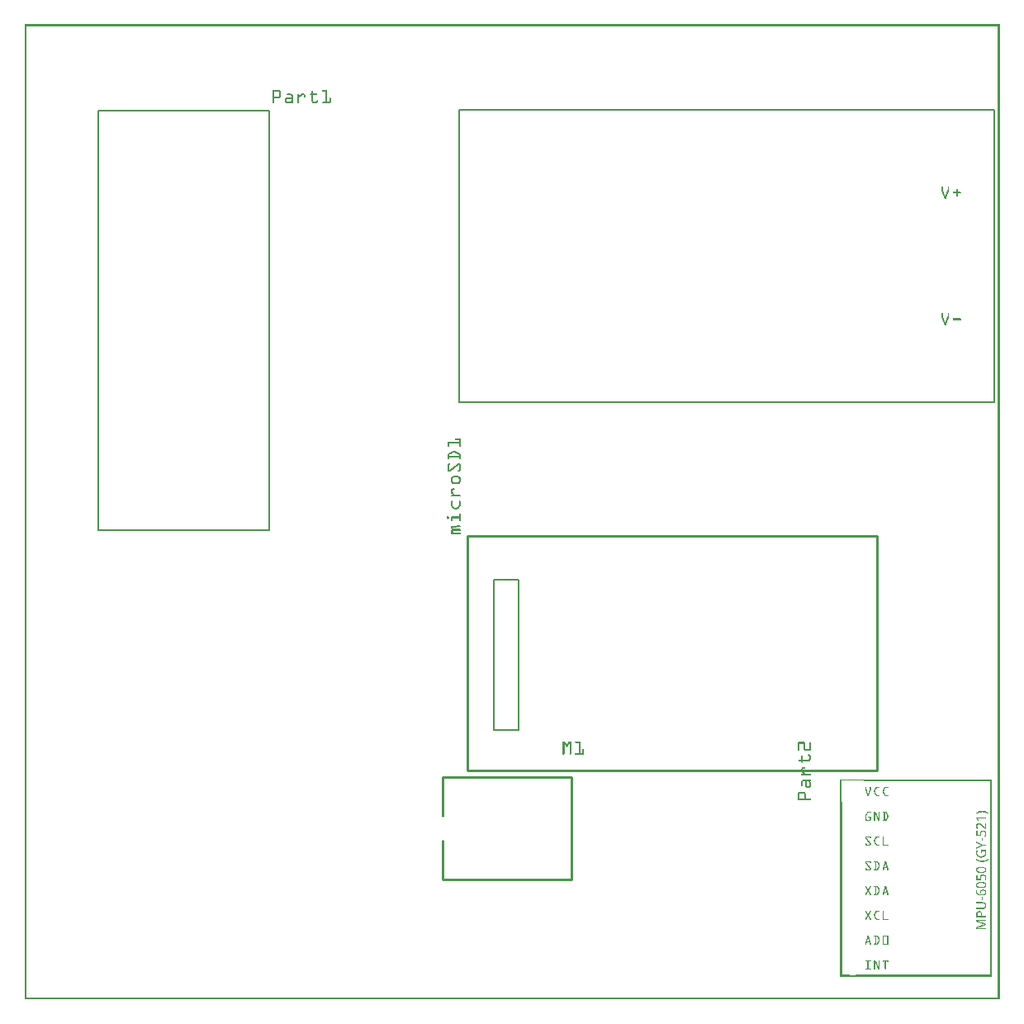
<source format=gto>
G04 MADE WITH FRITZING*
G04 WWW.FRITZING.ORG*
G04 DOUBLE SIDED*
G04 HOLES PLATED*
G04 CONTOUR ON CENTER OF CONTOUR VECTOR*
%ASAXBY*%
%FSLAX23Y23*%
%MOIN*%
%OFA0B0*%
%SFA1.0B1.0*%
%ADD10R,0.106778X0.611111X0.092889X0.597223*%
%ADD11C,0.006944*%
%ADD12R,1.663352X0.954569X1.643908X0.935125*%
%ADD13C,0.009722*%
%ADD14C,0.005000*%
%ADD15C,0.009700*%
%ADD16C,0.008000*%
%ADD17R,0.001000X0.001000*%
%LNSILK1*%
G90*
G70*
G54D11*
X1894Y1694D02*
X1993Y1694D01*
X1993Y1089D01*
X1894Y1089D01*
X1894Y1694D01*
D02*
G54D13*
X1787Y1871D02*
X3440Y1871D01*
X3440Y926D01*
X1787Y926D01*
X1787Y1871D01*
D02*
G54D14*
X1753Y2412D02*
X1753Y3592D01*
D02*
X1753Y3592D02*
X3913Y3592D01*
D02*
X3913Y3592D02*
X3913Y2412D01*
D02*
X3913Y2412D02*
X1753Y2412D01*
G54D15*
D02*
X2209Y485D02*
X1687Y485D01*
D02*
X2209Y898D02*
X2209Y485D01*
D02*
X2209Y898D02*
X1687Y898D01*
D02*
X1687Y898D02*
X1687Y742D01*
D02*
X1687Y642D02*
X1687Y485D01*
G54D16*
X297Y1896D02*
X989Y1896D01*
X989Y3588D01*
X297Y3588D01*
X297Y1896D01*
D02*
G54D17*
X0Y3937D02*
X3936Y3937D01*
X0Y3936D02*
X3936Y3936D01*
X0Y3935D02*
X3936Y3935D01*
X0Y3934D02*
X3936Y3934D01*
X0Y3933D02*
X3936Y3933D01*
X0Y3932D02*
X3936Y3932D01*
X0Y3931D02*
X3936Y3931D01*
X0Y3930D02*
X3936Y3930D01*
X0Y3929D02*
X7Y3929D01*
X3929Y3929D02*
X3936Y3929D01*
X0Y3928D02*
X7Y3928D01*
X3929Y3928D02*
X3936Y3928D01*
X0Y3927D02*
X7Y3927D01*
X3929Y3927D02*
X3936Y3927D01*
X0Y3926D02*
X7Y3926D01*
X3929Y3926D02*
X3936Y3926D01*
X0Y3925D02*
X7Y3925D01*
X3929Y3925D02*
X3936Y3925D01*
X0Y3924D02*
X7Y3924D01*
X3929Y3924D02*
X3936Y3924D01*
X0Y3923D02*
X7Y3923D01*
X3929Y3923D02*
X3936Y3923D01*
X0Y3922D02*
X7Y3922D01*
X3929Y3922D02*
X3936Y3922D01*
X0Y3921D02*
X7Y3921D01*
X3929Y3921D02*
X3936Y3921D01*
X0Y3920D02*
X7Y3920D01*
X3929Y3920D02*
X3936Y3920D01*
X0Y3919D02*
X7Y3919D01*
X3929Y3919D02*
X3936Y3919D01*
X0Y3918D02*
X7Y3918D01*
X3929Y3918D02*
X3936Y3918D01*
X0Y3917D02*
X7Y3917D01*
X3929Y3917D02*
X3936Y3917D01*
X0Y3916D02*
X7Y3916D01*
X3929Y3916D02*
X3936Y3916D01*
X0Y3915D02*
X7Y3915D01*
X3929Y3915D02*
X3936Y3915D01*
X0Y3914D02*
X7Y3914D01*
X3929Y3914D02*
X3936Y3914D01*
X0Y3913D02*
X7Y3913D01*
X3929Y3913D02*
X3936Y3913D01*
X0Y3912D02*
X7Y3912D01*
X3929Y3912D02*
X3936Y3912D01*
X0Y3911D02*
X7Y3911D01*
X3929Y3911D02*
X3936Y3911D01*
X0Y3910D02*
X7Y3910D01*
X3929Y3910D02*
X3936Y3910D01*
X0Y3909D02*
X7Y3909D01*
X3929Y3909D02*
X3936Y3909D01*
X0Y3908D02*
X7Y3908D01*
X3929Y3908D02*
X3936Y3908D01*
X0Y3907D02*
X7Y3907D01*
X3929Y3907D02*
X3936Y3907D01*
X0Y3906D02*
X7Y3906D01*
X3929Y3906D02*
X3936Y3906D01*
X0Y3905D02*
X7Y3905D01*
X3929Y3905D02*
X3936Y3905D01*
X0Y3904D02*
X7Y3904D01*
X3929Y3904D02*
X3936Y3904D01*
X0Y3903D02*
X7Y3903D01*
X3929Y3903D02*
X3936Y3903D01*
X0Y3902D02*
X7Y3902D01*
X3929Y3902D02*
X3936Y3902D01*
X0Y3901D02*
X7Y3901D01*
X3929Y3901D02*
X3936Y3901D01*
X0Y3900D02*
X7Y3900D01*
X3929Y3900D02*
X3936Y3900D01*
X0Y3899D02*
X7Y3899D01*
X3929Y3899D02*
X3936Y3899D01*
X0Y3898D02*
X7Y3898D01*
X3929Y3898D02*
X3936Y3898D01*
X0Y3897D02*
X7Y3897D01*
X3929Y3897D02*
X3936Y3897D01*
X0Y3896D02*
X7Y3896D01*
X3929Y3896D02*
X3936Y3896D01*
X0Y3895D02*
X7Y3895D01*
X3929Y3895D02*
X3936Y3895D01*
X0Y3894D02*
X7Y3894D01*
X3929Y3894D02*
X3936Y3894D01*
X0Y3893D02*
X7Y3893D01*
X3929Y3893D02*
X3936Y3893D01*
X0Y3892D02*
X7Y3892D01*
X3929Y3892D02*
X3936Y3892D01*
X0Y3891D02*
X7Y3891D01*
X3929Y3891D02*
X3936Y3891D01*
X0Y3890D02*
X7Y3890D01*
X3929Y3890D02*
X3936Y3890D01*
X0Y3889D02*
X7Y3889D01*
X3929Y3889D02*
X3936Y3889D01*
X0Y3888D02*
X7Y3888D01*
X3929Y3888D02*
X3936Y3888D01*
X0Y3887D02*
X7Y3887D01*
X3929Y3887D02*
X3936Y3887D01*
X0Y3886D02*
X7Y3886D01*
X3929Y3886D02*
X3936Y3886D01*
X0Y3885D02*
X7Y3885D01*
X3929Y3885D02*
X3936Y3885D01*
X0Y3884D02*
X7Y3884D01*
X3929Y3884D02*
X3936Y3884D01*
X0Y3883D02*
X7Y3883D01*
X3929Y3883D02*
X3936Y3883D01*
X0Y3882D02*
X7Y3882D01*
X3929Y3882D02*
X3936Y3882D01*
X0Y3881D02*
X7Y3881D01*
X3929Y3881D02*
X3936Y3881D01*
X0Y3880D02*
X7Y3880D01*
X3929Y3880D02*
X3936Y3880D01*
X0Y3879D02*
X7Y3879D01*
X3929Y3879D02*
X3936Y3879D01*
X0Y3878D02*
X7Y3878D01*
X3929Y3878D02*
X3936Y3878D01*
X0Y3877D02*
X7Y3877D01*
X3929Y3877D02*
X3936Y3877D01*
X0Y3876D02*
X7Y3876D01*
X3929Y3876D02*
X3936Y3876D01*
X0Y3875D02*
X7Y3875D01*
X3929Y3875D02*
X3936Y3875D01*
X0Y3874D02*
X7Y3874D01*
X3929Y3874D02*
X3936Y3874D01*
X0Y3873D02*
X7Y3873D01*
X3929Y3873D02*
X3936Y3873D01*
X0Y3872D02*
X7Y3872D01*
X3929Y3872D02*
X3936Y3872D01*
X0Y3871D02*
X7Y3871D01*
X3929Y3871D02*
X3936Y3871D01*
X0Y3870D02*
X7Y3870D01*
X3929Y3870D02*
X3936Y3870D01*
X0Y3869D02*
X7Y3869D01*
X3929Y3869D02*
X3936Y3869D01*
X0Y3868D02*
X7Y3868D01*
X3929Y3868D02*
X3936Y3868D01*
X0Y3867D02*
X7Y3867D01*
X3929Y3867D02*
X3936Y3867D01*
X0Y3866D02*
X7Y3866D01*
X3929Y3866D02*
X3936Y3866D01*
X0Y3865D02*
X7Y3865D01*
X3929Y3865D02*
X3936Y3865D01*
X0Y3864D02*
X7Y3864D01*
X3929Y3864D02*
X3936Y3864D01*
X0Y3863D02*
X7Y3863D01*
X3929Y3863D02*
X3936Y3863D01*
X0Y3862D02*
X7Y3862D01*
X3929Y3862D02*
X3936Y3862D01*
X0Y3861D02*
X7Y3861D01*
X3929Y3861D02*
X3936Y3861D01*
X0Y3860D02*
X7Y3860D01*
X3929Y3860D02*
X3936Y3860D01*
X0Y3859D02*
X7Y3859D01*
X3929Y3859D02*
X3936Y3859D01*
X0Y3858D02*
X7Y3858D01*
X3929Y3858D02*
X3936Y3858D01*
X0Y3857D02*
X7Y3857D01*
X3929Y3857D02*
X3936Y3857D01*
X0Y3856D02*
X7Y3856D01*
X3929Y3856D02*
X3936Y3856D01*
X0Y3855D02*
X7Y3855D01*
X3929Y3855D02*
X3936Y3855D01*
X0Y3854D02*
X7Y3854D01*
X3929Y3854D02*
X3936Y3854D01*
X0Y3853D02*
X7Y3853D01*
X3929Y3853D02*
X3936Y3853D01*
X0Y3852D02*
X7Y3852D01*
X3929Y3852D02*
X3936Y3852D01*
X0Y3851D02*
X7Y3851D01*
X3929Y3851D02*
X3936Y3851D01*
X0Y3850D02*
X7Y3850D01*
X3929Y3850D02*
X3936Y3850D01*
X0Y3849D02*
X7Y3849D01*
X3929Y3849D02*
X3936Y3849D01*
X0Y3848D02*
X7Y3848D01*
X3929Y3848D02*
X3936Y3848D01*
X0Y3847D02*
X7Y3847D01*
X3929Y3847D02*
X3936Y3847D01*
X0Y3846D02*
X7Y3846D01*
X3929Y3846D02*
X3936Y3846D01*
X0Y3845D02*
X7Y3845D01*
X3929Y3845D02*
X3936Y3845D01*
X0Y3844D02*
X7Y3844D01*
X3929Y3844D02*
X3936Y3844D01*
X0Y3843D02*
X7Y3843D01*
X3929Y3843D02*
X3936Y3843D01*
X0Y3842D02*
X7Y3842D01*
X3929Y3842D02*
X3936Y3842D01*
X0Y3841D02*
X7Y3841D01*
X3929Y3841D02*
X3936Y3841D01*
X0Y3840D02*
X7Y3840D01*
X3929Y3840D02*
X3936Y3840D01*
X0Y3839D02*
X7Y3839D01*
X3929Y3839D02*
X3936Y3839D01*
X0Y3838D02*
X7Y3838D01*
X3929Y3838D02*
X3936Y3838D01*
X0Y3837D02*
X7Y3837D01*
X3929Y3837D02*
X3936Y3837D01*
X0Y3836D02*
X7Y3836D01*
X3929Y3836D02*
X3936Y3836D01*
X0Y3835D02*
X7Y3835D01*
X3929Y3835D02*
X3936Y3835D01*
X0Y3834D02*
X7Y3834D01*
X3929Y3834D02*
X3936Y3834D01*
X0Y3833D02*
X7Y3833D01*
X3929Y3833D02*
X3936Y3833D01*
X0Y3832D02*
X7Y3832D01*
X3929Y3832D02*
X3936Y3832D01*
X0Y3831D02*
X7Y3831D01*
X3929Y3831D02*
X3936Y3831D01*
X0Y3830D02*
X7Y3830D01*
X3929Y3830D02*
X3936Y3830D01*
X0Y3829D02*
X7Y3829D01*
X3929Y3829D02*
X3936Y3829D01*
X0Y3828D02*
X7Y3828D01*
X3929Y3828D02*
X3936Y3828D01*
X0Y3827D02*
X7Y3827D01*
X3929Y3827D02*
X3936Y3827D01*
X0Y3826D02*
X7Y3826D01*
X3929Y3826D02*
X3936Y3826D01*
X0Y3825D02*
X7Y3825D01*
X3929Y3825D02*
X3936Y3825D01*
X0Y3824D02*
X7Y3824D01*
X3929Y3824D02*
X3936Y3824D01*
X0Y3823D02*
X7Y3823D01*
X3929Y3823D02*
X3936Y3823D01*
X0Y3822D02*
X7Y3822D01*
X3929Y3822D02*
X3936Y3822D01*
X0Y3821D02*
X7Y3821D01*
X3929Y3821D02*
X3936Y3821D01*
X0Y3820D02*
X7Y3820D01*
X3929Y3820D02*
X3936Y3820D01*
X0Y3819D02*
X7Y3819D01*
X3929Y3819D02*
X3936Y3819D01*
X0Y3818D02*
X7Y3818D01*
X3929Y3818D02*
X3936Y3818D01*
X0Y3817D02*
X7Y3817D01*
X3929Y3817D02*
X3936Y3817D01*
X0Y3816D02*
X7Y3816D01*
X3929Y3816D02*
X3936Y3816D01*
X0Y3815D02*
X7Y3815D01*
X3929Y3815D02*
X3936Y3815D01*
X0Y3814D02*
X7Y3814D01*
X3929Y3814D02*
X3936Y3814D01*
X0Y3813D02*
X7Y3813D01*
X3929Y3813D02*
X3936Y3813D01*
X0Y3812D02*
X7Y3812D01*
X3929Y3812D02*
X3936Y3812D01*
X0Y3811D02*
X7Y3811D01*
X3929Y3811D02*
X3936Y3811D01*
X0Y3810D02*
X7Y3810D01*
X3929Y3810D02*
X3936Y3810D01*
X0Y3809D02*
X7Y3809D01*
X3929Y3809D02*
X3936Y3809D01*
X0Y3808D02*
X7Y3808D01*
X3929Y3808D02*
X3936Y3808D01*
X0Y3807D02*
X7Y3807D01*
X3929Y3807D02*
X3936Y3807D01*
X0Y3806D02*
X7Y3806D01*
X3929Y3806D02*
X3936Y3806D01*
X0Y3805D02*
X7Y3805D01*
X3929Y3805D02*
X3936Y3805D01*
X0Y3804D02*
X7Y3804D01*
X3929Y3804D02*
X3936Y3804D01*
X0Y3803D02*
X7Y3803D01*
X3929Y3803D02*
X3936Y3803D01*
X0Y3802D02*
X7Y3802D01*
X3929Y3802D02*
X3936Y3802D01*
X0Y3801D02*
X7Y3801D01*
X3929Y3801D02*
X3936Y3801D01*
X0Y3800D02*
X7Y3800D01*
X3929Y3800D02*
X3936Y3800D01*
X0Y3799D02*
X7Y3799D01*
X3929Y3799D02*
X3936Y3799D01*
X0Y3798D02*
X7Y3798D01*
X3929Y3798D02*
X3936Y3798D01*
X0Y3797D02*
X7Y3797D01*
X3929Y3797D02*
X3936Y3797D01*
X0Y3796D02*
X7Y3796D01*
X3929Y3796D02*
X3936Y3796D01*
X0Y3795D02*
X7Y3795D01*
X3929Y3795D02*
X3936Y3795D01*
X0Y3794D02*
X7Y3794D01*
X3929Y3794D02*
X3936Y3794D01*
X0Y3793D02*
X7Y3793D01*
X3929Y3793D02*
X3936Y3793D01*
X0Y3792D02*
X7Y3792D01*
X3929Y3792D02*
X3936Y3792D01*
X0Y3791D02*
X7Y3791D01*
X3929Y3791D02*
X3936Y3791D01*
X0Y3790D02*
X7Y3790D01*
X3929Y3790D02*
X3936Y3790D01*
X0Y3789D02*
X7Y3789D01*
X3929Y3789D02*
X3936Y3789D01*
X0Y3788D02*
X7Y3788D01*
X3929Y3788D02*
X3936Y3788D01*
X0Y3787D02*
X7Y3787D01*
X3929Y3787D02*
X3936Y3787D01*
X0Y3786D02*
X7Y3786D01*
X3929Y3786D02*
X3936Y3786D01*
X0Y3785D02*
X7Y3785D01*
X3929Y3785D02*
X3936Y3785D01*
X0Y3784D02*
X7Y3784D01*
X3929Y3784D02*
X3936Y3784D01*
X0Y3783D02*
X7Y3783D01*
X3929Y3783D02*
X3936Y3783D01*
X0Y3782D02*
X7Y3782D01*
X3929Y3782D02*
X3936Y3782D01*
X0Y3781D02*
X7Y3781D01*
X3929Y3781D02*
X3936Y3781D01*
X0Y3780D02*
X7Y3780D01*
X3929Y3780D02*
X3936Y3780D01*
X0Y3779D02*
X7Y3779D01*
X3929Y3779D02*
X3936Y3779D01*
X0Y3778D02*
X7Y3778D01*
X3929Y3778D02*
X3936Y3778D01*
X0Y3777D02*
X7Y3777D01*
X3929Y3777D02*
X3936Y3777D01*
X0Y3776D02*
X7Y3776D01*
X3929Y3776D02*
X3936Y3776D01*
X0Y3775D02*
X7Y3775D01*
X3929Y3775D02*
X3936Y3775D01*
X0Y3774D02*
X7Y3774D01*
X3929Y3774D02*
X3936Y3774D01*
X0Y3773D02*
X7Y3773D01*
X3929Y3773D02*
X3936Y3773D01*
X0Y3772D02*
X7Y3772D01*
X3929Y3772D02*
X3936Y3772D01*
X0Y3771D02*
X7Y3771D01*
X3929Y3771D02*
X3936Y3771D01*
X0Y3770D02*
X7Y3770D01*
X3929Y3770D02*
X3936Y3770D01*
X0Y3769D02*
X7Y3769D01*
X3929Y3769D02*
X3936Y3769D01*
X0Y3768D02*
X7Y3768D01*
X3929Y3768D02*
X3936Y3768D01*
X0Y3767D02*
X7Y3767D01*
X3929Y3767D02*
X3936Y3767D01*
X0Y3766D02*
X7Y3766D01*
X3929Y3766D02*
X3936Y3766D01*
X0Y3765D02*
X7Y3765D01*
X3929Y3765D02*
X3936Y3765D01*
X0Y3764D02*
X7Y3764D01*
X3929Y3764D02*
X3936Y3764D01*
X0Y3763D02*
X7Y3763D01*
X3929Y3763D02*
X3936Y3763D01*
X0Y3762D02*
X7Y3762D01*
X3929Y3762D02*
X3936Y3762D01*
X0Y3761D02*
X7Y3761D01*
X3929Y3761D02*
X3936Y3761D01*
X0Y3760D02*
X7Y3760D01*
X3929Y3760D02*
X3936Y3760D01*
X0Y3759D02*
X7Y3759D01*
X3929Y3759D02*
X3936Y3759D01*
X0Y3758D02*
X7Y3758D01*
X3929Y3758D02*
X3936Y3758D01*
X0Y3757D02*
X7Y3757D01*
X3929Y3757D02*
X3936Y3757D01*
X0Y3756D02*
X7Y3756D01*
X3929Y3756D02*
X3936Y3756D01*
X0Y3755D02*
X7Y3755D01*
X3929Y3755D02*
X3936Y3755D01*
X0Y3754D02*
X7Y3754D01*
X3929Y3754D02*
X3936Y3754D01*
X0Y3753D02*
X7Y3753D01*
X3929Y3753D02*
X3936Y3753D01*
X0Y3752D02*
X7Y3752D01*
X3929Y3752D02*
X3936Y3752D01*
X0Y3751D02*
X7Y3751D01*
X3929Y3751D02*
X3936Y3751D01*
X0Y3750D02*
X7Y3750D01*
X3929Y3750D02*
X3936Y3750D01*
X0Y3749D02*
X7Y3749D01*
X3929Y3749D02*
X3936Y3749D01*
X0Y3748D02*
X7Y3748D01*
X3929Y3748D02*
X3936Y3748D01*
X0Y3747D02*
X7Y3747D01*
X3929Y3747D02*
X3936Y3747D01*
X0Y3746D02*
X7Y3746D01*
X3929Y3746D02*
X3936Y3746D01*
X0Y3745D02*
X7Y3745D01*
X3929Y3745D02*
X3936Y3745D01*
X0Y3744D02*
X7Y3744D01*
X3929Y3744D02*
X3936Y3744D01*
X0Y3743D02*
X7Y3743D01*
X3929Y3743D02*
X3936Y3743D01*
X0Y3742D02*
X7Y3742D01*
X3929Y3742D02*
X3936Y3742D01*
X0Y3741D02*
X7Y3741D01*
X3929Y3741D02*
X3936Y3741D01*
X0Y3740D02*
X7Y3740D01*
X3929Y3740D02*
X3936Y3740D01*
X0Y3739D02*
X7Y3739D01*
X3929Y3739D02*
X3936Y3739D01*
X0Y3738D02*
X7Y3738D01*
X3929Y3738D02*
X3936Y3738D01*
X0Y3737D02*
X7Y3737D01*
X3929Y3737D02*
X3936Y3737D01*
X0Y3736D02*
X7Y3736D01*
X3929Y3736D02*
X3936Y3736D01*
X0Y3735D02*
X7Y3735D01*
X3929Y3735D02*
X3936Y3735D01*
X0Y3734D02*
X7Y3734D01*
X3929Y3734D02*
X3936Y3734D01*
X0Y3733D02*
X7Y3733D01*
X3929Y3733D02*
X3936Y3733D01*
X0Y3732D02*
X7Y3732D01*
X3929Y3732D02*
X3936Y3732D01*
X0Y3731D02*
X7Y3731D01*
X3929Y3731D02*
X3936Y3731D01*
X0Y3730D02*
X7Y3730D01*
X3929Y3730D02*
X3936Y3730D01*
X0Y3729D02*
X7Y3729D01*
X3929Y3729D02*
X3936Y3729D01*
X0Y3728D02*
X7Y3728D01*
X3929Y3728D02*
X3936Y3728D01*
X0Y3727D02*
X7Y3727D01*
X3929Y3727D02*
X3936Y3727D01*
X0Y3726D02*
X7Y3726D01*
X3929Y3726D02*
X3936Y3726D01*
X0Y3725D02*
X7Y3725D01*
X3929Y3725D02*
X3936Y3725D01*
X0Y3724D02*
X7Y3724D01*
X3929Y3724D02*
X3936Y3724D01*
X0Y3723D02*
X7Y3723D01*
X3929Y3723D02*
X3936Y3723D01*
X0Y3722D02*
X7Y3722D01*
X3929Y3722D02*
X3936Y3722D01*
X0Y3721D02*
X7Y3721D01*
X3929Y3721D02*
X3936Y3721D01*
X0Y3720D02*
X7Y3720D01*
X3929Y3720D02*
X3936Y3720D01*
X0Y3719D02*
X7Y3719D01*
X3929Y3719D02*
X3936Y3719D01*
X0Y3718D02*
X7Y3718D01*
X3929Y3718D02*
X3936Y3718D01*
X0Y3717D02*
X7Y3717D01*
X3929Y3717D02*
X3936Y3717D01*
X0Y3716D02*
X7Y3716D01*
X3929Y3716D02*
X3936Y3716D01*
X0Y3715D02*
X7Y3715D01*
X3929Y3715D02*
X3936Y3715D01*
X0Y3714D02*
X7Y3714D01*
X3929Y3714D02*
X3936Y3714D01*
X0Y3713D02*
X7Y3713D01*
X3929Y3713D02*
X3936Y3713D01*
X0Y3712D02*
X7Y3712D01*
X3929Y3712D02*
X3936Y3712D01*
X0Y3711D02*
X7Y3711D01*
X3929Y3711D02*
X3936Y3711D01*
X0Y3710D02*
X7Y3710D01*
X3929Y3710D02*
X3936Y3710D01*
X0Y3709D02*
X7Y3709D01*
X3929Y3709D02*
X3936Y3709D01*
X0Y3708D02*
X7Y3708D01*
X3929Y3708D02*
X3936Y3708D01*
X0Y3707D02*
X7Y3707D01*
X3929Y3707D02*
X3936Y3707D01*
X0Y3706D02*
X7Y3706D01*
X3929Y3706D02*
X3936Y3706D01*
X0Y3705D02*
X7Y3705D01*
X3929Y3705D02*
X3936Y3705D01*
X0Y3704D02*
X7Y3704D01*
X3929Y3704D02*
X3936Y3704D01*
X0Y3703D02*
X7Y3703D01*
X3929Y3703D02*
X3936Y3703D01*
X0Y3702D02*
X7Y3702D01*
X3929Y3702D02*
X3936Y3702D01*
X0Y3701D02*
X7Y3701D01*
X3929Y3701D02*
X3936Y3701D01*
X0Y3700D02*
X7Y3700D01*
X3929Y3700D02*
X3936Y3700D01*
X0Y3699D02*
X7Y3699D01*
X3929Y3699D02*
X3936Y3699D01*
X0Y3698D02*
X7Y3698D01*
X3929Y3698D02*
X3936Y3698D01*
X0Y3697D02*
X7Y3697D01*
X3929Y3697D02*
X3936Y3697D01*
X0Y3696D02*
X7Y3696D01*
X3929Y3696D02*
X3936Y3696D01*
X0Y3695D02*
X7Y3695D01*
X3929Y3695D02*
X3936Y3695D01*
X0Y3694D02*
X7Y3694D01*
X3929Y3694D02*
X3936Y3694D01*
X0Y3693D02*
X7Y3693D01*
X3929Y3693D02*
X3936Y3693D01*
X0Y3692D02*
X7Y3692D01*
X3929Y3692D02*
X3936Y3692D01*
X0Y3691D02*
X7Y3691D01*
X3929Y3691D02*
X3936Y3691D01*
X0Y3690D02*
X7Y3690D01*
X3929Y3690D02*
X3936Y3690D01*
X0Y3689D02*
X7Y3689D01*
X3929Y3689D02*
X3936Y3689D01*
X0Y3688D02*
X7Y3688D01*
X3929Y3688D02*
X3936Y3688D01*
X0Y3687D02*
X7Y3687D01*
X3929Y3687D02*
X3936Y3687D01*
X0Y3686D02*
X7Y3686D01*
X3929Y3686D02*
X3936Y3686D01*
X0Y3685D02*
X7Y3685D01*
X3929Y3685D02*
X3936Y3685D01*
X0Y3684D02*
X7Y3684D01*
X3929Y3684D02*
X3936Y3684D01*
X0Y3683D02*
X7Y3683D01*
X3929Y3683D02*
X3936Y3683D01*
X0Y3682D02*
X7Y3682D01*
X3929Y3682D02*
X3936Y3682D01*
X0Y3681D02*
X7Y3681D01*
X3929Y3681D02*
X3936Y3681D01*
X0Y3680D02*
X7Y3680D01*
X3929Y3680D02*
X3936Y3680D01*
X0Y3679D02*
X7Y3679D01*
X3929Y3679D02*
X3936Y3679D01*
X0Y3678D02*
X7Y3678D01*
X3929Y3678D02*
X3936Y3678D01*
X0Y3677D02*
X7Y3677D01*
X3929Y3677D02*
X3936Y3677D01*
X0Y3676D02*
X7Y3676D01*
X3929Y3676D02*
X3936Y3676D01*
X0Y3675D02*
X7Y3675D01*
X3929Y3675D02*
X3936Y3675D01*
X0Y3674D02*
X7Y3674D01*
X3929Y3674D02*
X3936Y3674D01*
X0Y3673D02*
X7Y3673D01*
X3929Y3673D02*
X3936Y3673D01*
X0Y3672D02*
X7Y3672D01*
X3929Y3672D02*
X3936Y3672D01*
X0Y3671D02*
X7Y3671D01*
X1001Y3671D02*
X1029Y3671D01*
X1203Y3671D02*
X1222Y3671D01*
X3929Y3671D02*
X3936Y3671D01*
X0Y3670D02*
X7Y3670D01*
X1001Y3670D02*
X1030Y3670D01*
X1203Y3670D02*
X1222Y3670D01*
X3929Y3670D02*
X3936Y3670D01*
X0Y3669D02*
X7Y3669D01*
X1001Y3669D02*
X1031Y3669D01*
X1202Y3669D02*
X1222Y3669D01*
X3929Y3669D02*
X3936Y3669D01*
X0Y3668D02*
X7Y3668D01*
X1001Y3668D02*
X1032Y3668D01*
X1160Y3668D02*
X1164Y3668D01*
X1202Y3668D02*
X1222Y3668D01*
X3929Y3668D02*
X3936Y3668D01*
X0Y3667D02*
X7Y3667D01*
X1001Y3667D02*
X1033Y3667D01*
X1159Y3667D02*
X1164Y3667D01*
X1202Y3667D02*
X1222Y3667D01*
X3929Y3667D02*
X3936Y3667D01*
X0Y3666D02*
X7Y3666D01*
X1001Y3666D02*
X1034Y3666D01*
X1159Y3666D02*
X1165Y3666D01*
X1203Y3666D02*
X1222Y3666D01*
X3929Y3666D02*
X3936Y3666D01*
X0Y3665D02*
X7Y3665D01*
X1001Y3665D02*
X1034Y3665D01*
X1159Y3665D02*
X1165Y3665D01*
X1205Y3665D02*
X1222Y3665D01*
X3929Y3665D02*
X3936Y3665D01*
X0Y3664D02*
X7Y3664D01*
X1001Y3664D02*
X1007Y3664D01*
X1027Y3664D02*
X1035Y3664D01*
X1159Y3664D02*
X1165Y3664D01*
X1216Y3664D02*
X1222Y3664D01*
X3929Y3664D02*
X3936Y3664D01*
X0Y3663D02*
X7Y3663D01*
X1001Y3663D02*
X1007Y3663D01*
X1028Y3663D02*
X1035Y3663D01*
X1159Y3663D02*
X1165Y3663D01*
X1216Y3663D02*
X1222Y3663D01*
X3929Y3663D02*
X3936Y3663D01*
X0Y3662D02*
X7Y3662D01*
X1001Y3662D02*
X1007Y3662D01*
X1029Y3662D02*
X1035Y3662D01*
X1159Y3662D02*
X1165Y3662D01*
X1216Y3662D02*
X1222Y3662D01*
X3929Y3662D02*
X3936Y3662D01*
X0Y3661D02*
X7Y3661D01*
X1001Y3661D02*
X1007Y3661D01*
X1029Y3661D02*
X1035Y3661D01*
X1159Y3661D02*
X1165Y3661D01*
X1216Y3661D02*
X1222Y3661D01*
X3929Y3661D02*
X3936Y3661D01*
X0Y3660D02*
X7Y3660D01*
X1001Y3660D02*
X1007Y3660D01*
X1029Y3660D02*
X1035Y3660D01*
X1159Y3660D02*
X1165Y3660D01*
X1216Y3660D02*
X1222Y3660D01*
X3929Y3660D02*
X3936Y3660D01*
X0Y3659D02*
X7Y3659D01*
X1001Y3659D02*
X1007Y3659D01*
X1029Y3659D02*
X1035Y3659D01*
X1159Y3659D02*
X1165Y3659D01*
X1216Y3659D02*
X1222Y3659D01*
X3929Y3659D02*
X3936Y3659D01*
X0Y3658D02*
X7Y3658D01*
X1001Y3658D02*
X1007Y3658D01*
X1029Y3658D02*
X1035Y3658D01*
X1159Y3658D02*
X1165Y3658D01*
X1216Y3658D02*
X1222Y3658D01*
X3929Y3658D02*
X3936Y3658D01*
X0Y3657D02*
X7Y3657D01*
X1001Y3657D02*
X1007Y3657D01*
X1029Y3657D02*
X1035Y3657D01*
X1061Y3657D02*
X1075Y3657D01*
X1104Y3657D02*
X1105Y3657D01*
X1118Y3657D02*
X1126Y3657D01*
X1155Y3657D02*
X1179Y3657D01*
X1216Y3657D02*
X1222Y3657D01*
X3929Y3657D02*
X3936Y3657D01*
X0Y3656D02*
X7Y3656D01*
X1001Y3656D02*
X1007Y3656D01*
X1029Y3656D02*
X1035Y3656D01*
X1059Y3656D02*
X1078Y3656D01*
X1103Y3656D02*
X1107Y3656D01*
X1116Y3656D02*
X1130Y3656D01*
X1153Y3656D02*
X1181Y3656D01*
X1216Y3656D02*
X1222Y3656D01*
X3929Y3656D02*
X3936Y3656D01*
X0Y3655D02*
X7Y3655D01*
X1001Y3655D02*
X1007Y3655D01*
X1029Y3655D02*
X1035Y3655D01*
X1059Y3655D02*
X1080Y3655D01*
X1102Y3655D02*
X1107Y3655D01*
X1115Y3655D02*
X1131Y3655D01*
X1152Y3655D02*
X1182Y3655D01*
X1216Y3655D02*
X1222Y3655D01*
X3929Y3655D02*
X3936Y3655D01*
X0Y3654D02*
X7Y3654D01*
X1001Y3654D02*
X1007Y3654D01*
X1029Y3654D02*
X1035Y3654D01*
X1058Y3654D02*
X1081Y3654D01*
X1102Y3654D02*
X1108Y3654D01*
X1114Y3654D02*
X1132Y3654D01*
X1152Y3654D02*
X1182Y3654D01*
X1216Y3654D02*
X1222Y3654D01*
X3929Y3654D02*
X3936Y3654D01*
X0Y3653D02*
X7Y3653D01*
X1001Y3653D02*
X1007Y3653D01*
X1029Y3653D02*
X1035Y3653D01*
X1058Y3653D02*
X1082Y3653D01*
X1102Y3653D02*
X1108Y3653D01*
X1113Y3653D02*
X1133Y3653D01*
X1152Y3653D02*
X1182Y3653D01*
X1216Y3653D02*
X1222Y3653D01*
X3929Y3653D02*
X3936Y3653D01*
X0Y3652D02*
X7Y3652D01*
X1001Y3652D02*
X1007Y3652D01*
X1029Y3652D02*
X1035Y3652D01*
X1059Y3652D02*
X1083Y3652D01*
X1102Y3652D02*
X1108Y3652D01*
X1112Y3652D02*
X1134Y3652D01*
X1152Y3652D02*
X1182Y3652D01*
X1216Y3652D02*
X1222Y3652D01*
X3929Y3652D02*
X3936Y3652D01*
X0Y3651D02*
X7Y3651D01*
X1001Y3651D02*
X1007Y3651D01*
X1029Y3651D02*
X1035Y3651D01*
X1060Y3651D02*
X1083Y3651D01*
X1102Y3651D02*
X1108Y3651D01*
X1110Y3651D02*
X1134Y3651D01*
X1153Y3651D02*
X1181Y3651D01*
X1216Y3651D02*
X1222Y3651D01*
X3929Y3651D02*
X3936Y3651D01*
X0Y3650D02*
X7Y3650D01*
X1001Y3650D02*
X1007Y3650D01*
X1029Y3650D02*
X1035Y3650D01*
X1076Y3650D02*
X1084Y3650D01*
X1102Y3650D02*
X1119Y3650D01*
X1127Y3650D02*
X1135Y3650D01*
X1158Y3650D02*
X1165Y3650D01*
X1216Y3650D02*
X1222Y3650D01*
X3929Y3650D02*
X3936Y3650D01*
X0Y3649D02*
X7Y3649D01*
X1001Y3649D02*
X1007Y3649D01*
X1029Y3649D02*
X1035Y3649D01*
X1077Y3649D02*
X1084Y3649D01*
X1102Y3649D02*
X1118Y3649D01*
X1128Y3649D02*
X1135Y3649D01*
X1159Y3649D02*
X1165Y3649D01*
X1216Y3649D02*
X1222Y3649D01*
X3929Y3649D02*
X3936Y3649D01*
X0Y3648D02*
X7Y3648D01*
X1001Y3648D02*
X1007Y3648D01*
X1029Y3648D02*
X1035Y3648D01*
X1078Y3648D02*
X1084Y3648D01*
X1102Y3648D02*
X1117Y3648D01*
X1129Y3648D02*
X1135Y3648D01*
X1159Y3648D02*
X1165Y3648D01*
X1216Y3648D02*
X1222Y3648D01*
X3929Y3648D02*
X3936Y3648D01*
X0Y3647D02*
X7Y3647D01*
X1001Y3647D02*
X1007Y3647D01*
X1028Y3647D02*
X1035Y3647D01*
X1078Y3647D02*
X1084Y3647D01*
X1102Y3647D02*
X1116Y3647D01*
X1129Y3647D02*
X1135Y3647D01*
X1159Y3647D02*
X1165Y3647D01*
X1216Y3647D02*
X1222Y3647D01*
X3929Y3647D02*
X3936Y3647D01*
X0Y3646D02*
X7Y3646D01*
X1001Y3646D02*
X1007Y3646D01*
X1027Y3646D02*
X1034Y3646D01*
X1078Y3646D02*
X1084Y3646D01*
X1102Y3646D02*
X1114Y3646D01*
X1129Y3646D02*
X1135Y3646D01*
X1159Y3646D02*
X1165Y3646D01*
X1216Y3646D02*
X1222Y3646D01*
X3929Y3646D02*
X3936Y3646D01*
X0Y3645D02*
X7Y3645D01*
X1001Y3645D02*
X1034Y3645D01*
X1078Y3645D02*
X1084Y3645D01*
X1102Y3645D02*
X1113Y3645D01*
X1129Y3645D02*
X1135Y3645D01*
X1159Y3645D02*
X1165Y3645D01*
X1216Y3645D02*
X1222Y3645D01*
X3929Y3645D02*
X3936Y3645D01*
X0Y3644D02*
X7Y3644D01*
X1001Y3644D02*
X1034Y3644D01*
X1078Y3644D02*
X1084Y3644D01*
X1102Y3644D02*
X1112Y3644D01*
X1129Y3644D02*
X1135Y3644D01*
X1159Y3644D02*
X1165Y3644D01*
X1216Y3644D02*
X1222Y3644D01*
X3929Y3644D02*
X3936Y3644D01*
X0Y3643D02*
X7Y3643D01*
X1001Y3643D02*
X1033Y3643D01*
X1078Y3643D02*
X1084Y3643D01*
X1102Y3643D02*
X1111Y3643D01*
X1130Y3643D02*
X1135Y3643D01*
X1159Y3643D02*
X1165Y3643D01*
X1216Y3643D02*
X1222Y3643D01*
X3929Y3643D02*
X3936Y3643D01*
X0Y3642D02*
X7Y3642D01*
X1001Y3642D02*
X1032Y3642D01*
X1059Y3642D02*
X1084Y3642D01*
X1102Y3642D02*
X1110Y3642D01*
X1131Y3642D02*
X1134Y3642D01*
X1159Y3642D02*
X1165Y3642D01*
X1216Y3642D02*
X1222Y3642D01*
X1232Y3642D02*
X1234Y3642D01*
X3929Y3642D02*
X3936Y3642D01*
X0Y3641D02*
X7Y3641D01*
X1001Y3641D02*
X1031Y3641D01*
X1057Y3641D02*
X1084Y3641D01*
X1102Y3641D02*
X1109Y3641D01*
X1159Y3641D02*
X1165Y3641D01*
X1216Y3641D02*
X1222Y3641D01*
X1230Y3641D02*
X1235Y3641D01*
X3929Y3641D02*
X3936Y3641D01*
X0Y3640D02*
X7Y3640D01*
X1001Y3640D02*
X1030Y3640D01*
X1055Y3640D02*
X1084Y3640D01*
X1102Y3640D02*
X1108Y3640D01*
X1159Y3640D02*
X1165Y3640D01*
X1216Y3640D02*
X1222Y3640D01*
X1230Y3640D02*
X1235Y3640D01*
X3929Y3640D02*
X3936Y3640D01*
X0Y3639D02*
X7Y3639D01*
X1001Y3639D02*
X1028Y3639D01*
X1054Y3639D02*
X1084Y3639D01*
X1102Y3639D02*
X1108Y3639D01*
X1159Y3639D02*
X1165Y3639D01*
X1216Y3639D02*
X1222Y3639D01*
X1230Y3639D02*
X1236Y3639D01*
X3929Y3639D02*
X3936Y3639D01*
X0Y3638D02*
X7Y3638D01*
X1001Y3638D02*
X1007Y3638D01*
X1053Y3638D02*
X1084Y3638D01*
X1102Y3638D02*
X1108Y3638D01*
X1159Y3638D02*
X1165Y3638D01*
X1216Y3638D02*
X1222Y3638D01*
X1230Y3638D02*
X1236Y3638D01*
X3929Y3638D02*
X3936Y3638D01*
X0Y3637D02*
X7Y3637D01*
X1001Y3637D02*
X1007Y3637D01*
X1053Y3637D02*
X1085Y3637D01*
X1102Y3637D02*
X1108Y3637D01*
X1159Y3637D02*
X1165Y3637D01*
X1216Y3637D02*
X1222Y3637D01*
X1230Y3637D02*
X1236Y3637D01*
X3929Y3637D02*
X3936Y3637D01*
X0Y3636D02*
X7Y3636D01*
X1001Y3636D02*
X1007Y3636D01*
X1052Y3636D02*
X1085Y3636D01*
X1102Y3636D02*
X1108Y3636D01*
X1159Y3636D02*
X1165Y3636D01*
X1216Y3636D02*
X1222Y3636D01*
X1230Y3636D02*
X1236Y3636D01*
X3929Y3636D02*
X3936Y3636D01*
X0Y3635D02*
X7Y3635D01*
X1001Y3635D02*
X1007Y3635D01*
X1052Y3635D02*
X1059Y3635D01*
X1077Y3635D02*
X1085Y3635D01*
X1102Y3635D02*
X1108Y3635D01*
X1159Y3635D02*
X1165Y3635D01*
X1216Y3635D02*
X1222Y3635D01*
X1230Y3635D02*
X1236Y3635D01*
X3929Y3635D02*
X3936Y3635D01*
X0Y3634D02*
X7Y3634D01*
X1001Y3634D02*
X1007Y3634D01*
X1052Y3634D02*
X1058Y3634D01*
X1078Y3634D02*
X1085Y3634D01*
X1102Y3634D02*
X1108Y3634D01*
X1159Y3634D02*
X1165Y3634D01*
X1216Y3634D02*
X1222Y3634D01*
X1230Y3634D02*
X1236Y3634D01*
X3929Y3634D02*
X3936Y3634D01*
X0Y3633D02*
X7Y3633D01*
X1001Y3633D02*
X1007Y3633D01*
X1052Y3633D02*
X1058Y3633D01*
X1078Y3633D02*
X1085Y3633D01*
X1102Y3633D02*
X1108Y3633D01*
X1159Y3633D02*
X1165Y3633D01*
X1216Y3633D02*
X1222Y3633D01*
X1230Y3633D02*
X1236Y3633D01*
X3929Y3633D02*
X3936Y3633D01*
X0Y3632D02*
X7Y3632D01*
X1001Y3632D02*
X1007Y3632D01*
X1051Y3632D02*
X1058Y3632D01*
X1079Y3632D02*
X1085Y3632D01*
X1102Y3632D02*
X1108Y3632D01*
X1159Y3632D02*
X1165Y3632D01*
X1216Y3632D02*
X1222Y3632D01*
X1230Y3632D02*
X1236Y3632D01*
X3929Y3632D02*
X3936Y3632D01*
X0Y3631D02*
X7Y3631D01*
X1001Y3631D02*
X1007Y3631D01*
X1051Y3631D02*
X1058Y3631D01*
X1079Y3631D02*
X1085Y3631D01*
X1102Y3631D02*
X1108Y3631D01*
X1159Y3631D02*
X1165Y3631D01*
X1216Y3631D02*
X1222Y3631D01*
X1230Y3631D02*
X1236Y3631D01*
X3929Y3631D02*
X3936Y3631D01*
X0Y3630D02*
X7Y3630D01*
X1001Y3630D02*
X1007Y3630D01*
X1051Y3630D02*
X1058Y3630D01*
X1079Y3630D02*
X1085Y3630D01*
X1102Y3630D02*
X1108Y3630D01*
X1159Y3630D02*
X1165Y3630D01*
X1181Y3630D02*
X1184Y3630D01*
X1216Y3630D02*
X1222Y3630D01*
X1230Y3630D02*
X1236Y3630D01*
X3929Y3630D02*
X3936Y3630D01*
X0Y3629D02*
X7Y3629D01*
X1001Y3629D02*
X1007Y3629D01*
X1051Y3629D02*
X1058Y3629D01*
X1078Y3629D02*
X1085Y3629D01*
X1102Y3629D02*
X1108Y3629D01*
X1159Y3629D02*
X1165Y3629D01*
X1180Y3629D02*
X1185Y3629D01*
X1216Y3629D02*
X1222Y3629D01*
X1230Y3629D02*
X1236Y3629D01*
X3929Y3629D02*
X3936Y3629D01*
X0Y3628D02*
X7Y3628D01*
X1001Y3628D02*
X1007Y3628D01*
X1051Y3628D02*
X1058Y3628D01*
X1077Y3628D02*
X1085Y3628D01*
X1102Y3628D02*
X1108Y3628D01*
X1159Y3628D02*
X1165Y3628D01*
X1180Y3628D02*
X1185Y3628D01*
X1216Y3628D02*
X1222Y3628D01*
X1230Y3628D02*
X1236Y3628D01*
X3929Y3628D02*
X3936Y3628D01*
X0Y3627D02*
X7Y3627D01*
X1001Y3627D02*
X1007Y3627D01*
X1052Y3627D02*
X1058Y3627D01*
X1075Y3627D02*
X1085Y3627D01*
X1102Y3627D02*
X1108Y3627D01*
X1159Y3627D02*
X1165Y3627D01*
X1179Y3627D02*
X1185Y3627D01*
X1216Y3627D02*
X1222Y3627D01*
X1230Y3627D02*
X1236Y3627D01*
X3929Y3627D02*
X3936Y3627D01*
X0Y3626D02*
X7Y3626D01*
X1001Y3626D02*
X1007Y3626D01*
X1052Y3626D02*
X1058Y3626D01*
X1073Y3626D02*
X1085Y3626D01*
X1102Y3626D02*
X1108Y3626D01*
X1159Y3626D02*
X1166Y3626D01*
X1179Y3626D02*
X1185Y3626D01*
X1216Y3626D02*
X1222Y3626D01*
X1230Y3626D02*
X1236Y3626D01*
X3929Y3626D02*
X3936Y3626D01*
X0Y3625D02*
X7Y3625D01*
X1001Y3625D02*
X1007Y3625D01*
X1052Y3625D02*
X1060Y3625D01*
X1072Y3625D02*
X1085Y3625D01*
X1102Y3625D02*
X1108Y3625D01*
X1159Y3625D02*
X1167Y3625D01*
X1177Y3625D02*
X1185Y3625D01*
X1216Y3625D02*
X1222Y3625D01*
X1230Y3625D02*
X1236Y3625D01*
X3929Y3625D02*
X3936Y3625D01*
X0Y3624D02*
X7Y3624D01*
X1001Y3624D02*
X1007Y3624D01*
X1052Y3624D02*
X1085Y3624D01*
X1102Y3624D02*
X1108Y3624D01*
X1160Y3624D02*
X1185Y3624D01*
X1204Y3624D02*
X1236Y3624D01*
X3929Y3624D02*
X3936Y3624D01*
X0Y3623D02*
X7Y3623D01*
X1001Y3623D02*
X1007Y3623D01*
X1053Y3623D02*
X1085Y3623D01*
X1102Y3623D02*
X1108Y3623D01*
X1160Y3623D02*
X1184Y3623D01*
X1203Y3623D02*
X1236Y3623D01*
X3929Y3623D02*
X3936Y3623D01*
X0Y3622D02*
X7Y3622D01*
X1001Y3622D02*
X1007Y3622D01*
X1054Y3622D02*
X1085Y3622D01*
X1102Y3622D02*
X1108Y3622D01*
X1161Y3622D02*
X1183Y3622D01*
X1202Y3622D02*
X1236Y3622D01*
X3929Y3622D02*
X3936Y3622D01*
X0Y3621D02*
X7Y3621D01*
X1001Y3621D02*
X1007Y3621D01*
X1054Y3621D02*
X1085Y3621D01*
X1102Y3621D02*
X1108Y3621D01*
X1162Y3621D02*
X1183Y3621D01*
X1202Y3621D02*
X1236Y3621D01*
X3929Y3621D02*
X3936Y3621D01*
X0Y3620D02*
X7Y3620D01*
X1002Y3620D02*
X1007Y3620D01*
X1055Y3620D02*
X1076Y3620D01*
X1079Y3620D02*
X1085Y3620D01*
X1102Y3620D02*
X1107Y3620D01*
X1163Y3620D02*
X1181Y3620D01*
X1202Y3620D02*
X1235Y3620D01*
X3929Y3620D02*
X3936Y3620D01*
X0Y3619D02*
X7Y3619D01*
X1002Y3619D02*
X1006Y3619D01*
X1057Y3619D02*
X1074Y3619D01*
X1080Y3619D02*
X1084Y3619D01*
X1103Y3619D02*
X1107Y3619D01*
X1164Y3619D02*
X1180Y3619D01*
X1203Y3619D02*
X1235Y3619D01*
X3929Y3619D02*
X3936Y3619D01*
X0Y3618D02*
X7Y3618D01*
X1003Y3618D02*
X1005Y3618D01*
X1059Y3618D02*
X1072Y3618D01*
X1081Y3618D02*
X1083Y3618D01*
X1104Y3618D02*
X1105Y3618D01*
X1167Y3618D02*
X1177Y3618D01*
X1204Y3618D02*
X1233Y3618D01*
X3929Y3618D02*
X3936Y3618D01*
X0Y3617D02*
X7Y3617D01*
X3929Y3617D02*
X3936Y3617D01*
X0Y3616D02*
X7Y3616D01*
X3929Y3616D02*
X3936Y3616D01*
X0Y3615D02*
X7Y3615D01*
X3929Y3615D02*
X3936Y3615D01*
X0Y3614D02*
X7Y3614D01*
X3929Y3614D02*
X3936Y3614D01*
X0Y3613D02*
X7Y3613D01*
X3929Y3613D02*
X3936Y3613D01*
X0Y3612D02*
X7Y3612D01*
X3929Y3612D02*
X3936Y3612D01*
X0Y3611D02*
X7Y3611D01*
X3929Y3611D02*
X3936Y3611D01*
X0Y3610D02*
X7Y3610D01*
X3929Y3610D02*
X3936Y3610D01*
X0Y3609D02*
X7Y3609D01*
X3929Y3609D02*
X3936Y3609D01*
X0Y3608D02*
X7Y3608D01*
X3929Y3608D02*
X3936Y3608D01*
X0Y3607D02*
X7Y3607D01*
X3929Y3607D02*
X3936Y3607D01*
X0Y3606D02*
X7Y3606D01*
X3929Y3606D02*
X3936Y3606D01*
X0Y3605D02*
X7Y3605D01*
X3929Y3605D02*
X3936Y3605D01*
X0Y3604D02*
X7Y3604D01*
X3929Y3604D02*
X3936Y3604D01*
X0Y3603D02*
X7Y3603D01*
X3929Y3603D02*
X3936Y3603D01*
X0Y3602D02*
X7Y3602D01*
X3929Y3602D02*
X3936Y3602D01*
X0Y3601D02*
X7Y3601D01*
X3929Y3601D02*
X3936Y3601D01*
X0Y3600D02*
X7Y3600D01*
X3929Y3600D02*
X3936Y3600D01*
X0Y3599D02*
X7Y3599D01*
X3929Y3599D02*
X3936Y3599D01*
X0Y3598D02*
X7Y3598D01*
X3929Y3598D02*
X3936Y3598D01*
X0Y3597D02*
X7Y3597D01*
X3929Y3597D02*
X3936Y3597D01*
X0Y3596D02*
X7Y3596D01*
X3929Y3596D02*
X3936Y3596D01*
X0Y3595D02*
X7Y3595D01*
X3929Y3595D02*
X3936Y3595D01*
X0Y3594D02*
X7Y3594D01*
X3929Y3594D02*
X3936Y3594D01*
X0Y3593D02*
X7Y3593D01*
X3929Y3593D02*
X3936Y3593D01*
X0Y3592D02*
X7Y3592D01*
X3929Y3592D02*
X3936Y3592D01*
X0Y3591D02*
X7Y3591D01*
X3929Y3591D02*
X3936Y3591D01*
X0Y3590D02*
X7Y3590D01*
X3929Y3590D02*
X3936Y3590D01*
X0Y3589D02*
X7Y3589D01*
X3929Y3589D02*
X3936Y3589D01*
X0Y3588D02*
X7Y3588D01*
X3929Y3588D02*
X3936Y3588D01*
X0Y3587D02*
X7Y3587D01*
X3929Y3587D02*
X3936Y3587D01*
X0Y3586D02*
X7Y3586D01*
X3929Y3586D02*
X3936Y3586D01*
X0Y3585D02*
X7Y3585D01*
X3929Y3585D02*
X3936Y3585D01*
X0Y3584D02*
X7Y3584D01*
X3929Y3584D02*
X3936Y3584D01*
X0Y3583D02*
X7Y3583D01*
X3929Y3583D02*
X3936Y3583D01*
X0Y3582D02*
X7Y3582D01*
X3929Y3582D02*
X3936Y3582D01*
X0Y3581D02*
X7Y3581D01*
X3929Y3581D02*
X3936Y3581D01*
X0Y3580D02*
X7Y3580D01*
X3929Y3580D02*
X3936Y3580D01*
X0Y3579D02*
X7Y3579D01*
X3929Y3579D02*
X3936Y3579D01*
X0Y3578D02*
X7Y3578D01*
X3929Y3578D02*
X3936Y3578D01*
X0Y3577D02*
X7Y3577D01*
X3929Y3577D02*
X3936Y3577D01*
X0Y3576D02*
X7Y3576D01*
X3929Y3576D02*
X3936Y3576D01*
X0Y3575D02*
X7Y3575D01*
X3929Y3575D02*
X3936Y3575D01*
X0Y3574D02*
X7Y3574D01*
X3929Y3574D02*
X3936Y3574D01*
X0Y3573D02*
X7Y3573D01*
X3929Y3573D02*
X3936Y3573D01*
X0Y3572D02*
X7Y3572D01*
X3929Y3572D02*
X3936Y3572D01*
X0Y3571D02*
X7Y3571D01*
X3929Y3571D02*
X3936Y3571D01*
X0Y3570D02*
X7Y3570D01*
X3929Y3570D02*
X3936Y3570D01*
X0Y3569D02*
X7Y3569D01*
X3929Y3569D02*
X3936Y3569D01*
X0Y3568D02*
X7Y3568D01*
X3929Y3568D02*
X3936Y3568D01*
X0Y3567D02*
X7Y3567D01*
X3929Y3567D02*
X3936Y3567D01*
X0Y3566D02*
X7Y3566D01*
X3929Y3566D02*
X3936Y3566D01*
X0Y3565D02*
X7Y3565D01*
X3929Y3565D02*
X3936Y3565D01*
X0Y3564D02*
X7Y3564D01*
X3929Y3564D02*
X3936Y3564D01*
X0Y3563D02*
X7Y3563D01*
X3929Y3563D02*
X3936Y3563D01*
X0Y3562D02*
X7Y3562D01*
X3929Y3562D02*
X3936Y3562D01*
X0Y3561D02*
X7Y3561D01*
X3929Y3561D02*
X3936Y3561D01*
X0Y3560D02*
X7Y3560D01*
X3929Y3560D02*
X3936Y3560D01*
X0Y3559D02*
X7Y3559D01*
X3929Y3559D02*
X3936Y3559D01*
X0Y3558D02*
X7Y3558D01*
X3929Y3558D02*
X3936Y3558D01*
X0Y3557D02*
X7Y3557D01*
X3929Y3557D02*
X3936Y3557D01*
X0Y3556D02*
X7Y3556D01*
X3929Y3556D02*
X3936Y3556D01*
X0Y3555D02*
X7Y3555D01*
X3929Y3555D02*
X3936Y3555D01*
X0Y3554D02*
X7Y3554D01*
X3929Y3554D02*
X3936Y3554D01*
X0Y3553D02*
X7Y3553D01*
X3929Y3553D02*
X3936Y3553D01*
X0Y3552D02*
X7Y3552D01*
X3929Y3552D02*
X3936Y3552D01*
X0Y3551D02*
X7Y3551D01*
X3929Y3551D02*
X3936Y3551D01*
X0Y3550D02*
X7Y3550D01*
X3929Y3550D02*
X3936Y3550D01*
X0Y3549D02*
X7Y3549D01*
X3929Y3549D02*
X3936Y3549D01*
X0Y3548D02*
X7Y3548D01*
X3929Y3548D02*
X3936Y3548D01*
X0Y3547D02*
X7Y3547D01*
X3929Y3547D02*
X3936Y3547D01*
X0Y3546D02*
X7Y3546D01*
X3929Y3546D02*
X3936Y3546D01*
X0Y3545D02*
X7Y3545D01*
X3929Y3545D02*
X3936Y3545D01*
X0Y3544D02*
X7Y3544D01*
X3929Y3544D02*
X3936Y3544D01*
X0Y3543D02*
X7Y3543D01*
X3929Y3543D02*
X3936Y3543D01*
X0Y3542D02*
X7Y3542D01*
X3929Y3542D02*
X3936Y3542D01*
X0Y3541D02*
X7Y3541D01*
X3929Y3541D02*
X3936Y3541D01*
X0Y3540D02*
X7Y3540D01*
X3929Y3540D02*
X3936Y3540D01*
X0Y3539D02*
X7Y3539D01*
X3929Y3539D02*
X3936Y3539D01*
X0Y3538D02*
X7Y3538D01*
X3929Y3538D02*
X3936Y3538D01*
X0Y3537D02*
X7Y3537D01*
X3929Y3537D02*
X3936Y3537D01*
X0Y3536D02*
X7Y3536D01*
X3929Y3536D02*
X3936Y3536D01*
X0Y3535D02*
X7Y3535D01*
X3929Y3535D02*
X3936Y3535D01*
X0Y3534D02*
X7Y3534D01*
X3929Y3534D02*
X3936Y3534D01*
X0Y3533D02*
X7Y3533D01*
X3929Y3533D02*
X3936Y3533D01*
X0Y3532D02*
X7Y3532D01*
X3929Y3532D02*
X3936Y3532D01*
X0Y3531D02*
X7Y3531D01*
X3929Y3531D02*
X3936Y3531D01*
X0Y3530D02*
X7Y3530D01*
X3929Y3530D02*
X3936Y3530D01*
X0Y3529D02*
X7Y3529D01*
X3929Y3529D02*
X3936Y3529D01*
X0Y3528D02*
X7Y3528D01*
X3929Y3528D02*
X3936Y3528D01*
X0Y3527D02*
X7Y3527D01*
X3929Y3527D02*
X3936Y3527D01*
X0Y3526D02*
X7Y3526D01*
X3929Y3526D02*
X3936Y3526D01*
X0Y3525D02*
X7Y3525D01*
X3929Y3525D02*
X3936Y3525D01*
X0Y3524D02*
X7Y3524D01*
X3929Y3524D02*
X3936Y3524D01*
X0Y3523D02*
X7Y3523D01*
X3929Y3523D02*
X3936Y3523D01*
X0Y3522D02*
X7Y3522D01*
X3929Y3522D02*
X3936Y3522D01*
X0Y3521D02*
X7Y3521D01*
X3929Y3521D02*
X3936Y3521D01*
X0Y3520D02*
X7Y3520D01*
X3929Y3520D02*
X3936Y3520D01*
X0Y3519D02*
X7Y3519D01*
X3929Y3519D02*
X3936Y3519D01*
X0Y3518D02*
X7Y3518D01*
X3929Y3518D02*
X3936Y3518D01*
X0Y3517D02*
X7Y3517D01*
X3929Y3517D02*
X3936Y3517D01*
X0Y3516D02*
X7Y3516D01*
X3929Y3516D02*
X3936Y3516D01*
X0Y3515D02*
X7Y3515D01*
X3929Y3515D02*
X3936Y3515D01*
X0Y3514D02*
X7Y3514D01*
X3929Y3514D02*
X3936Y3514D01*
X0Y3513D02*
X7Y3513D01*
X3929Y3513D02*
X3936Y3513D01*
X0Y3512D02*
X7Y3512D01*
X3929Y3512D02*
X3936Y3512D01*
X0Y3511D02*
X7Y3511D01*
X3929Y3511D02*
X3936Y3511D01*
X0Y3510D02*
X7Y3510D01*
X3929Y3510D02*
X3936Y3510D01*
X0Y3509D02*
X7Y3509D01*
X3929Y3509D02*
X3936Y3509D01*
X0Y3508D02*
X7Y3508D01*
X3929Y3508D02*
X3936Y3508D01*
X0Y3507D02*
X7Y3507D01*
X3929Y3507D02*
X3936Y3507D01*
X0Y3506D02*
X7Y3506D01*
X3929Y3506D02*
X3936Y3506D01*
X0Y3505D02*
X7Y3505D01*
X3929Y3505D02*
X3936Y3505D01*
X0Y3504D02*
X7Y3504D01*
X3929Y3504D02*
X3936Y3504D01*
X0Y3503D02*
X7Y3503D01*
X3929Y3503D02*
X3936Y3503D01*
X0Y3502D02*
X7Y3502D01*
X3929Y3502D02*
X3936Y3502D01*
X0Y3501D02*
X7Y3501D01*
X3929Y3501D02*
X3936Y3501D01*
X0Y3500D02*
X7Y3500D01*
X3929Y3500D02*
X3936Y3500D01*
X0Y3499D02*
X7Y3499D01*
X3929Y3499D02*
X3936Y3499D01*
X0Y3498D02*
X7Y3498D01*
X3929Y3498D02*
X3936Y3498D01*
X0Y3497D02*
X7Y3497D01*
X3929Y3497D02*
X3936Y3497D01*
X0Y3496D02*
X7Y3496D01*
X3929Y3496D02*
X3936Y3496D01*
X0Y3495D02*
X7Y3495D01*
X3929Y3495D02*
X3936Y3495D01*
X0Y3494D02*
X7Y3494D01*
X3929Y3494D02*
X3936Y3494D01*
X0Y3493D02*
X7Y3493D01*
X3929Y3493D02*
X3936Y3493D01*
X0Y3492D02*
X7Y3492D01*
X3929Y3492D02*
X3936Y3492D01*
X0Y3491D02*
X7Y3491D01*
X3929Y3491D02*
X3936Y3491D01*
X0Y3490D02*
X7Y3490D01*
X3929Y3490D02*
X3936Y3490D01*
X0Y3489D02*
X7Y3489D01*
X3929Y3489D02*
X3936Y3489D01*
X0Y3488D02*
X7Y3488D01*
X3929Y3488D02*
X3936Y3488D01*
X0Y3487D02*
X7Y3487D01*
X3929Y3487D02*
X3936Y3487D01*
X0Y3486D02*
X7Y3486D01*
X3929Y3486D02*
X3936Y3486D01*
X0Y3485D02*
X7Y3485D01*
X3929Y3485D02*
X3936Y3485D01*
X0Y3484D02*
X7Y3484D01*
X3929Y3484D02*
X3936Y3484D01*
X0Y3483D02*
X7Y3483D01*
X3929Y3483D02*
X3936Y3483D01*
X0Y3482D02*
X7Y3482D01*
X3929Y3482D02*
X3936Y3482D01*
X0Y3481D02*
X7Y3481D01*
X3929Y3481D02*
X3936Y3481D01*
X0Y3480D02*
X7Y3480D01*
X3929Y3480D02*
X3936Y3480D01*
X0Y3479D02*
X7Y3479D01*
X3929Y3479D02*
X3936Y3479D01*
X0Y3478D02*
X7Y3478D01*
X3929Y3478D02*
X3936Y3478D01*
X0Y3477D02*
X7Y3477D01*
X3929Y3477D02*
X3936Y3477D01*
X0Y3476D02*
X7Y3476D01*
X3929Y3476D02*
X3936Y3476D01*
X0Y3475D02*
X7Y3475D01*
X3929Y3475D02*
X3936Y3475D01*
X0Y3474D02*
X7Y3474D01*
X3929Y3474D02*
X3936Y3474D01*
X0Y3473D02*
X7Y3473D01*
X3929Y3473D02*
X3936Y3473D01*
X0Y3472D02*
X7Y3472D01*
X3929Y3472D02*
X3936Y3472D01*
X0Y3471D02*
X7Y3471D01*
X3929Y3471D02*
X3936Y3471D01*
X0Y3470D02*
X7Y3470D01*
X3929Y3470D02*
X3936Y3470D01*
X0Y3469D02*
X7Y3469D01*
X3929Y3469D02*
X3936Y3469D01*
X0Y3468D02*
X7Y3468D01*
X3929Y3468D02*
X3936Y3468D01*
X0Y3467D02*
X7Y3467D01*
X3929Y3467D02*
X3936Y3467D01*
X0Y3466D02*
X7Y3466D01*
X3929Y3466D02*
X3936Y3466D01*
X0Y3465D02*
X7Y3465D01*
X3929Y3465D02*
X3936Y3465D01*
X0Y3464D02*
X7Y3464D01*
X3929Y3464D02*
X3936Y3464D01*
X0Y3463D02*
X7Y3463D01*
X3929Y3463D02*
X3936Y3463D01*
X0Y3462D02*
X7Y3462D01*
X3929Y3462D02*
X3936Y3462D01*
X0Y3461D02*
X7Y3461D01*
X3929Y3461D02*
X3936Y3461D01*
X0Y3460D02*
X7Y3460D01*
X3929Y3460D02*
X3936Y3460D01*
X0Y3459D02*
X7Y3459D01*
X3929Y3459D02*
X3936Y3459D01*
X0Y3458D02*
X7Y3458D01*
X3929Y3458D02*
X3936Y3458D01*
X0Y3457D02*
X7Y3457D01*
X3929Y3457D02*
X3936Y3457D01*
X0Y3456D02*
X7Y3456D01*
X3929Y3456D02*
X3936Y3456D01*
X0Y3455D02*
X7Y3455D01*
X3929Y3455D02*
X3936Y3455D01*
X0Y3454D02*
X7Y3454D01*
X3929Y3454D02*
X3936Y3454D01*
X0Y3453D02*
X7Y3453D01*
X3929Y3453D02*
X3936Y3453D01*
X0Y3452D02*
X7Y3452D01*
X3929Y3452D02*
X3936Y3452D01*
X0Y3451D02*
X7Y3451D01*
X3929Y3451D02*
X3936Y3451D01*
X0Y3450D02*
X7Y3450D01*
X3929Y3450D02*
X3936Y3450D01*
X0Y3449D02*
X7Y3449D01*
X3929Y3449D02*
X3936Y3449D01*
X0Y3448D02*
X7Y3448D01*
X3929Y3448D02*
X3936Y3448D01*
X0Y3447D02*
X7Y3447D01*
X3929Y3447D02*
X3936Y3447D01*
X0Y3446D02*
X7Y3446D01*
X3929Y3446D02*
X3936Y3446D01*
X0Y3445D02*
X7Y3445D01*
X3929Y3445D02*
X3936Y3445D01*
X0Y3444D02*
X7Y3444D01*
X3929Y3444D02*
X3936Y3444D01*
X0Y3443D02*
X7Y3443D01*
X3929Y3443D02*
X3936Y3443D01*
X0Y3442D02*
X7Y3442D01*
X3929Y3442D02*
X3936Y3442D01*
X0Y3441D02*
X7Y3441D01*
X3929Y3441D02*
X3936Y3441D01*
X0Y3440D02*
X7Y3440D01*
X3929Y3440D02*
X3936Y3440D01*
X0Y3439D02*
X7Y3439D01*
X3929Y3439D02*
X3936Y3439D01*
X0Y3438D02*
X7Y3438D01*
X3929Y3438D02*
X3936Y3438D01*
X0Y3437D02*
X7Y3437D01*
X3929Y3437D02*
X3936Y3437D01*
X0Y3436D02*
X7Y3436D01*
X3929Y3436D02*
X3936Y3436D01*
X0Y3435D02*
X7Y3435D01*
X3929Y3435D02*
X3936Y3435D01*
X0Y3434D02*
X7Y3434D01*
X3929Y3434D02*
X3936Y3434D01*
X0Y3433D02*
X7Y3433D01*
X3929Y3433D02*
X3936Y3433D01*
X0Y3432D02*
X7Y3432D01*
X3929Y3432D02*
X3936Y3432D01*
X0Y3431D02*
X7Y3431D01*
X3929Y3431D02*
X3936Y3431D01*
X0Y3430D02*
X7Y3430D01*
X3929Y3430D02*
X3936Y3430D01*
X0Y3429D02*
X7Y3429D01*
X3929Y3429D02*
X3936Y3429D01*
X0Y3428D02*
X7Y3428D01*
X3929Y3428D02*
X3936Y3428D01*
X0Y3427D02*
X7Y3427D01*
X3929Y3427D02*
X3936Y3427D01*
X0Y3426D02*
X7Y3426D01*
X3929Y3426D02*
X3936Y3426D01*
X0Y3425D02*
X7Y3425D01*
X3929Y3425D02*
X3936Y3425D01*
X0Y3424D02*
X7Y3424D01*
X3929Y3424D02*
X3936Y3424D01*
X0Y3423D02*
X7Y3423D01*
X3929Y3423D02*
X3936Y3423D01*
X0Y3422D02*
X7Y3422D01*
X3929Y3422D02*
X3936Y3422D01*
X0Y3421D02*
X7Y3421D01*
X3929Y3421D02*
X3936Y3421D01*
X0Y3420D02*
X7Y3420D01*
X3929Y3420D02*
X3936Y3420D01*
X0Y3419D02*
X7Y3419D01*
X3929Y3419D02*
X3936Y3419D01*
X0Y3418D02*
X7Y3418D01*
X3929Y3418D02*
X3936Y3418D01*
X0Y3417D02*
X7Y3417D01*
X3929Y3417D02*
X3936Y3417D01*
X0Y3416D02*
X7Y3416D01*
X3929Y3416D02*
X3936Y3416D01*
X0Y3415D02*
X7Y3415D01*
X3929Y3415D02*
X3936Y3415D01*
X0Y3414D02*
X7Y3414D01*
X3929Y3414D02*
X3936Y3414D01*
X0Y3413D02*
X7Y3413D01*
X3929Y3413D02*
X3936Y3413D01*
X0Y3412D02*
X7Y3412D01*
X3929Y3412D02*
X3936Y3412D01*
X0Y3411D02*
X7Y3411D01*
X3929Y3411D02*
X3936Y3411D01*
X0Y3410D02*
X7Y3410D01*
X3929Y3410D02*
X3936Y3410D01*
X0Y3409D02*
X7Y3409D01*
X3929Y3409D02*
X3936Y3409D01*
X0Y3408D02*
X7Y3408D01*
X3929Y3408D02*
X3936Y3408D01*
X0Y3407D02*
X7Y3407D01*
X3929Y3407D02*
X3936Y3407D01*
X0Y3406D02*
X7Y3406D01*
X3929Y3406D02*
X3936Y3406D01*
X0Y3405D02*
X7Y3405D01*
X3929Y3405D02*
X3936Y3405D01*
X0Y3404D02*
X7Y3404D01*
X3929Y3404D02*
X3936Y3404D01*
X0Y3403D02*
X7Y3403D01*
X3929Y3403D02*
X3936Y3403D01*
X0Y3402D02*
X7Y3402D01*
X3929Y3402D02*
X3936Y3402D01*
X0Y3401D02*
X7Y3401D01*
X3929Y3401D02*
X3936Y3401D01*
X0Y3400D02*
X7Y3400D01*
X3929Y3400D02*
X3936Y3400D01*
X0Y3399D02*
X7Y3399D01*
X3929Y3399D02*
X3936Y3399D01*
X0Y3398D02*
X7Y3398D01*
X3929Y3398D02*
X3936Y3398D01*
X0Y3397D02*
X7Y3397D01*
X3929Y3397D02*
X3936Y3397D01*
X0Y3396D02*
X7Y3396D01*
X3929Y3396D02*
X3936Y3396D01*
X0Y3395D02*
X7Y3395D01*
X3929Y3395D02*
X3936Y3395D01*
X0Y3394D02*
X7Y3394D01*
X3929Y3394D02*
X3936Y3394D01*
X0Y3393D02*
X7Y3393D01*
X3929Y3393D02*
X3936Y3393D01*
X0Y3392D02*
X7Y3392D01*
X3929Y3392D02*
X3936Y3392D01*
X0Y3391D02*
X7Y3391D01*
X3929Y3391D02*
X3936Y3391D01*
X0Y3390D02*
X7Y3390D01*
X3929Y3390D02*
X3936Y3390D01*
X0Y3389D02*
X7Y3389D01*
X3929Y3389D02*
X3936Y3389D01*
X0Y3388D02*
X7Y3388D01*
X3929Y3388D02*
X3936Y3388D01*
X0Y3387D02*
X7Y3387D01*
X3929Y3387D02*
X3936Y3387D01*
X0Y3386D02*
X7Y3386D01*
X3929Y3386D02*
X3936Y3386D01*
X0Y3385D02*
X7Y3385D01*
X3929Y3385D02*
X3936Y3385D01*
X0Y3384D02*
X7Y3384D01*
X3929Y3384D02*
X3936Y3384D01*
X0Y3383D02*
X7Y3383D01*
X3929Y3383D02*
X3936Y3383D01*
X0Y3382D02*
X7Y3382D01*
X3929Y3382D02*
X3936Y3382D01*
X0Y3381D02*
X7Y3381D01*
X3929Y3381D02*
X3936Y3381D01*
X0Y3380D02*
X7Y3380D01*
X3929Y3380D02*
X3936Y3380D01*
X0Y3379D02*
X7Y3379D01*
X3929Y3379D02*
X3936Y3379D01*
X0Y3378D02*
X7Y3378D01*
X3929Y3378D02*
X3936Y3378D01*
X0Y3377D02*
X7Y3377D01*
X3929Y3377D02*
X3936Y3377D01*
X0Y3376D02*
X7Y3376D01*
X3929Y3376D02*
X3936Y3376D01*
X0Y3375D02*
X7Y3375D01*
X3929Y3375D02*
X3936Y3375D01*
X0Y3374D02*
X7Y3374D01*
X3929Y3374D02*
X3936Y3374D01*
X0Y3373D02*
X7Y3373D01*
X3929Y3373D02*
X3936Y3373D01*
X0Y3372D02*
X7Y3372D01*
X3929Y3372D02*
X3936Y3372D01*
X0Y3371D02*
X7Y3371D01*
X3929Y3371D02*
X3936Y3371D01*
X0Y3370D02*
X7Y3370D01*
X3929Y3370D02*
X3936Y3370D01*
X0Y3369D02*
X7Y3369D01*
X3929Y3369D02*
X3936Y3369D01*
X0Y3368D02*
X7Y3368D01*
X3929Y3368D02*
X3936Y3368D01*
X0Y3367D02*
X7Y3367D01*
X3929Y3367D02*
X3936Y3367D01*
X0Y3366D02*
X7Y3366D01*
X3929Y3366D02*
X3936Y3366D01*
X0Y3365D02*
X7Y3365D01*
X3929Y3365D02*
X3936Y3365D01*
X0Y3364D02*
X7Y3364D01*
X3929Y3364D02*
X3936Y3364D01*
X0Y3363D02*
X7Y3363D01*
X3929Y3363D02*
X3936Y3363D01*
X0Y3362D02*
X7Y3362D01*
X3929Y3362D02*
X3936Y3362D01*
X0Y3361D02*
X7Y3361D01*
X3929Y3361D02*
X3936Y3361D01*
X0Y3360D02*
X7Y3360D01*
X3929Y3360D02*
X3936Y3360D01*
X0Y3359D02*
X7Y3359D01*
X3929Y3359D02*
X3936Y3359D01*
X0Y3358D02*
X7Y3358D01*
X3929Y3358D02*
X3936Y3358D01*
X0Y3357D02*
X7Y3357D01*
X3929Y3357D02*
X3936Y3357D01*
X0Y3356D02*
X7Y3356D01*
X3929Y3356D02*
X3936Y3356D01*
X0Y3355D02*
X7Y3355D01*
X3929Y3355D02*
X3936Y3355D01*
X0Y3354D02*
X7Y3354D01*
X3929Y3354D02*
X3936Y3354D01*
X0Y3353D02*
X7Y3353D01*
X3929Y3353D02*
X3936Y3353D01*
X0Y3352D02*
X7Y3352D01*
X3929Y3352D02*
X3936Y3352D01*
X0Y3351D02*
X7Y3351D01*
X3929Y3351D02*
X3936Y3351D01*
X0Y3350D02*
X7Y3350D01*
X3929Y3350D02*
X3936Y3350D01*
X0Y3349D02*
X7Y3349D01*
X3929Y3349D02*
X3936Y3349D01*
X0Y3348D02*
X7Y3348D01*
X3929Y3348D02*
X3936Y3348D01*
X0Y3347D02*
X7Y3347D01*
X3929Y3347D02*
X3936Y3347D01*
X0Y3346D02*
X7Y3346D01*
X3929Y3346D02*
X3936Y3346D01*
X0Y3345D02*
X7Y3345D01*
X3929Y3345D02*
X3936Y3345D01*
X0Y3344D02*
X7Y3344D01*
X3929Y3344D02*
X3936Y3344D01*
X0Y3343D02*
X7Y3343D01*
X3929Y3343D02*
X3936Y3343D01*
X0Y3342D02*
X7Y3342D01*
X3929Y3342D02*
X3936Y3342D01*
X0Y3341D02*
X7Y3341D01*
X3929Y3341D02*
X3936Y3341D01*
X0Y3340D02*
X7Y3340D01*
X3929Y3340D02*
X3936Y3340D01*
X0Y3339D02*
X7Y3339D01*
X3929Y3339D02*
X3936Y3339D01*
X0Y3338D02*
X7Y3338D01*
X3929Y3338D02*
X3936Y3338D01*
X0Y3337D02*
X7Y3337D01*
X3929Y3337D02*
X3936Y3337D01*
X0Y3336D02*
X7Y3336D01*
X3929Y3336D02*
X3936Y3336D01*
X0Y3335D02*
X7Y3335D01*
X3929Y3335D02*
X3936Y3335D01*
X0Y3334D02*
X7Y3334D01*
X3929Y3334D02*
X3936Y3334D01*
X0Y3333D02*
X7Y3333D01*
X3929Y3333D02*
X3936Y3333D01*
X0Y3332D02*
X7Y3332D01*
X3929Y3332D02*
X3936Y3332D01*
X0Y3331D02*
X7Y3331D01*
X3929Y3331D02*
X3936Y3331D01*
X0Y3330D02*
X7Y3330D01*
X3929Y3330D02*
X3936Y3330D01*
X0Y3329D02*
X7Y3329D01*
X3929Y3329D02*
X3936Y3329D01*
X0Y3328D02*
X7Y3328D01*
X3929Y3328D02*
X3936Y3328D01*
X0Y3327D02*
X7Y3327D01*
X3929Y3327D02*
X3936Y3327D01*
X0Y3326D02*
X7Y3326D01*
X3929Y3326D02*
X3936Y3326D01*
X0Y3325D02*
X7Y3325D01*
X3929Y3325D02*
X3936Y3325D01*
X0Y3324D02*
X7Y3324D01*
X3929Y3324D02*
X3936Y3324D01*
X0Y3323D02*
X7Y3323D01*
X3929Y3323D02*
X3936Y3323D01*
X0Y3322D02*
X7Y3322D01*
X3929Y3322D02*
X3936Y3322D01*
X0Y3321D02*
X7Y3321D01*
X3929Y3321D02*
X3936Y3321D01*
X0Y3320D02*
X7Y3320D01*
X3929Y3320D02*
X3936Y3320D01*
X0Y3319D02*
X7Y3319D01*
X3929Y3319D02*
X3936Y3319D01*
X0Y3318D02*
X7Y3318D01*
X3929Y3318D02*
X3936Y3318D01*
X0Y3317D02*
X7Y3317D01*
X3929Y3317D02*
X3936Y3317D01*
X0Y3316D02*
X7Y3316D01*
X3929Y3316D02*
X3936Y3316D01*
X0Y3315D02*
X7Y3315D01*
X3929Y3315D02*
X3936Y3315D01*
X0Y3314D02*
X7Y3314D01*
X3929Y3314D02*
X3936Y3314D01*
X0Y3313D02*
X7Y3313D01*
X3929Y3313D02*
X3936Y3313D01*
X0Y3312D02*
X7Y3312D01*
X3929Y3312D02*
X3936Y3312D01*
X0Y3311D02*
X7Y3311D01*
X3929Y3311D02*
X3936Y3311D01*
X0Y3310D02*
X7Y3310D01*
X3929Y3310D02*
X3936Y3310D01*
X0Y3309D02*
X7Y3309D01*
X3929Y3309D02*
X3936Y3309D01*
X0Y3308D02*
X7Y3308D01*
X3929Y3308D02*
X3936Y3308D01*
X0Y3307D02*
X7Y3307D01*
X3929Y3307D02*
X3936Y3307D01*
X0Y3306D02*
X7Y3306D01*
X3929Y3306D02*
X3936Y3306D01*
X0Y3305D02*
X7Y3305D01*
X3929Y3305D02*
X3936Y3305D01*
X0Y3304D02*
X7Y3304D01*
X3929Y3304D02*
X3936Y3304D01*
X0Y3303D02*
X7Y3303D01*
X3929Y3303D02*
X3936Y3303D01*
X0Y3302D02*
X7Y3302D01*
X3929Y3302D02*
X3936Y3302D01*
X0Y3301D02*
X7Y3301D01*
X3929Y3301D02*
X3936Y3301D01*
X0Y3300D02*
X7Y3300D01*
X3929Y3300D02*
X3936Y3300D01*
X0Y3299D02*
X7Y3299D01*
X3929Y3299D02*
X3936Y3299D01*
X0Y3298D02*
X7Y3298D01*
X3929Y3298D02*
X3936Y3298D01*
X0Y3297D02*
X7Y3297D01*
X3929Y3297D02*
X3936Y3297D01*
X0Y3296D02*
X7Y3296D01*
X3929Y3296D02*
X3936Y3296D01*
X0Y3295D02*
X7Y3295D01*
X3929Y3295D02*
X3936Y3295D01*
X0Y3294D02*
X7Y3294D01*
X3929Y3294D02*
X3936Y3294D01*
X0Y3293D02*
X7Y3293D01*
X3929Y3293D02*
X3936Y3293D01*
X0Y3292D02*
X7Y3292D01*
X3929Y3292D02*
X3936Y3292D01*
X0Y3291D02*
X7Y3291D01*
X3929Y3291D02*
X3936Y3291D01*
X0Y3290D02*
X7Y3290D01*
X3929Y3290D02*
X3936Y3290D01*
X0Y3289D02*
X7Y3289D01*
X3929Y3289D02*
X3936Y3289D01*
X0Y3288D02*
X7Y3288D01*
X3929Y3288D02*
X3936Y3288D01*
X0Y3287D02*
X7Y3287D01*
X3929Y3287D02*
X3936Y3287D01*
X0Y3286D02*
X7Y3286D01*
X3929Y3286D02*
X3936Y3286D01*
X0Y3285D02*
X7Y3285D01*
X3929Y3285D02*
X3936Y3285D01*
X0Y3284D02*
X7Y3284D01*
X3929Y3284D02*
X3936Y3284D01*
X0Y3283D02*
X7Y3283D01*
X3929Y3283D02*
X3936Y3283D01*
X0Y3282D02*
X7Y3282D01*
X3702Y3282D02*
X3705Y3282D01*
X3728Y3282D02*
X3731Y3282D01*
X3929Y3282D02*
X3936Y3282D01*
X0Y3281D02*
X7Y3281D01*
X3701Y3281D02*
X3706Y3281D01*
X3727Y3281D02*
X3732Y3281D01*
X3929Y3281D02*
X3936Y3281D01*
X0Y3280D02*
X7Y3280D01*
X3701Y3280D02*
X3706Y3280D01*
X3727Y3280D02*
X3732Y3280D01*
X3929Y3280D02*
X3936Y3280D01*
X0Y3279D02*
X7Y3279D01*
X3701Y3279D02*
X3706Y3279D01*
X3727Y3279D02*
X3732Y3279D01*
X3929Y3279D02*
X3936Y3279D01*
X0Y3278D02*
X7Y3278D01*
X3701Y3278D02*
X3706Y3278D01*
X3727Y3278D02*
X3732Y3278D01*
X3929Y3278D02*
X3936Y3278D01*
X0Y3277D02*
X7Y3277D01*
X3701Y3277D02*
X3706Y3277D01*
X3727Y3277D02*
X3732Y3277D01*
X3929Y3277D02*
X3936Y3277D01*
X0Y3276D02*
X7Y3276D01*
X3701Y3276D02*
X3706Y3276D01*
X3727Y3276D02*
X3732Y3276D01*
X3929Y3276D02*
X3936Y3276D01*
X0Y3275D02*
X7Y3275D01*
X3701Y3275D02*
X3706Y3275D01*
X3727Y3275D02*
X3732Y3275D01*
X3929Y3275D02*
X3936Y3275D01*
X0Y3274D02*
X7Y3274D01*
X3701Y3274D02*
X3706Y3274D01*
X3727Y3274D02*
X3732Y3274D01*
X3929Y3274D02*
X3936Y3274D01*
X0Y3273D02*
X7Y3273D01*
X3701Y3273D02*
X3706Y3273D01*
X3727Y3273D02*
X3732Y3273D01*
X3762Y3273D02*
X3765Y3273D01*
X3929Y3273D02*
X3936Y3273D01*
X0Y3272D02*
X7Y3272D01*
X3701Y3272D02*
X3706Y3272D01*
X3727Y3272D02*
X3732Y3272D01*
X3761Y3272D02*
X3766Y3272D01*
X3929Y3272D02*
X3936Y3272D01*
X0Y3271D02*
X7Y3271D01*
X3701Y3271D02*
X3706Y3271D01*
X3727Y3271D02*
X3732Y3271D01*
X3761Y3271D02*
X3766Y3271D01*
X3929Y3271D02*
X3936Y3271D01*
X0Y3270D02*
X7Y3270D01*
X3701Y3270D02*
X3706Y3270D01*
X3727Y3270D02*
X3732Y3270D01*
X3761Y3270D02*
X3766Y3270D01*
X3929Y3270D02*
X3936Y3270D01*
X0Y3269D02*
X7Y3269D01*
X3701Y3269D02*
X3706Y3269D01*
X3727Y3269D02*
X3732Y3269D01*
X3761Y3269D02*
X3766Y3269D01*
X3929Y3269D02*
X3936Y3269D01*
X0Y3268D02*
X7Y3268D01*
X3701Y3268D02*
X3707Y3268D01*
X3726Y3268D02*
X3732Y3268D01*
X3761Y3268D02*
X3766Y3268D01*
X3929Y3268D02*
X3936Y3268D01*
X0Y3267D02*
X7Y3267D01*
X3701Y3267D02*
X3707Y3267D01*
X3726Y3267D02*
X3732Y3267D01*
X3761Y3267D02*
X3766Y3267D01*
X3929Y3267D02*
X3936Y3267D01*
X0Y3266D02*
X7Y3266D01*
X3701Y3266D02*
X3708Y3266D01*
X3725Y3266D02*
X3731Y3266D01*
X3761Y3266D02*
X3766Y3266D01*
X3929Y3266D02*
X3936Y3266D01*
X0Y3265D02*
X7Y3265D01*
X3702Y3265D02*
X3708Y3265D01*
X3725Y3265D02*
X3731Y3265D01*
X3761Y3265D02*
X3766Y3265D01*
X3929Y3265D02*
X3936Y3265D01*
X0Y3264D02*
X7Y3264D01*
X3702Y3264D02*
X3708Y3264D01*
X3725Y3264D02*
X3731Y3264D01*
X3761Y3264D02*
X3766Y3264D01*
X3929Y3264D02*
X3936Y3264D01*
X0Y3263D02*
X7Y3263D01*
X3703Y3263D02*
X3709Y3263D01*
X3724Y3263D02*
X3730Y3263D01*
X3761Y3263D02*
X3766Y3263D01*
X3929Y3263D02*
X3936Y3263D01*
X0Y3262D02*
X7Y3262D01*
X3703Y3262D02*
X3709Y3262D01*
X3724Y3262D02*
X3730Y3262D01*
X3761Y3262D02*
X3766Y3262D01*
X3929Y3262D02*
X3936Y3262D01*
X0Y3261D02*
X7Y3261D01*
X3703Y3261D02*
X3709Y3261D01*
X3723Y3261D02*
X3730Y3261D01*
X3761Y3261D02*
X3766Y3261D01*
X3929Y3261D02*
X3936Y3261D01*
X0Y3260D02*
X7Y3260D01*
X3704Y3260D02*
X3710Y3260D01*
X3723Y3260D02*
X3729Y3260D01*
X3749Y3260D02*
X3778Y3260D01*
X3929Y3260D02*
X3936Y3260D01*
X0Y3259D02*
X7Y3259D01*
X3704Y3259D02*
X3710Y3259D01*
X3723Y3259D02*
X3729Y3259D01*
X3748Y3259D02*
X3779Y3259D01*
X3929Y3259D02*
X3936Y3259D01*
X0Y3258D02*
X7Y3258D01*
X3705Y3258D02*
X3711Y3258D01*
X3722Y3258D02*
X3728Y3258D01*
X3748Y3258D02*
X3779Y3258D01*
X3929Y3258D02*
X3936Y3258D01*
X0Y3257D02*
X7Y3257D01*
X3705Y3257D02*
X3711Y3257D01*
X3722Y3257D02*
X3728Y3257D01*
X3748Y3257D02*
X3779Y3257D01*
X3929Y3257D02*
X3936Y3257D01*
X0Y3256D02*
X7Y3256D01*
X3705Y3256D02*
X3711Y3256D01*
X3721Y3256D02*
X3728Y3256D01*
X3748Y3256D02*
X3779Y3256D01*
X3929Y3256D02*
X3936Y3256D01*
X0Y3255D02*
X7Y3255D01*
X3706Y3255D02*
X3712Y3255D01*
X3721Y3255D02*
X3727Y3255D01*
X3749Y3255D02*
X3778Y3255D01*
X3929Y3255D02*
X3936Y3255D01*
X0Y3254D02*
X7Y3254D01*
X3706Y3254D02*
X3712Y3254D01*
X3721Y3254D02*
X3727Y3254D01*
X3760Y3254D02*
X3767Y3254D01*
X3929Y3254D02*
X3936Y3254D01*
X0Y3253D02*
X7Y3253D01*
X3706Y3253D02*
X3713Y3253D01*
X3720Y3253D02*
X3726Y3253D01*
X3761Y3253D02*
X3766Y3253D01*
X3929Y3253D02*
X3936Y3253D01*
X0Y3252D02*
X7Y3252D01*
X3707Y3252D02*
X3713Y3252D01*
X3720Y3252D02*
X3726Y3252D01*
X3761Y3252D02*
X3766Y3252D01*
X3929Y3252D02*
X3936Y3252D01*
X0Y3251D02*
X7Y3251D01*
X3707Y3251D02*
X3713Y3251D01*
X3720Y3251D02*
X3726Y3251D01*
X3761Y3251D02*
X3766Y3251D01*
X3929Y3251D02*
X3936Y3251D01*
X0Y3250D02*
X7Y3250D01*
X3708Y3250D02*
X3714Y3250D01*
X3719Y3250D02*
X3725Y3250D01*
X3761Y3250D02*
X3766Y3250D01*
X3929Y3250D02*
X3936Y3250D01*
X0Y3249D02*
X7Y3249D01*
X3708Y3249D02*
X3714Y3249D01*
X3719Y3249D02*
X3725Y3249D01*
X3761Y3249D02*
X3766Y3249D01*
X3929Y3249D02*
X3936Y3249D01*
X0Y3248D02*
X7Y3248D01*
X3708Y3248D02*
X3715Y3248D01*
X3718Y3248D02*
X3724Y3248D01*
X3761Y3248D02*
X3766Y3248D01*
X3929Y3248D02*
X3936Y3248D01*
X0Y3247D02*
X7Y3247D01*
X3709Y3247D02*
X3715Y3247D01*
X3718Y3247D02*
X3724Y3247D01*
X3761Y3247D02*
X3766Y3247D01*
X3929Y3247D02*
X3936Y3247D01*
X0Y3246D02*
X7Y3246D01*
X3709Y3246D02*
X3715Y3246D01*
X3718Y3246D02*
X3724Y3246D01*
X3761Y3246D02*
X3766Y3246D01*
X3929Y3246D02*
X3936Y3246D01*
X0Y3245D02*
X7Y3245D01*
X3710Y3245D02*
X3723Y3245D01*
X3761Y3245D02*
X3766Y3245D01*
X3929Y3245D02*
X3936Y3245D01*
X0Y3244D02*
X7Y3244D01*
X3710Y3244D02*
X3723Y3244D01*
X3761Y3244D02*
X3766Y3244D01*
X3929Y3244D02*
X3936Y3244D01*
X0Y3243D02*
X7Y3243D01*
X3710Y3243D02*
X3722Y3243D01*
X3761Y3243D02*
X3766Y3243D01*
X3929Y3243D02*
X3936Y3243D01*
X0Y3242D02*
X7Y3242D01*
X3711Y3242D02*
X3722Y3242D01*
X3762Y3242D02*
X3765Y3242D01*
X3929Y3242D02*
X3936Y3242D01*
X0Y3241D02*
X7Y3241D01*
X3711Y3241D02*
X3722Y3241D01*
X3929Y3241D02*
X3936Y3241D01*
X0Y3240D02*
X7Y3240D01*
X3712Y3240D02*
X3721Y3240D01*
X3929Y3240D02*
X3936Y3240D01*
X0Y3239D02*
X7Y3239D01*
X3712Y3239D02*
X3721Y3239D01*
X3929Y3239D02*
X3936Y3239D01*
X0Y3238D02*
X7Y3238D01*
X3712Y3238D02*
X3721Y3238D01*
X3929Y3238D02*
X3936Y3238D01*
X0Y3237D02*
X7Y3237D01*
X3713Y3237D02*
X3720Y3237D01*
X3929Y3237D02*
X3936Y3237D01*
X0Y3236D02*
X7Y3236D01*
X3713Y3236D02*
X3720Y3236D01*
X3929Y3236D02*
X3936Y3236D01*
X0Y3235D02*
X7Y3235D01*
X3713Y3235D02*
X3719Y3235D01*
X3929Y3235D02*
X3936Y3235D01*
X0Y3234D02*
X7Y3234D01*
X3714Y3234D02*
X3719Y3234D01*
X3929Y3234D02*
X3936Y3234D01*
X0Y3233D02*
X7Y3233D01*
X3715Y3233D02*
X3718Y3233D01*
X3929Y3233D02*
X3936Y3233D01*
X0Y3232D02*
X7Y3232D01*
X3929Y3232D02*
X3936Y3232D01*
X0Y3231D02*
X7Y3231D01*
X3929Y3231D02*
X3936Y3231D01*
X0Y3230D02*
X7Y3230D01*
X3929Y3230D02*
X3936Y3230D01*
X0Y3229D02*
X7Y3229D01*
X3929Y3229D02*
X3936Y3229D01*
X0Y3228D02*
X7Y3228D01*
X3929Y3228D02*
X3936Y3228D01*
X0Y3227D02*
X7Y3227D01*
X3929Y3227D02*
X3936Y3227D01*
X0Y3226D02*
X7Y3226D01*
X3929Y3226D02*
X3936Y3226D01*
X0Y3225D02*
X7Y3225D01*
X3929Y3225D02*
X3936Y3225D01*
X0Y3224D02*
X7Y3224D01*
X3929Y3224D02*
X3936Y3224D01*
X0Y3223D02*
X7Y3223D01*
X3929Y3223D02*
X3936Y3223D01*
X0Y3222D02*
X7Y3222D01*
X3929Y3222D02*
X3936Y3222D01*
X0Y3221D02*
X7Y3221D01*
X3929Y3221D02*
X3936Y3221D01*
X0Y3220D02*
X7Y3220D01*
X3929Y3220D02*
X3936Y3220D01*
X0Y3219D02*
X7Y3219D01*
X3929Y3219D02*
X3936Y3219D01*
X0Y3218D02*
X7Y3218D01*
X3929Y3218D02*
X3936Y3218D01*
X0Y3217D02*
X7Y3217D01*
X3929Y3217D02*
X3936Y3217D01*
X0Y3216D02*
X7Y3216D01*
X3929Y3216D02*
X3936Y3216D01*
X0Y3215D02*
X7Y3215D01*
X3929Y3215D02*
X3936Y3215D01*
X0Y3214D02*
X7Y3214D01*
X3929Y3214D02*
X3936Y3214D01*
X0Y3213D02*
X7Y3213D01*
X3929Y3213D02*
X3936Y3213D01*
X0Y3212D02*
X7Y3212D01*
X3929Y3212D02*
X3936Y3212D01*
X0Y3211D02*
X7Y3211D01*
X3929Y3211D02*
X3936Y3211D01*
X0Y3210D02*
X7Y3210D01*
X3929Y3210D02*
X3936Y3210D01*
X0Y3209D02*
X7Y3209D01*
X3929Y3209D02*
X3936Y3209D01*
X0Y3208D02*
X7Y3208D01*
X3929Y3208D02*
X3936Y3208D01*
X0Y3207D02*
X7Y3207D01*
X3929Y3207D02*
X3936Y3207D01*
X0Y3206D02*
X7Y3206D01*
X3929Y3206D02*
X3936Y3206D01*
X0Y3205D02*
X7Y3205D01*
X3929Y3205D02*
X3936Y3205D01*
X0Y3204D02*
X7Y3204D01*
X3929Y3204D02*
X3936Y3204D01*
X0Y3203D02*
X7Y3203D01*
X3929Y3203D02*
X3936Y3203D01*
X0Y3202D02*
X7Y3202D01*
X3929Y3202D02*
X3936Y3202D01*
X0Y3201D02*
X7Y3201D01*
X3929Y3201D02*
X3936Y3201D01*
X0Y3200D02*
X7Y3200D01*
X3929Y3200D02*
X3936Y3200D01*
X0Y3199D02*
X7Y3199D01*
X3929Y3199D02*
X3936Y3199D01*
X0Y3198D02*
X7Y3198D01*
X3929Y3198D02*
X3936Y3198D01*
X0Y3197D02*
X7Y3197D01*
X3929Y3197D02*
X3936Y3197D01*
X0Y3196D02*
X7Y3196D01*
X3929Y3196D02*
X3936Y3196D01*
X0Y3195D02*
X7Y3195D01*
X3929Y3195D02*
X3936Y3195D01*
X0Y3194D02*
X7Y3194D01*
X3929Y3194D02*
X3936Y3194D01*
X0Y3193D02*
X7Y3193D01*
X3929Y3193D02*
X3936Y3193D01*
X0Y3192D02*
X7Y3192D01*
X3929Y3192D02*
X3936Y3192D01*
X0Y3191D02*
X7Y3191D01*
X3929Y3191D02*
X3936Y3191D01*
X0Y3190D02*
X7Y3190D01*
X3929Y3190D02*
X3936Y3190D01*
X0Y3189D02*
X7Y3189D01*
X3929Y3189D02*
X3936Y3189D01*
X0Y3188D02*
X7Y3188D01*
X3929Y3188D02*
X3936Y3188D01*
X0Y3187D02*
X7Y3187D01*
X3929Y3187D02*
X3936Y3187D01*
X0Y3186D02*
X7Y3186D01*
X3929Y3186D02*
X3936Y3186D01*
X0Y3185D02*
X7Y3185D01*
X3929Y3185D02*
X3936Y3185D01*
X0Y3184D02*
X7Y3184D01*
X3929Y3184D02*
X3936Y3184D01*
X0Y3183D02*
X7Y3183D01*
X3929Y3183D02*
X3936Y3183D01*
X0Y3182D02*
X7Y3182D01*
X3929Y3182D02*
X3936Y3182D01*
X0Y3181D02*
X7Y3181D01*
X3929Y3181D02*
X3936Y3181D01*
X0Y3180D02*
X7Y3180D01*
X3929Y3180D02*
X3936Y3180D01*
X0Y3179D02*
X7Y3179D01*
X3929Y3179D02*
X3936Y3179D01*
X0Y3178D02*
X7Y3178D01*
X3929Y3178D02*
X3936Y3178D01*
X0Y3177D02*
X7Y3177D01*
X3929Y3177D02*
X3936Y3177D01*
X0Y3176D02*
X7Y3176D01*
X3929Y3176D02*
X3936Y3176D01*
X0Y3175D02*
X7Y3175D01*
X3929Y3175D02*
X3936Y3175D01*
X0Y3174D02*
X7Y3174D01*
X3929Y3174D02*
X3936Y3174D01*
X0Y3173D02*
X7Y3173D01*
X3929Y3173D02*
X3936Y3173D01*
X0Y3172D02*
X7Y3172D01*
X3929Y3172D02*
X3936Y3172D01*
X0Y3171D02*
X7Y3171D01*
X3929Y3171D02*
X3936Y3171D01*
X0Y3170D02*
X7Y3170D01*
X3929Y3170D02*
X3936Y3170D01*
X0Y3169D02*
X7Y3169D01*
X3929Y3169D02*
X3936Y3169D01*
X0Y3168D02*
X7Y3168D01*
X3929Y3168D02*
X3936Y3168D01*
X0Y3167D02*
X7Y3167D01*
X3929Y3167D02*
X3936Y3167D01*
X0Y3166D02*
X7Y3166D01*
X3929Y3166D02*
X3936Y3166D01*
X0Y3165D02*
X7Y3165D01*
X3929Y3165D02*
X3936Y3165D01*
X0Y3164D02*
X7Y3164D01*
X3929Y3164D02*
X3936Y3164D01*
X0Y3163D02*
X7Y3163D01*
X3929Y3163D02*
X3936Y3163D01*
X0Y3162D02*
X7Y3162D01*
X3929Y3162D02*
X3936Y3162D01*
X0Y3161D02*
X7Y3161D01*
X3929Y3161D02*
X3936Y3161D01*
X0Y3160D02*
X7Y3160D01*
X3929Y3160D02*
X3936Y3160D01*
X0Y3159D02*
X7Y3159D01*
X3929Y3159D02*
X3936Y3159D01*
X0Y3158D02*
X7Y3158D01*
X3929Y3158D02*
X3936Y3158D01*
X0Y3157D02*
X7Y3157D01*
X3929Y3157D02*
X3936Y3157D01*
X0Y3156D02*
X7Y3156D01*
X3929Y3156D02*
X3936Y3156D01*
X0Y3155D02*
X7Y3155D01*
X3929Y3155D02*
X3936Y3155D01*
X0Y3154D02*
X7Y3154D01*
X3929Y3154D02*
X3936Y3154D01*
X0Y3153D02*
X7Y3153D01*
X3929Y3153D02*
X3936Y3153D01*
X0Y3152D02*
X7Y3152D01*
X3929Y3152D02*
X3936Y3152D01*
X0Y3151D02*
X7Y3151D01*
X3929Y3151D02*
X3936Y3151D01*
X0Y3150D02*
X7Y3150D01*
X3929Y3150D02*
X3936Y3150D01*
X0Y3149D02*
X7Y3149D01*
X3929Y3149D02*
X3936Y3149D01*
X0Y3148D02*
X7Y3148D01*
X3929Y3148D02*
X3936Y3148D01*
X0Y3147D02*
X7Y3147D01*
X3929Y3147D02*
X3936Y3147D01*
X0Y3146D02*
X7Y3146D01*
X3929Y3146D02*
X3936Y3146D01*
X0Y3145D02*
X7Y3145D01*
X3929Y3145D02*
X3936Y3145D01*
X0Y3144D02*
X7Y3144D01*
X3929Y3144D02*
X3936Y3144D01*
X0Y3143D02*
X7Y3143D01*
X3929Y3143D02*
X3936Y3143D01*
X0Y3142D02*
X7Y3142D01*
X3929Y3142D02*
X3936Y3142D01*
X0Y3141D02*
X7Y3141D01*
X3929Y3141D02*
X3936Y3141D01*
X0Y3140D02*
X7Y3140D01*
X3929Y3140D02*
X3936Y3140D01*
X0Y3139D02*
X7Y3139D01*
X3929Y3139D02*
X3936Y3139D01*
X0Y3138D02*
X7Y3138D01*
X3929Y3138D02*
X3936Y3138D01*
X0Y3137D02*
X7Y3137D01*
X3929Y3137D02*
X3936Y3137D01*
X0Y3136D02*
X7Y3136D01*
X3929Y3136D02*
X3936Y3136D01*
X0Y3135D02*
X7Y3135D01*
X3929Y3135D02*
X3936Y3135D01*
X0Y3134D02*
X7Y3134D01*
X3929Y3134D02*
X3936Y3134D01*
X0Y3133D02*
X7Y3133D01*
X3929Y3133D02*
X3936Y3133D01*
X0Y3132D02*
X7Y3132D01*
X3929Y3132D02*
X3936Y3132D01*
X0Y3131D02*
X7Y3131D01*
X3929Y3131D02*
X3936Y3131D01*
X0Y3130D02*
X7Y3130D01*
X3929Y3130D02*
X3936Y3130D01*
X0Y3129D02*
X7Y3129D01*
X3929Y3129D02*
X3936Y3129D01*
X0Y3128D02*
X7Y3128D01*
X3929Y3128D02*
X3936Y3128D01*
X0Y3127D02*
X7Y3127D01*
X3929Y3127D02*
X3936Y3127D01*
X0Y3126D02*
X7Y3126D01*
X3929Y3126D02*
X3936Y3126D01*
X0Y3125D02*
X7Y3125D01*
X3929Y3125D02*
X3936Y3125D01*
X0Y3124D02*
X7Y3124D01*
X3929Y3124D02*
X3936Y3124D01*
X0Y3123D02*
X7Y3123D01*
X3929Y3123D02*
X3936Y3123D01*
X0Y3122D02*
X7Y3122D01*
X3929Y3122D02*
X3936Y3122D01*
X0Y3121D02*
X7Y3121D01*
X3929Y3121D02*
X3936Y3121D01*
X0Y3120D02*
X7Y3120D01*
X3929Y3120D02*
X3936Y3120D01*
X0Y3119D02*
X7Y3119D01*
X3929Y3119D02*
X3936Y3119D01*
X0Y3118D02*
X7Y3118D01*
X3929Y3118D02*
X3936Y3118D01*
X0Y3117D02*
X7Y3117D01*
X3929Y3117D02*
X3936Y3117D01*
X0Y3116D02*
X7Y3116D01*
X3929Y3116D02*
X3936Y3116D01*
X0Y3115D02*
X7Y3115D01*
X3929Y3115D02*
X3936Y3115D01*
X0Y3114D02*
X7Y3114D01*
X3929Y3114D02*
X3936Y3114D01*
X0Y3113D02*
X7Y3113D01*
X3929Y3113D02*
X3936Y3113D01*
X0Y3112D02*
X7Y3112D01*
X3929Y3112D02*
X3936Y3112D01*
X0Y3111D02*
X7Y3111D01*
X3929Y3111D02*
X3936Y3111D01*
X0Y3110D02*
X7Y3110D01*
X3929Y3110D02*
X3936Y3110D01*
X0Y3109D02*
X7Y3109D01*
X3929Y3109D02*
X3936Y3109D01*
X0Y3108D02*
X7Y3108D01*
X3929Y3108D02*
X3936Y3108D01*
X0Y3107D02*
X7Y3107D01*
X3929Y3107D02*
X3936Y3107D01*
X0Y3106D02*
X7Y3106D01*
X3929Y3106D02*
X3936Y3106D01*
X0Y3105D02*
X7Y3105D01*
X3929Y3105D02*
X3936Y3105D01*
X0Y3104D02*
X7Y3104D01*
X3929Y3104D02*
X3936Y3104D01*
X0Y3103D02*
X7Y3103D01*
X3929Y3103D02*
X3936Y3103D01*
X0Y3102D02*
X7Y3102D01*
X3929Y3102D02*
X3936Y3102D01*
X0Y3101D02*
X7Y3101D01*
X3929Y3101D02*
X3936Y3101D01*
X0Y3100D02*
X7Y3100D01*
X3929Y3100D02*
X3936Y3100D01*
X0Y3099D02*
X7Y3099D01*
X3929Y3099D02*
X3936Y3099D01*
X0Y3098D02*
X7Y3098D01*
X3929Y3098D02*
X3936Y3098D01*
X0Y3097D02*
X7Y3097D01*
X3929Y3097D02*
X3936Y3097D01*
X0Y3096D02*
X7Y3096D01*
X3929Y3096D02*
X3936Y3096D01*
X0Y3095D02*
X7Y3095D01*
X3929Y3095D02*
X3936Y3095D01*
X0Y3094D02*
X7Y3094D01*
X3929Y3094D02*
X3936Y3094D01*
X0Y3093D02*
X7Y3093D01*
X3929Y3093D02*
X3936Y3093D01*
X0Y3092D02*
X7Y3092D01*
X3929Y3092D02*
X3936Y3092D01*
X0Y3091D02*
X7Y3091D01*
X3929Y3091D02*
X3936Y3091D01*
X0Y3090D02*
X7Y3090D01*
X3929Y3090D02*
X3936Y3090D01*
X0Y3089D02*
X7Y3089D01*
X3929Y3089D02*
X3936Y3089D01*
X0Y3088D02*
X7Y3088D01*
X3929Y3088D02*
X3936Y3088D01*
X0Y3087D02*
X7Y3087D01*
X3929Y3087D02*
X3936Y3087D01*
X0Y3086D02*
X7Y3086D01*
X3929Y3086D02*
X3936Y3086D01*
X0Y3085D02*
X7Y3085D01*
X3929Y3085D02*
X3936Y3085D01*
X0Y3084D02*
X7Y3084D01*
X3929Y3084D02*
X3936Y3084D01*
X0Y3083D02*
X7Y3083D01*
X3929Y3083D02*
X3936Y3083D01*
X0Y3082D02*
X7Y3082D01*
X3929Y3082D02*
X3936Y3082D01*
X0Y3081D02*
X7Y3081D01*
X3929Y3081D02*
X3936Y3081D01*
X0Y3080D02*
X7Y3080D01*
X3929Y3080D02*
X3936Y3080D01*
X0Y3079D02*
X7Y3079D01*
X3929Y3079D02*
X3936Y3079D01*
X0Y3078D02*
X7Y3078D01*
X3929Y3078D02*
X3936Y3078D01*
X0Y3077D02*
X7Y3077D01*
X3929Y3077D02*
X3936Y3077D01*
X0Y3076D02*
X7Y3076D01*
X3929Y3076D02*
X3936Y3076D01*
X0Y3075D02*
X7Y3075D01*
X3929Y3075D02*
X3936Y3075D01*
X0Y3074D02*
X7Y3074D01*
X3929Y3074D02*
X3936Y3074D01*
X0Y3073D02*
X7Y3073D01*
X3929Y3073D02*
X3936Y3073D01*
X0Y3072D02*
X7Y3072D01*
X3929Y3072D02*
X3936Y3072D01*
X0Y3071D02*
X7Y3071D01*
X3929Y3071D02*
X3936Y3071D01*
X0Y3070D02*
X7Y3070D01*
X3929Y3070D02*
X3936Y3070D01*
X0Y3069D02*
X7Y3069D01*
X3929Y3069D02*
X3936Y3069D01*
X0Y3068D02*
X7Y3068D01*
X3929Y3068D02*
X3936Y3068D01*
X0Y3067D02*
X7Y3067D01*
X3929Y3067D02*
X3936Y3067D01*
X0Y3066D02*
X7Y3066D01*
X3929Y3066D02*
X3936Y3066D01*
X0Y3065D02*
X7Y3065D01*
X3929Y3065D02*
X3936Y3065D01*
X0Y3064D02*
X7Y3064D01*
X3929Y3064D02*
X3936Y3064D01*
X0Y3063D02*
X7Y3063D01*
X3929Y3063D02*
X3936Y3063D01*
X0Y3062D02*
X7Y3062D01*
X3929Y3062D02*
X3936Y3062D01*
X0Y3061D02*
X7Y3061D01*
X3929Y3061D02*
X3936Y3061D01*
X0Y3060D02*
X7Y3060D01*
X3929Y3060D02*
X3936Y3060D01*
X0Y3059D02*
X7Y3059D01*
X3929Y3059D02*
X3936Y3059D01*
X0Y3058D02*
X7Y3058D01*
X3929Y3058D02*
X3936Y3058D01*
X0Y3057D02*
X7Y3057D01*
X3929Y3057D02*
X3936Y3057D01*
X0Y3056D02*
X7Y3056D01*
X3929Y3056D02*
X3936Y3056D01*
X0Y3055D02*
X7Y3055D01*
X3929Y3055D02*
X3936Y3055D01*
X0Y3054D02*
X7Y3054D01*
X3929Y3054D02*
X3936Y3054D01*
X0Y3053D02*
X7Y3053D01*
X3929Y3053D02*
X3936Y3053D01*
X0Y3052D02*
X7Y3052D01*
X3929Y3052D02*
X3936Y3052D01*
X0Y3051D02*
X7Y3051D01*
X3929Y3051D02*
X3936Y3051D01*
X0Y3050D02*
X7Y3050D01*
X3929Y3050D02*
X3936Y3050D01*
X0Y3049D02*
X7Y3049D01*
X3929Y3049D02*
X3936Y3049D01*
X0Y3048D02*
X7Y3048D01*
X3929Y3048D02*
X3936Y3048D01*
X0Y3047D02*
X7Y3047D01*
X3929Y3047D02*
X3936Y3047D01*
X0Y3046D02*
X7Y3046D01*
X3929Y3046D02*
X3936Y3046D01*
X0Y3045D02*
X7Y3045D01*
X3929Y3045D02*
X3936Y3045D01*
X0Y3044D02*
X7Y3044D01*
X3929Y3044D02*
X3936Y3044D01*
X0Y3043D02*
X7Y3043D01*
X3929Y3043D02*
X3936Y3043D01*
X0Y3042D02*
X7Y3042D01*
X3929Y3042D02*
X3936Y3042D01*
X0Y3041D02*
X7Y3041D01*
X3929Y3041D02*
X3936Y3041D01*
X0Y3040D02*
X7Y3040D01*
X3929Y3040D02*
X3936Y3040D01*
X0Y3039D02*
X7Y3039D01*
X3929Y3039D02*
X3936Y3039D01*
X0Y3038D02*
X7Y3038D01*
X3929Y3038D02*
X3936Y3038D01*
X0Y3037D02*
X7Y3037D01*
X3929Y3037D02*
X3936Y3037D01*
X0Y3036D02*
X7Y3036D01*
X3929Y3036D02*
X3936Y3036D01*
X0Y3035D02*
X7Y3035D01*
X3929Y3035D02*
X3936Y3035D01*
X0Y3034D02*
X7Y3034D01*
X3929Y3034D02*
X3936Y3034D01*
X0Y3033D02*
X7Y3033D01*
X3929Y3033D02*
X3936Y3033D01*
X0Y3032D02*
X7Y3032D01*
X3929Y3032D02*
X3936Y3032D01*
X0Y3031D02*
X7Y3031D01*
X3929Y3031D02*
X3936Y3031D01*
X0Y3030D02*
X7Y3030D01*
X3929Y3030D02*
X3936Y3030D01*
X0Y3029D02*
X7Y3029D01*
X3929Y3029D02*
X3936Y3029D01*
X0Y3028D02*
X7Y3028D01*
X3929Y3028D02*
X3936Y3028D01*
X0Y3027D02*
X7Y3027D01*
X3929Y3027D02*
X3936Y3027D01*
X0Y3026D02*
X7Y3026D01*
X3929Y3026D02*
X3936Y3026D01*
X0Y3025D02*
X7Y3025D01*
X3929Y3025D02*
X3936Y3025D01*
X0Y3024D02*
X7Y3024D01*
X3929Y3024D02*
X3936Y3024D01*
X0Y3023D02*
X7Y3023D01*
X3929Y3023D02*
X3936Y3023D01*
X0Y3022D02*
X7Y3022D01*
X3929Y3022D02*
X3936Y3022D01*
X0Y3021D02*
X7Y3021D01*
X3929Y3021D02*
X3936Y3021D01*
X0Y3020D02*
X7Y3020D01*
X3929Y3020D02*
X3936Y3020D01*
X0Y3019D02*
X7Y3019D01*
X3929Y3019D02*
X3936Y3019D01*
X0Y3018D02*
X7Y3018D01*
X3929Y3018D02*
X3936Y3018D01*
X0Y3017D02*
X7Y3017D01*
X3929Y3017D02*
X3936Y3017D01*
X0Y3016D02*
X7Y3016D01*
X3929Y3016D02*
X3936Y3016D01*
X0Y3015D02*
X7Y3015D01*
X3929Y3015D02*
X3936Y3015D01*
X0Y3014D02*
X7Y3014D01*
X3929Y3014D02*
X3936Y3014D01*
X0Y3013D02*
X7Y3013D01*
X3929Y3013D02*
X3936Y3013D01*
X0Y3012D02*
X7Y3012D01*
X3929Y3012D02*
X3936Y3012D01*
X0Y3011D02*
X7Y3011D01*
X3929Y3011D02*
X3936Y3011D01*
X0Y3010D02*
X7Y3010D01*
X3929Y3010D02*
X3936Y3010D01*
X0Y3009D02*
X7Y3009D01*
X3929Y3009D02*
X3936Y3009D01*
X0Y3008D02*
X7Y3008D01*
X3929Y3008D02*
X3936Y3008D01*
X0Y3007D02*
X7Y3007D01*
X3929Y3007D02*
X3936Y3007D01*
X0Y3006D02*
X7Y3006D01*
X3929Y3006D02*
X3936Y3006D01*
X0Y3005D02*
X7Y3005D01*
X3929Y3005D02*
X3936Y3005D01*
X0Y3004D02*
X7Y3004D01*
X3929Y3004D02*
X3936Y3004D01*
X0Y3003D02*
X7Y3003D01*
X3929Y3003D02*
X3936Y3003D01*
X0Y3002D02*
X7Y3002D01*
X3929Y3002D02*
X3936Y3002D01*
X0Y3001D02*
X7Y3001D01*
X3929Y3001D02*
X3936Y3001D01*
X0Y3000D02*
X7Y3000D01*
X3929Y3000D02*
X3936Y3000D01*
X0Y2999D02*
X7Y2999D01*
X3929Y2999D02*
X3936Y2999D01*
X0Y2998D02*
X7Y2998D01*
X3929Y2998D02*
X3936Y2998D01*
X0Y2997D02*
X7Y2997D01*
X3929Y2997D02*
X3936Y2997D01*
X0Y2996D02*
X7Y2996D01*
X3929Y2996D02*
X3936Y2996D01*
X0Y2995D02*
X7Y2995D01*
X3929Y2995D02*
X3936Y2995D01*
X0Y2994D02*
X7Y2994D01*
X3929Y2994D02*
X3936Y2994D01*
X0Y2993D02*
X7Y2993D01*
X3929Y2993D02*
X3936Y2993D01*
X0Y2992D02*
X7Y2992D01*
X3929Y2992D02*
X3936Y2992D01*
X0Y2991D02*
X7Y2991D01*
X3929Y2991D02*
X3936Y2991D01*
X0Y2990D02*
X7Y2990D01*
X3929Y2990D02*
X3936Y2990D01*
X0Y2989D02*
X7Y2989D01*
X3929Y2989D02*
X3936Y2989D01*
X0Y2988D02*
X7Y2988D01*
X3929Y2988D02*
X3936Y2988D01*
X0Y2987D02*
X7Y2987D01*
X3929Y2987D02*
X3936Y2987D01*
X0Y2986D02*
X7Y2986D01*
X3929Y2986D02*
X3936Y2986D01*
X0Y2985D02*
X7Y2985D01*
X3929Y2985D02*
X3936Y2985D01*
X0Y2984D02*
X7Y2984D01*
X3929Y2984D02*
X3936Y2984D01*
X0Y2983D02*
X7Y2983D01*
X3929Y2983D02*
X3936Y2983D01*
X0Y2982D02*
X7Y2982D01*
X3929Y2982D02*
X3936Y2982D01*
X0Y2981D02*
X7Y2981D01*
X3929Y2981D02*
X3936Y2981D01*
X0Y2980D02*
X7Y2980D01*
X3929Y2980D02*
X3936Y2980D01*
X0Y2979D02*
X7Y2979D01*
X3929Y2979D02*
X3936Y2979D01*
X0Y2978D02*
X7Y2978D01*
X3929Y2978D02*
X3936Y2978D01*
X0Y2977D02*
X7Y2977D01*
X3929Y2977D02*
X3936Y2977D01*
X0Y2976D02*
X7Y2976D01*
X3929Y2976D02*
X3936Y2976D01*
X0Y2975D02*
X7Y2975D01*
X3929Y2975D02*
X3936Y2975D01*
X0Y2974D02*
X7Y2974D01*
X3929Y2974D02*
X3936Y2974D01*
X0Y2973D02*
X7Y2973D01*
X3929Y2973D02*
X3936Y2973D01*
X0Y2972D02*
X7Y2972D01*
X3929Y2972D02*
X3936Y2972D01*
X0Y2971D02*
X7Y2971D01*
X3929Y2971D02*
X3936Y2971D01*
X0Y2970D02*
X7Y2970D01*
X3929Y2970D02*
X3936Y2970D01*
X0Y2969D02*
X7Y2969D01*
X3929Y2969D02*
X3936Y2969D01*
X0Y2968D02*
X7Y2968D01*
X3929Y2968D02*
X3936Y2968D01*
X0Y2967D02*
X7Y2967D01*
X3929Y2967D02*
X3936Y2967D01*
X0Y2966D02*
X7Y2966D01*
X3929Y2966D02*
X3936Y2966D01*
X0Y2965D02*
X7Y2965D01*
X3929Y2965D02*
X3936Y2965D01*
X0Y2964D02*
X7Y2964D01*
X3929Y2964D02*
X3936Y2964D01*
X0Y2963D02*
X7Y2963D01*
X3929Y2963D02*
X3936Y2963D01*
X0Y2962D02*
X7Y2962D01*
X3929Y2962D02*
X3936Y2962D01*
X0Y2961D02*
X7Y2961D01*
X3929Y2961D02*
X3936Y2961D01*
X0Y2960D02*
X7Y2960D01*
X3929Y2960D02*
X3936Y2960D01*
X0Y2959D02*
X7Y2959D01*
X3929Y2959D02*
X3936Y2959D01*
X0Y2958D02*
X7Y2958D01*
X3929Y2958D02*
X3936Y2958D01*
X0Y2957D02*
X7Y2957D01*
X3929Y2957D02*
X3936Y2957D01*
X0Y2956D02*
X7Y2956D01*
X3929Y2956D02*
X3936Y2956D01*
X0Y2955D02*
X7Y2955D01*
X3929Y2955D02*
X3936Y2955D01*
X0Y2954D02*
X7Y2954D01*
X3929Y2954D02*
X3936Y2954D01*
X0Y2953D02*
X7Y2953D01*
X3929Y2953D02*
X3936Y2953D01*
X0Y2952D02*
X7Y2952D01*
X3929Y2952D02*
X3936Y2952D01*
X0Y2951D02*
X7Y2951D01*
X3929Y2951D02*
X3936Y2951D01*
X0Y2950D02*
X7Y2950D01*
X3929Y2950D02*
X3936Y2950D01*
X0Y2949D02*
X7Y2949D01*
X3929Y2949D02*
X3936Y2949D01*
X0Y2948D02*
X7Y2948D01*
X3929Y2948D02*
X3936Y2948D01*
X0Y2947D02*
X7Y2947D01*
X3929Y2947D02*
X3936Y2947D01*
X0Y2946D02*
X7Y2946D01*
X3929Y2946D02*
X3936Y2946D01*
X0Y2945D02*
X7Y2945D01*
X3929Y2945D02*
X3936Y2945D01*
X0Y2944D02*
X7Y2944D01*
X3929Y2944D02*
X3936Y2944D01*
X0Y2943D02*
X7Y2943D01*
X3929Y2943D02*
X3936Y2943D01*
X0Y2942D02*
X7Y2942D01*
X3929Y2942D02*
X3936Y2942D01*
X0Y2941D02*
X7Y2941D01*
X3929Y2941D02*
X3936Y2941D01*
X0Y2940D02*
X7Y2940D01*
X3929Y2940D02*
X3936Y2940D01*
X0Y2939D02*
X7Y2939D01*
X3929Y2939D02*
X3936Y2939D01*
X0Y2938D02*
X7Y2938D01*
X3929Y2938D02*
X3936Y2938D01*
X0Y2937D02*
X7Y2937D01*
X3929Y2937D02*
X3936Y2937D01*
X0Y2936D02*
X7Y2936D01*
X3929Y2936D02*
X3936Y2936D01*
X0Y2935D02*
X7Y2935D01*
X3929Y2935D02*
X3936Y2935D01*
X0Y2934D02*
X7Y2934D01*
X3929Y2934D02*
X3936Y2934D01*
X0Y2933D02*
X7Y2933D01*
X3929Y2933D02*
X3936Y2933D01*
X0Y2932D02*
X7Y2932D01*
X3929Y2932D02*
X3936Y2932D01*
X0Y2931D02*
X7Y2931D01*
X3929Y2931D02*
X3936Y2931D01*
X0Y2930D02*
X7Y2930D01*
X3929Y2930D02*
X3936Y2930D01*
X0Y2929D02*
X7Y2929D01*
X3929Y2929D02*
X3936Y2929D01*
X0Y2928D02*
X7Y2928D01*
X3929Y2928D02*
X3936Y2928D01*
X0Y2927D02*
X7Y2927D01*
X3929Y2927D02*
X3936Y2927D01*
X0Y2926D02*
X7Y2926D01*
X3929Y2926D02*
X3936Y2926D01*
X0Y2925D02*
X7Y2925D01*
X3929Y2925D02*
X3936Y2925D01*
X0Y2924D02*
X7Y2924D01*
X3929Y2924D02*
X3936Y2924D01*
X0Y2923D02*
X7Y2923D01*
X3929Y2923D02*
X3936Y2923D01*
X0Y2922D02*
X7Y2922D01*
X3929Y2922D02*
X3936Y2922D01*
X0Y2921D02*
X7Y2921D01*
X3929Y2921D02*
X3936Y2921D01*
X0Y2920D02*
X7Y2920D01*
X3929Y2920D02*
X3936Y2920D01*
X0Y2919D02*
X7Y2919D01*
X3929Y2919D02*
X3936Y2919D01*
X0Y2918D02*
X7Y2918D01*
X3929Y2918D02*
X3936Y2918D01*
X0Y2917D02*
X7Y2917D01*
X3929Y2917D02*
X3936Y2917D01*
X0Y2916D02*
X7Y2916D01*
X3929Y2916D02*
X3936Y2916D01*
X0Y2915D02*
X7Y2915D01*
X3929Y2915D02*
X3936Y2915D01*
X0Y2914D02*
X7Y2914D01*
X3929Y2914D02*
X3936Y2914D01*
X0Y2913D02*
X7Y2913D01*
X3929Y2913D02*
X3936Y2913D01*
X0Y2912D02*
X7Y2912D01*
X3929Y2912D02*
X3936Y2912D01*
X0Y2911D02*
X7Y2911D01*
X3929Y2911D02*
X3936Y2911D01*
X0Y2910D02*
X7Y2910D01*
X3929Y2910D02*
X3936Y2910D01*
X0Y2909D02*
X7Y2909D01*
X3929Y2909D02*
X3936Y2909D01*
X0Y2908D02*
X7Y2908D01*
X3929Y2908D02*
X3936Y2908D01*
X0Y2907D02*
X7Y2907D01*
X3929Y2907D02*
X3936Y2907D01*
X0Y2906D02*
X7Y2906D01*
X3929Y2906D02*
X3936Y2906D01*
X0Y2905D02*
X7Y2905D01*
X3929Y2905D02*
X3936Y2905D01*
X0Y2904D02*
X7Y2904D01*
X3929Y2904D02*
X3936Y2904D01*
X0Y2903D02*
X7Y2903D01*
X3929Y2903D02*
X3936Y2903D01*
X0Y2902D02*
X7Y2902D01*
X3929Y2902D02*
X3936Y2902D01*
X0Y2901D02*
X7Y2901D01*
X3929Y2901D02*
X3936Y2901D01*
X0Y2900D02*
X7Y2900D01*
X3929Y2900D02*
X3936Y2900D01*
X0Y2899D02*
X7Y2899D01*
X3929Y2899D02*
X3936Y2899D01*
X0Y2898D02*
X7Y2898D01*
X3929Y2898D02*
X3936Y2898D01*
X0Y2897D02*
X7Y2897D01*
X3929Y2897D02*
X3936Y2897D01*
X0Y2896D02*
X7Y2896D01*
X3929Y2896D02*
X3936Y2896D01*
X0Y2895D02*
X7Y2895D01*
X3929Y2895D02*
X3936Y2895D01*
X0Y2894D02*
X7Y2894D01*
X3929Y2894D02*
X3936Y2894D01*
X0Y2893D02*
X7Y2893D01*
X3929Y2893D02*
X3936Y2893D01*
X0Y2892D02*
X7Y2892D01*
X3929Y2892D02*
X3936Y2892D01*
X0Y2891D02*
X7Y2891D01*
X3929Y2891D02*
X3936Y2891D01*
X0Y2890D02*
X7Y2890D01*
X3929Y2890D02*
X3936Y2890D01*
X0Y2889D02*
X7Y2889D01*
X3929Y2889D02*
X3936Y2889D01*
X0Y2888D02*
X7Y2888D01*
X3929Y2888D02*
X3936Y2888D01*
X0Y2887D02*
X7Y2887D01*
X3929Y2887D02*
X3936Y2887D01*
X0Y2886D02*
X7Y2886D01*
X3929Y2886D02*
X3936Y2886D01*
X0Y2885D02*
X7Y2885D01*
X3929Y2885D02*
X3936Y2885D01*
X0Y2884D02*
X7Y2884D01*
X3929Y2884D02*
X3936Y2884D01*
X0Y2883D02*
X7Y2883D01*
X3929Y2883D02*
X3936Y2883D01*
X0Y2882D02*
X7Y2882D01*
X3929Y2882D02*
X3936Y2882D01*
X0Y2881D02*
X7Y2881D01*
X3929Y2881D02*
X3936Y2881D01*
X0Y2880D02*
X7Y2880D01*
X3929Y2880D02*
X3936Y2880D01*
X0Y2879D02*
X7Y2879D01*
X3929Y2879D02*
X3936Y2879D01*
X0Y2878D02*
X7Y2878D01*
X3929Y2878D02*
X3936Y2878D01*
X0Y2877D02*
X7Y2877D01*
X3929Y2877D02*
X3936Y2877D01*
X0Y2876D02*
X7Y2876D01*
X3929Y2876D02*
X3936Y2876D01*
X0Y2875D02*
X7Y2875D01*
X3929Y2875D02*
X3936Y2875D01*
X0Y2874D02*
X7Y2874D01*
X3929Y2874D02*
X3936Y2874D01*
X0Y2873D02*
X7Y2873D01*
X3929Y2873D02*
X3936Y2873D01*
X0Y2872D02*
X7Y2872D01*
X3929Y2872D02*
X3936Y2872D01*
X0Y2871D02*
X7Y2871D01*
X3929Y2871D02*
X3936Y2871D01*
X0Y2870D02*
X7Y2870D01*
X3929Y2870D02*
X3936Y2870D01*
X0Y2869D02*
X7Y2869D01*
X3929Y2869D02*
X3936Y2869D01*
X0Y2868D02*
X7Y2868D01*
X3929Y2868D02*
X3936Y2868D01*
X0Y2867D02*
X7Y2867D01*
X3929Y2867D02*
X3936Y2867D01*
X0Y2866D02*
X7Y2866D01*
X3929Y2866D02*
X3936Y2866D01*
X0Y2865D02*
X7Y2865D01*
X3929Y2865D02*
X3936Y2865D01*
X0Y2864D02*
X7Y2864D01*
X3929Y2864D02*
X3936Y2864D01*
X0Y2863D02*
X7Y2863D01*
X3929Y2863D02*
X3936Y2863D01*
X0Y2862D02*
X7Y2862D01*
X3929Y2862D02*
X3936Y2862D01*
X0Y2861D02*
X7Y2861D01*
X3929Y2861D02*
X3936Y2861D01*
X0Y2860D02*
X7Y2860D01*
X3929Y2860D02*
X3936Y2860D01*
X0Y2859D02*
X7Y2859D01*
X3929Y2859D02*
X3936Y2859D01*
X0Y2858D02*
X7Y2858D01*
X3929Y2858D02*
X3936Y2858D01*
X0Y2857D02*
X7Y2857D01*
X3929Y2857D02*
X3936Y2857D01*
X0Y2856D02*
X7Y2856D01*
X3929Y2856D02*
X3936Y2856D01*
X0Y2855D02*
X7Y2855D01*
X3929Y2855D02*
X3936Y2855D01*
X0Y2854D02*
X7Y2854D01*
X3929Y2854D02*
X3936Y2854D01*
X0Y2853D02*
X7Y2853D01*
X3929Y2853D02*
X3936Y2853D01*
X0Y2852D02*
X7Y2852D01*
X3929Y2852D02*
X3936Y2852D01*
X0Y2851D02*
X7Y2851D01*
X3929Y2851D02*
X3936Y2851D01*
X0Y2850D02*
X7Y2850D01*
X3929Y2850D02*
X3936Y2850D01*
X0Y2849D02*
X7Y2849D01*
X3929Y2849D02*
X3936Y2849D01*
X0Y2848D02*
X7Y2848D01*
X3929Y2848D02*
X3936Y2848D01*
X0Y2847D02*
X7Y2847D01*
X3929Y2847D02*
X3936Y2847D01*
X0Y2846D02*
X7Y2846D01*
X3929Y2846D02*
X3936Y2846D01*
X0Y2845D02*
X7Y2845D01*
X3929Y2845D02*
X3936Y2845D01*
X0Y2844D02*
X7Y2844D01*
X3929Y2844D02*
X3936Y2844D01*
X0Y2843D02*
X7Y2843D01*
X3929Y2843D02*
X3936Y2843D01*
X0Y2842D02*
X7Y2842D01*
X3929Y2842D02*
X3936Y2842D01*
X0Y2841D02*
X7Y2841D01*
X3929Y2841D02*
X3936Y2841D01*
X0Y2840D02*
X7Y2840D01*
X3929Y2840D02*
X3936Y2840D01*
X0Y2839D02*
X7Y2839D01*
X3929Y2839D02*
X3936Y2839D01*
X0Y2838D02*
X7Y2838D01*
X3929Y2838D02*
X3936Y2838D01*
X0Y2837D02*
X7Y2837D01*
X3929Y2837D02*
X3936Y2837D01*
X0Y2836D02*
X7Y2836D01*
X3929Y2836D02*
X3936Y2836D01*
X0Y2835D02*
X7Y2835D01*
X3929Y2835D02*
X3936Y2835D01*
X0Y2834D02*
X7Y2834D01*
X3929Y2834D02*
X3936Y2834D01*
X0Y2833D02*
X7Y2833D01*
X3929Y2833D02*
X3936Y2833D01*
X0Y2832D02*
X7Y2832D01*
X3929Y2832D02*
X3936Y2832D01*
X0Y2831D02*
X7Y2831D01*
X3929Y2831D02*
X3936Y2831D01*
X0Y2830D02*
X7Y2830D01*
X3929Y2830D02*
X3936Y2830D01*
X0Y2829D02*
X7Y2829D01*
X3929Y2829D02*
X3936Y2829D01*
X0Y2828D02*
X7Y2828D01*
X3929Y2828D02*
X3936Y2828D01*
X0Y2827D02*
X7Y2827D01*
X3929Y2827D02*
X3936Y2827D01*
X0Y2826D02*
X7Y2826D01*
X3929Y2826D02*
X3936Y2826D01*
X0Y2825D02*
X7Y2825D01*
X3929Y2825D02*
X3936Y2825D01*
X0Y2824D02*
X7Y2824D01*
X3929Y2824D02*
X3936Y2824D01*
X0Y2823D02*
X7Y2823D01*
X3929Y2823D02*
X3936Y2823D01*
X0Y2822D02*
X7Y2822D01*
X3929Y2822D02*
X3936Y2822D01*
X0Y2821D02*
X7Y2821D01*
X3929Y2821D02*
X3936Y2821D01*
X0Y2820D02*
X7Y2820D01*
X3929Y2820D02*
X3936Y2820D01*
X0Y2819D02*
X7Y2819D01*
X3929Y2819D02*
X3936Y2819D01*
X0Y2818D02*
X7Y2818D01*
X3929Y2818D02*
X3936Y2818D01*
X0Y2817D02*
X7Y2817D01*
X3929Y2817D02*
X3936Y2817D01*
X0Y2816D02*
X7Y2816D01*
X3929Y2816D02*
X3936Y2816D01*
X0Y2815D02*
X7Y2815D01*
X3929Y2815D02*
X3936Y2815D01*
X0Y2814D02*
X7Y2814D01*
X3929Y2814D02*
X3936Y2814D01*
X0Y2813D02*
X7Y2813D01*
X3929Y2813D02*
X3936Y2813D01*
X0Y2812D02*
X7Y2812D01*
X3929Y2812D02*
X3936Y2812D01*
X0Y2811D02*
X7Y2811D01*
X3929Y2811D02*
X3936Y2811D01*
X0Y2810D02*
X7Y2810D01*
X3929Y2810D02*
X3936Y2810D01*
X0Y2809D02*
X7Y2809D01*
X3929Y2809D02*
X3936Y2809D01*
X0Y2808D02*
X7Y2808D01*
X3929Y2808D02*
X3936Y2808D01*
X0Y2807D02*
X7Y2807D01*
X3929Y2807D02*
X3936Y2807D01*
X0Y2806D02*
X7Y2806D01*
X3929Y2806D02*
X3936Y2806D01*
X0Y2805D02*
X7Y2805D01*
X3929Y2805D02*
X3936Y2805D01*
X0Y2804D02*
X7Y2804D01*
X3929Y2804D02*
X3936Y2804D01*
X0Y2803D02*
X7Y2803D01*
X3929Y2803D02*
X3936Y2803D01*
X0Y2802D02*
X7Y2802D01*
X3929Y2802D02*
X3936Y2802D01*
X0Y2801D02*
X7Y2801D01*
X3929Y2801D02*
X3936Y2801D01*
X0Y2800D02*
X7Y2800D01*
X3929Y2800D02*
X3936Y2800D01*
X0Y2799D02*
X7Y2799D01*
X3929Y2799D02*
X3936Y2799D01*
X0Y2798D02*
X7Y2798D01*
X3929Y2798D02*
X3936Y2798D01*
X0Y2797D02*
X7Y2797D01*
X3929Y2797D02*
X3936Y2797D01*
X0Y2796D02*
X7Y2796D01*
X3929Y2796D02*
X3936Y2796D01*
X0Y2795D02*
X7Y2795D01*
X3929Y2795D02*
X3936Y2795D01*
X0Y2794D02*
X7Y2794D01*
X3929Y2794D02*
X3936Y2794D01*
X0Y2793D02*
X7Y2793D01*
X3929Y2793D02*
X3936Y2793D01*
X0Y2792D02*
X7Y2792D01*
X3929Y2792D02*
X3936Y2792D01*
X0Y2791D02*
X7Y2791D01*
X3929Y2791D02*
X3936Y2791D01*
X0Y2790D02*
X7Y2790D01*
X3929Y2790D02*
X3936Y2790D01*
X0Y2789D02*
X7Y2789D01*
X3929Y2789D02*
X3936Y2789D01*
X0Y2788D02*
X7Y2788D01*
X3929Y2788D02*
X3936Y2788D01*
X0Y2787D02*
X7Y2787D01*
X3929Y2787D02*
X3936Y2787D01*
X0Y2786D02*
X7Y2786D01*
X3929Y2786D02*
X3936Y2786D01*
X0Y2785D02*
X7Y2785D01*
X3929Y2785D02*
X3936Y2785D01*
X0Y2784D02*
X7Y2784D01*
X3929Y2784D02*
X3936Y2784D01*
X0Y2783D02*
X7Y2783D01*
X3929Y2783D02*
X3936Y2783D01*
X0Y2782D02*
X7Y2782D01*
X3929Y2782D02*
X3936Y2782D01*
X0Y2781D02*
X7Y2781D01*
X3929Y2781D02*
X3936Y2781D01*
X0Y2780D02*
X7Y2780D01*
X3929Y2780D02*
X3936Y2780D01*
X0Y2779D02*
X7Y2779D01*
X3929Y2779D02*
X3936Y2779D01*
X0Y2778D02*
X7Y2778D01*
X3929Y2778D02*
X3936Y2778D01*
X0Y2777D02*
X7Y2777D01*
X3929Y2777D02*
X3936Y2777D01*
X0Y2776D02*
X7Y2776D01*
X3929Y2776D02*
X3936Y2776D01*
X0Y2775D02*
X7Y2775D01*
X3929Y2775D02*
X3936Y2775D01*
X0Y2774D02*
X7Y2774D01*
X3929Y2774D02*
X3936Y2774D01*
X0Y2773D02*
X7Y2773D01*
X3929Y2773D02*
X3936Y2773D01*
X0Y2772D02*
X7Y2772D01*
X3702Y2772D02*
X3705Y2772D01*
X3728Y2772D02*
X3731Y2772D01*
X3929Y2772D02*
X3936Y2772D01*
X0Y2771D02*
X7Y2771D01*
X3701Y2771D02*
X3706Y2771D01*
X3727Y2771D02*
X3732Y2771D01*
X3929Y2771D02*
X3936Y2771D01*
X0Y2770D02*
X7Y2770D01*
X3701Y2770D02*
X3706Y2770D01*
X3727Y2770D02*
X3732Y2770D01*
X3929Y2770D02*
X3936Y2770D01*
X0Y2769D02*
X7Y2769D01*
X3701Y2769D02*
X3706Y2769D01*
X3727Y2769D02*
X3732Y2769D01*
X3929Y2769D02*
X3936Y2769D01*
X0Y2768D02*
X7Y2768D01*
X3701Y2768D02*
X3706Y2768D01*
X3727Y2768D02*
X3732Y2768D01*
X3929Y2768D02*
X3936Y2768D01*
X0Y2767D02*
X7Y2767D01*
X3701Y2767D02*
X3706Y2767D01*
X3727Y2767D02*
X3732Y2767D01*
X3929Y2767D02*
X3936Y2767D01*
X0Y2766D02*
X7Y2766D01*
X3701Y2766D02*
X3706Y2766D01*
X3727Y2766D02*
X3732Y2766D01*
X3929Y2766D02*
X3936Y2766D01*
X0Y2765D02*
X7Y2765D01*
X3701Y2765D02*
X3706Y2765D01*
X3727Y2765D02*
X3732Y2765D01*
X3929Y2765D02*
X3936Y2765D01*
X0Y2764D02*
X7Y2764D01*
X3701Y2764D02*
X3706Y2764D01*
X3727Y2764D02*
X3732Y2764D01*
X3929Y2764D02*
X3936Y2764D01*
X0Y2763D02*
X7Y2763D01*
X3701Y2763D02*
X3706Y2763D01*
X3727Y2763D02*
X3732Y2763D01*
X3929Y2763D02*
X3936Y2763D01*
X0Y2762D02*
X7Y2762D01*
X3701Y2762D02*
X3706Y2762D01*
X3727Y2762D02*
X3732Y2762D01*
X3929Y2762D02*
X3936Y2762D01*
X0Y2761D02*
X7Y2761D01*
X3701Y2761D02*
X3706Y2761D01*
X3727Y2761D02*
X3732Y2761D01*
X3929Y2761D02*
X3936Y2761D01*
X0Y2760D02*
X7Y2760D01*
X3701Y2760D02*
X3706Y2760D01*
X3727Y2760D02*
X3732Y2760D01*
X3929Y2760D02*
X3936Y2760D01*
X0Y2759D02*
X7Y2759D01*
X3701Y2759D02*
X3706Y2759D01*
X3727Y2759D02*
X3732Y2759D01*
X3929Y2759D02*
X3936Y2759D01*
X0Y2758D02*
X7Y2758D01*
X3701Y2758D02*
X3707Y2758D01*
X3726Y2758D02*
X3732Y2758D01*
X3929Y2758D02*
X3936Y2758D01*
X0Y2757D02*
X7Y2757D01*
X3701Y2757D02*
X3707Y2757D01*
X3726Y2757D02*
X3732Y2757D01*
X3929Y2757D02*
X3936Y2757D01*
X0Y2756D02*
X7Y2756D01*
X3701Y2756D02*
X3708Y2756D01*
X3725Y2756D02*
X3731Y2756D01*
X3929Y2756D02*
X3936Y2756D01*
X0Y2755D02*
X7Y2755D01*
X3702Y2755D02*
X3708Y2755D01*
X3725Y2755D02*
X3731Y2755D01*
X3929Y2755D02*
X3936Y2755D01*
X0Y2754D02*
X7Y2754D01*
X3702Y2754D02*
X3708Y2754D01*
X3725Y2754D02*
X3731Y2754D01*
X3929Y2754D02*
X3936Y2754D01*
X0Y2753D02*
X7Y2753D01*
X3703Y2753D02*
X3709Y2753D01*
X3724Y2753D02*
X3730Y2753D01*
X3929Y2753D02*
X3936Y2753D01*
X0Y2752D02*
X7Y2752D01*
X3703Y2752D02*
X3709Y2752D01*
X3724Y2752D02*
X3730Y2752D01*
X3929Y2752D02*
X3936Y2752D01*
X0Y2751D02*
X7Y2751D01*
X3703Y2751D02*
X3709Y2751D01*
X3723Y2751D02*
X3729Y2751D01*
X3929Y2751D02*
X3936Y2751D01*
X0Y2750D02*
X7Y2750D01*
X3704Y2750D02*
X3710Y2750D01*
X3723Y2750D02*
X3729Y2750D01*
X3749Y2750D02*
X3778Y2750D01*
X3929Y2750D02*
X3936Y2750D01*
X0Y2749D02*
X7Y2749D01*
X3704Y2749D02*
X3710Y2749D01*
X3723Y2749D02*
X3729Y2749D01*
X3748Y2749D02*
X3779Y2749D01*
X3929Y2749D02*
X3936Y2749D01*
X0Y2748D02*
X7Y2748D01*
X3705Y2748D02*
X3711Y2748D01*
X3722Y2748D02*
X3728Y2748D01*
X3748Y2748D02*
X3779Y2748D01*
X3929Y2748D02*
X3936Y2748D01*
X0Y2747D02*
X7Y2747D01*
X3705Y2747D02*
X3711Y2747D01*
X3722Y2747D02*
X3728Y2747D01*
X3748Y2747D02*
X3779Y2747D01*
X3929Y2747D02*
X3936Y2747D01*
X0Y2746D02*
X7Y2746D01*
X3705Y2746D02*
X3711Y2746D01*
X3721Y2746D02*
X3728Y2746D01*
X3748Y2746D02*
X3779Y2746D01*
X3929Y2746D02*
X3936Y2746D01*
X0Y2745D02*
X7Y2745D01*
X3706Y2745D02*
X3712Y2745D01*
X3721Y2745D02*
X3727Y2745D01*
X3748Y2745D02*
X3779Y2745D01*
X3929Y2745D02*
X3936Y2745D01*
X0Y2744D02*
X7Y2744D01*
X3706Y2744D02*
X3712Y2744D01*
X3721Y2744D02*
X3727Y2744D01*
X3748Y2744D02*
X3779Y2744D01*
X3929Y2744D02*
X3936Y2744D01*
X0Y2743D02*
X7Y2743D01*
X3706Y2743D02*
X3713Y2743D01*
X3720Y2743D02*
X3726Y2743D01*
X3748Y2743D02*
X3779Y2743D01*
X3929Y2743D02*
X3936Y2743D01*
X0Y2742D02*
X7Y2742D01*
X3707Y2742D02*
X3713Y2742D01*
X3720Y2742D02*
X3726Y2742D01*
X3749Y2742D02*
X3778Y2742D01*
X3929Y2742D02*
X3936Y2742D01*
X0Y2741D02*
X7Y2741D01*
X3707Y2741D02*
X3713Y2741D01*
X3720Y2741D02*
X3726Y2741D01*
X3929Y2741D02*
X3936Y2741D01*
X0Y2740D02*
X7Y2740D01*
X3708Y2740D02*
X3714Y2740D01*
X3719Y2740D02*
X3725Y2740D01*
X3929Y2740D02*
X3936Y2740D01*
X0Y2739D02*
X7Y2739D01*
X3708Y2739D02*
X3714Y2739D01*
X3719Y2739D02*
X3725Y2739D01*
X3929Y2739D02*
X3936Y2739D01*
X0Y2738D02*
X7Y2738D01*
X3708Y2738D02*
X3715Y2738D01*
X3718Y2738D02*
X3724Y2738D01*
X3929Y2738D02*
X3936Y2738D01*
X0Y2737D02*
X7Y2737D01*
X3709Y2737D02*
X3715Y2737D01*
X3718Y2737D02*
X3724Y2737D01*
X3929Y2737D02*
X3936Y2737D01*
X0Y2736D02*
X7Y2736D01*
X3709Y2736D02*
X3715Y2736D01*
X3718Y2736D02*
X3724Y2736D01*
X3929Y2736D02*
X3936Y2736D01*
X0Y2735D02*
X7Y2735D01*
X3710Y2735D02*
X3723Y2735D01*
X3929Y2735D02*
X3936Y2735D01*
X0Y2734D02*
X7Y2734D01*
X3710Y2734D02*
X3723Y2734D01*
X3929Y2734D02*
X3936Y2734D01*
X0Y2733D02*
X7Y2733D01*
X3710Y2733D02*
X3722Y2733D01*
X3929Y2733D02*
X3936Y2733D01*
X0Y2732D02*
X7Y2732D01*
X3711Y2732D02*
X3722Y2732D01*
X3929Y2732D02*
X3936Y2732D01*
X0Y2731D02*
X7Y2731D01*
X3711Y2731D02*
X3722Y2731D01*
X3929Y2731D02*
X3936Y2731D01*
X0Y2730D02*
X7Y2730D01*
X3712Y2730D02*
X3721Y2730D01*
X3929Y2730D02*
X3936Y2730D01*
X0Y2729D02*
X7Y2729D01*
X3712Y2729D02*
X3721Y2729D01*
X3929Y2729D02*
X3936Y2729D01*
X0Y2728D02*
X7Y2728D01*
X3712Y2728D02*
X3721Y2728D01*
X3929Y2728D02*
X3936Y2728D01*
X0Y2727D02*
X7Y2727D01*
X3713Y2727D02*
X3720Y2727D01*
X3929Y2727D02*
X3936Y2727D01*
X0Y2726D02*
X7Y2726D01*
X3713Y2726D02*
X3720Y2726D01*
X3929Y2726D02*
X3936Y2726D01*
X0Y2725D02*
X7Y2725D01*
X3713Y2725D02*
X3719Y2725D01*
X3929Y2725D02*
X3936Y2725D01*
X0Y2724D02*
X7Y2724D01*
X3714Y2724D02*
X3719Y2724D01*
X3929Y2724D02*
X3936Y2724D01*
X0Y2723D02*
X7Y2723D01*
X3715Y2723D02*
X3718Y2723D01*
X3929Y2723D02*
X3936Y2723D01*
X0Y2722D02*
X7Y2722D01*
X3929Y2722D02*
X3936Y2722D01*
X0Y2721D02*
X7Y2721D01*
X3929Y2721D02*
X3936Y2721D01*
X0Y2720D02*
X7Y2720D01*
X3929Y2720D02*
X3936Y2720D01*
X0Y2719D02*
X7Y2719D01*
X3929Y2719D02*
X3936Y2719D01*
X0Y2718D02*
X7Y2718D01*
X3929Y2718D02*
X3936Y2718D01*
X0Y2717D02*
X7Y2717D01*
X3929Y2717D02*
X3936Y2717D01*
X0Y2716D02*
X7Y2716D01*
X3929Y2716D02*
X3936Y2716D01*
X0Y2715D02*
X7Y2715D01*
X3929Y2715D02*
X3936Y2715D01*
X0Y2714D02*
X7Y2714D01*
X3929Y2714D02*
X3936Y2714D01*
X0Y2713D02*
X7Y2713D01*
X3929Y2713D02*
X3936Y2713D01*
X0Y2712D02*
X7Y2712D01*
X3929Y2712D02*
X3936Y2712D01*
X0Y2711D02*
X7Y2711D01*
X3929Y2711D02*
X3936Y2711D01*
X0Y2710D02*
X7Y2710D01*
X3929Y2710D02*
X3936Y2710D01*
X0Y2709D02*
X7Y2709D01*
X3929Y2709D02*
X3936Y2709D01*
X0Y2708D02*
X7Y2708D01*
X3929Y2708D02*
X3936Y2708D01*
X0Y2707D02*
X7Y2707D01*
X3929Y2707D02*
X3936Y2707D01*
X0Y2706D02*
X7Y2706D01*
X3929Y2706D02*
X3936Y2706D01*
X0Y2705D02*
X7Y2705D01*
X3929Y2705D02*
X3936Y2705D01*
X0Y2704D02*
X7Y2704D01*
X3929Y2704D02*
X3936Y2704D01*
X0Y2703D02*
X7Y2703D01*
X3929Y2703D02*
X3936Y2703D01*
X0Y2702D02*
X7Y2702D01*
X3929Y2702D02*
X3936Y2702D01*
X0Y2701D02*
X7Y2701D01*
X3929Y2701D02*
X3936Y2701D01*
X0Y2700D02*
X7Y2700D01*
X3929Y2700D02*
X3936Y2700D01*
X0Y2699D02*
X7Y2699D01*
X3929Y2699D02*
X3936Y2699D01*
X0Y2698D02*
X7Y2698D01*
X3929Y2698D02*
X3936Y2698D01*
X0Y2697D02*
X7Y2697D01*
X3929Y2697D02*
X3936Y2697D01*
X0Y2696D02*
X7Y2696D01*
X3929Y2696D02*
X3936Y2696D01*
X0Y2695D02*
X7Y2695D01*
X3929Y2695D02*
X3936Y2695D01*
X0Y2694D02*
X7Y2694D01*
X3929Y2694D02*
X3936Y2694D01*
X0Y2693D02*
X7Y2693D01*
X3929Y2693D02*
X3936Y2693D01*
X0Y2692D02*
X7Y2692D01*
X3929Y2692D02*
X3936Y2692D01*
X0Y2691D02*
X7Y2691D01*
X3929Y2691D02*
X3936Y2691D01*
X0Y2690D02*
X7Y2690D01*
X3929Y2690D02*
X3936Y2690D01*
X0Y2689D02*
X7Y2689D01*
X3929Y2689D02*
X3936Y2689D01*
X0Y2688D02*
X7Y2688D01*
X3929Y2688D02*
X3936Y2688D01*
X0Y2687D02*
X7Y2687D01*
X3929Y2687D02*
X3936Y2687D01*
X0Y2686D02*
X7Y2686D01*
X3929Y2686D02*
X3936Y2686D01*
X0Y2685D02*
X7Y2685D01*
X3929Y2685D02*
X3936Y2685D01*
X0Y2684D02*
X7Y2684D01*
X3929Y2684D02*
X3936Y2684D01*
X0Y2683D02*
X7Y2683D01*
X3929Y2683D02*
X3936Y2683D01*
X0Y2682D02*
X7Y2682D01*
X3929Y2682D02*
X3936Y2682D01*
X0Y2681D02*
X7Y2681D01*
X3929Y2681D02*
X3936Y2681D01*
X0Y2680D02*
X7Y2680D01*
X3929Y2680D02*
X3936Y2680D01*
X0Y2679D02*
X7Y2679D01*
X3929Y2679D02*
X3936Y2679D01*
X0Y2678D02*
X7Y2678D01*
X3929Y2678D02*
X3936Y2678D01*
X0Y2677D02*
X7Y2677D01*
X3929Y2677D02*
X3936Y2677D01*
X0Y2676D02*
X7Y2676D01*
X3929Y2676D02*
X3936Y2676D01*
X0Y2675D02*
X7Y2675D01*
X3929Y2675D02*
X3936Y2675D01*
X0Y2674D02*
X7Y2674D01*
X3929Y2674D02*
X3936Y2674D01*
X0Y2673D02*
X7Y2673D01*
X3929Y2673D02*
X3936Y2673D01*
X0Y2672D02*
X7Y2672D01*
X3929Y2672D02*
X3936Y2672D01*
X0Y2671D02*
X7Y2671D01*
X3929Y2671D02*
X3936Y2671D01*
X0Y2670D02*
X7Y2670D01*
X3929Y2670D02*
X3936Y2670D01*
X0Y2669D02*
X7Y2669D01*
X3929Y2669D02*
X3936Y2669D01*
X0Y2668D02*
X7Y2668D01*
X3929Y2668D02*
X3936Y2668D01*
X0Y2667D02*
X7Y2667D01*
X3929Y2667D02*
X3936Y2667D01*
X0Y2666D02*
X7Y2666D01*
X3929Y2666D02*
X3936Y2666D01*
X0Y2665D02*
X7Y2665D01*
X3929Y2665D02*
X3936Y2665D01*
X0Y2664D02*
X7Y2664D01*
X3929Y2664D02*
X3936Y2664D01*
X0Y2663D02*
X7Y2663D01*
X3929Y2663D02*
X3936Y2663D01*
X0Y2662D02*
X7Y2662D01*
X3929Y2662D02*
X3936Y2662D01*
X0Y2661D02*
X7Y2661D01*
X3929Y2661D02*
X3936Y2661D01*
X0Y2660D02*
X7Y2660D01*
X3929Y2660D02*
X3936Y2660D01*
X0Y2659D02*
X7Y2659D01*
X3929Y2659D02*
X3936Y2659D01*
X0Y2658D02*
X7Y2658D01*
X3929Y2658D02*
X3936Y2658D01*
X0Y2657D02*
X7Y2657D01*
X3929Y2657D02*
X3936Y2657D01*
X0Y2656D02*
X7Y2656D01*
X3929Y2656D02*
X3936Y2656D01*
X0Y2655D02*
X7Y2655D01*
X3929Y2655D02*
X3936Y2655D01*
X0Y2654D02*
X7Y2654D01*
X3929Y2654D02*
X3936Y2654D01*
X0Y2653D02*
X7Y2653D01*
X3929Y2653D02*
X3936Y2653D01*
X0Y2652D02*
X7Y2652D01*
X3929Y2652D02*
X3936Y2652D01*
X0Y2651D02*
X7Y2651D01*
X3929Y2651D02*
X3936Y2651D01*
X0Y2650D02*
X7Y2650D01*
X3929Y2650D02*
X3936Y2650D01*
X0Y2649D02*
X7Y2649D01*
X3929Y2649D02*
X3936Y2649D01*
X0Y2648D02*
X7Y2648D01*
X3929Y2648D02*
X3936Y2648D01*
X0Y2647D02*
X7Y2647D01*
X3929Y2647D02*
X3936Y2647D01*
X0Y2646D02*
X7Y2646D01*
X3929Y2646D02*
X3936Y2646D01*
X0Y2645D02*
X7Y2645D01*
X3929Y2645D02*
X3936Y2645D01*
X0Y2644D02*
X7Y2644D01*
X3929Y2644D02*
X3936Y2644D01*
X0Y2643D02*
X7Y2643D01*
X3929Y2643D02*
X3936Y2643D01*
X0Y2642D02*
X7Y2642D01*
X3929Y2642D02*
X3936Y2642D01*
X0Y2641D02*
X7Y2641D01*
X3929Y2641D02*
X3936Y2641D01*
X0Y2640D02*
X7Y2640D01*
X3929Y2640D02*
X3936Y2640D01*
X0Y2639D02*
X7Y2639D01*
X3929Y2639D02*
X3936Y2639D01*
X0Y2638D02*
X7Y2638D01*
X3929Y2638D02*
X3936Y2638D01*
X0Y2637D02*
X7Y2637D01*
X3929Y2637D02*
X3936Y2637D01*
X0Y2636D02*
X7Y2636D01*
X3929Y2636D02*
X3936Y2636D01*
X0Y2635D02*
X7Y2635D01*
X3929Y2635D02*
X3936Y2635D01*
X0Y2634D02*
X7Y2634D01*
X3929Y2634D02*
X3936Y2634D01*
X0Y2633D02*
X7Y2633D01*
X3929Y2633D02*
X3936Y2633D01*
X0Y2632D02*
X7Y2632D01*
X3929Y2632D02*
X3936Y2632D01*
X0Y2631D02*
X7Y2631D01*
X3929Y2631D02*
X3936Y2631D01*
X0Y2630D02*
X7Y2630D01*
X3929Y2630D02*
X3936Y2630D01*
X0Y2629D02*
X7Y2629D01*
X3929Y2629D02*
X3936Y2629D01*
X0Y2628D02*
X7Y2628D01*
X3929Y2628D02*
X3936Y2628D01*
X0Y2627D02*
X7Y2627D01*
X3929Y2627D02*
X3936Y2627D01*
X0Y2626D02*
X7Y2626D01*
X3929Y2626D02*
X3936Y2626D01*
X0Y2625D02*
X7Y2625D01*
X3929Y2625D02*
X3936Y2625D01*
X0Y2624D02*
X7Y2624D01*
X3929Y2624D02*
X3936Y2624D01*
X0Y2623D02*
X7Y2623D01*
X3929Y2623D02*
X3936Y2623D01*
X0Y2622D02*
X7Y2622D01*
X3929Y2622D02*
X3936Y2622D01*
X0Y2621D02*
X7Y2621D01*
X3929Y2621D02*
X3936Y2621D01*
X0Y2620D02*
X7Y2620D01*
X3929Y2620D02*
X3936Y2620D01*
X0Y2619D02*
X7Y2619D01*
X3929Y2619D02*
X3936Y2619D01*
X0Y2618D02*
X7Y2618D01*
X3929Y2618D02*
X3936Y2618D01*
X0Y2617D02*
X7Y2617D01*
X3929Y2617D02*
X3936Y2617D01*
X0Y2616D02*
X7Y2616D01*
X3929Y2616D02*
X3936Y2616D01*
X0Y2615D02*
X7Y2615D01*
X3929Y2615D02*
X3936Y2615D01*
X0Y2614D02*
X7Y2614D01*
X3929Y2614D02*
X3936Y2614D01*
X0Y2613D02*
X7Y2613D01*
X3929Y2613D02*
X3936Y2613D01*
X0Y2612D02*
X7Y2612D01*
X3929Y2612D02*
X3936Y2612D01*
X0Y2611D02*
X7Y2611D01*
X3929Y2611D02*
X3936Y2611D01*
X0Y2610D02*
X7Y2610D01*
X3929Y2610D02*
X3936Y2610D01*
X0Y2609D02*
X7Y2609D01*
X3929Y2609D02*
X3936Y2609D01*
X0Y2608D02*
X7Y2608D01*
X3929Y2608D02*
X3936Y2608D01*
X0Y2607D02*
X7Y2607D01*
X3929Y2607D02*
X3936Y2607D01*
X0Y2606D02*
X7Y2606D01*
X3929Y2606D02*
X3936Y2606D01*
X0Y2605D02*
X7Y2605D01*
X3929Y2605D02*
X3936Y2605D01*
X0Y2604D02*
X7Y2604D01*
X3929Y2604D02*
X3936Y2604D01*
X0Y2603D02*
X7Y2603D01*
X3929Y2603D02*
X3936Y2603D01*
X0Y2602D02*
X7Y2602D01*
X3929Y2602D02*
X3936Y2602D01*
X0Y2601D02*
X7Y2601D01*
X3929Y2601D02*
X3936Y2601D01*
X0Y2600D02*
X7Y2600D01*
X3929Y2600D02*
X3936Y2600D01*
X0Y2599D02*
X7Y2599D01*
X3929Y2599D02*
X3936Y2599D01*
X0Y2598D02*
X7Y2598D01*
X3929Y2598D02*
X3936Y2598D01*
X0Y2597D02*
X7Y2597D01*
X3929Y2597D02*
X3936Y2597D01*
X0Y2596D02*
X7Y2596D01*
X3929Y2596D02*
X3936Y2596D01*
X0Y2595D02*
X7Y2595D01*
X3929Y2595D02*
X3936Y2595D01*
X0Y2594D02*
X7Y2594D01*
X3929Y2594D02*
X3936Y2594D01*
X0Y2593D02*
X7Y2593D01*
X3929Y2593D02*
X3936Y2593D01*
X0Y2592D02*
X7Y2592D01*
X3929Y2592D02*
X3936Y2592D01*
X0Y2591D02*
X7Y2591D01*
X3929Y2591D02*
X3936Y2591D01*
X0Y2590D02*
X7Y2590D01*
X3929Y2590D02*
X3936Y2590D01*
X0Y2589D02*
X7Y2589D01*
X3929Y2589D02*
X3936Y2589D01*
X0Y2588D02*
X7Y2588D01*
X3929Y2588D02*
X3936Y2588D01*
X0Y2587D02*
X7Y2587D01*
X3929Y2587D02*
X3936Y2587D01*
X0Y2586D02*
X7Y2586D01*
X3929Y2586D02*
X3936Y2586D01*
X0Y2585D02*
X7Y2585D01*
X3929Y2585D02*
X3936Y2585D01*
X0Y2584D02*
X7Y2584D01*
X3929Y2584D02*
X3936Y2584D01*
X0Y2583D02*
X7Y2583D01*
X3929Y2583D02*
X3936Y2583D01*
X0Y2582D02*
X7Y2582D01*
X3929Y2582D02*
X3936Y2582D01*
X0Y2581D02*
X7Y2581D01*
X3929Y2581D02*
X3936Y2581D01*
X0Y2580D02*
X7Y2580D01*
X3929Y2580D02*
X3936Y2580D01*
X0Y2579D02*
X7Y2579D01*
X3929Y2579D02*
X3936Y2579D01*
X0Y2578D02*
X7Y2578D01*
X3929Y2578D02*
X3936Y2578D01*
X0Y2577D02*
X7Y2577D01*
X3929Y2577D02*
X3936Y2577D01*
X0Y2576D02*
X7Y2576D01*
X3929Y2576D02*
X3936Y2576D01*
X0Y2575D02*
X7Y2575D01*
X3929Y2575D02*
X3936Y2575D01*
X0Y2574D02*
X7Y2574D01*
X3929Y2574D02*
X3936Y2574D01*
X0Y2573D02*
X7Y2573D01*
X3929Y2573D02*
X3936Y2573D01*
X0Y2572D02*
X7Y2572D01*
X3929Y2572D02*
X3936Y2572D01*
X0Y2571D02*
X7Y2571D01*
X3929Y2571D02*
X3936Y2571D01*
X0Y2570D02*
X7Y2570D01*
X3929Y2570D02*
X3936Y2570D01*
X0Y2569D02*
X7Y2569D01*
X3929Y2569D02*
X3936Y2569D01*
X0Y2568D02*
X7Y2568D01*
X3929Y2568D02*
X3936Y2568D01*
X0Y2567D02*
X7Y2567D01*
X3929Y2567D02*
X3936Y2567D01*
X0Y2566D02*
X7Y2566D01*
X3929Y2566D02*
X3936Y2566D01*
X0Y2565D02*
X7Y2565D01*
X3929Y2565D02*
X3936Y2565D01*
X0Y2564D02*
X7Y2564D01*
X3929Y2564D02*
X3936Y2564D01*
X0Y2563D02*
X7Y2563D01*
X3929Y2563D02*
X3936Y2563D01*
X0Y2562D02*
X7Y2562D01*
X3929Y2562D02*
X3936Y2562D01*
X0Y2561D02*
X7Y2561D01*
X3929Y2561D02*
X3936Y2561D01*
X0Y2560D02*
X7Y2560D01*
X3929Y2560D02*
X3936Y2560D01*
X0Y2559D02*
X7Y2559D01*
X3929Y2559D02*
X3936Y2559D01*
X0Y2558D02*
X7Y2558D01*
X3929Y2558D02*
X3936Y2558D01*
X0Y2557D02*
X7Y2557D01*
X3929Y2557D02*
X3936Y2557D01*
X0Y2556D02*
X7Y2556D01*
X3929Y2556D02*
X3936Y2556D01*
X0Y2555D02*
X7Y2555D01*
X3929Y2555D02*
X3936Y2555D01*
X0Y2554D02*
X7Y2554D01*
X3929Y2554D02*
X3936Y2554D01*
X0Y2553D02*
X7Y2553D01*
X3929Y2553D02*
X3936Y2553D01*
X0Y2552D02*
X7Y2552D01*
X3929Y2552D02*
X3936Y2552D01*
X0Y2551D02*
X7Y2551D01*
X3929Y2551D02*
X3936Y2551D01*
X0Y2550D02*
X7Y2550D01*
X3929Y2550D02*
X3936Y2550D01*
X0Y2549D02*
X7Y2549D01*
X3929Y2549D02*
X3936Y2549D01*
X0Y2548D02*
X7Y2548D01*
X3929Y2548D02*
X3936Y2548D01*
X0Y2547D02*
X7Y2547D01*
X3929Y2547D02*
X3936Y2547D01*
X0Y2546D02*
X7Y2546D01*
X3929Y2546D02*
X3936Y2546D01*
X0Y2545D02*
X7Y2545D01*
X3929Y2545D02*
X3936Y2545D01*
X0Y2544D02*
X7Y2544D01*
X3929Y2544D02*
X3936Y2544D01*
X0Y2543D02*
X7Y2543D01*
X3929Y2543D02*
X3936Y2543D01*
X0Y2542D02*
X7Y2542D01*
X3929Y2542D02*
X3936Y2542D01*
X0Y2541D02*
X7Y2541D01*
X3929Y2541D02*
X3936Y2541D01*
X0Y2540D02*
X7Y2540D01*
X3929Y2540D02*
X3936Y2540D01*
X0Y2539D02*
X7Y2539D01*
X3929Y2539D02*
X3936Y2539D01*
X0Y2538D02*
X7Y2538D01*
X3929Y2538D02*
X3936Y2538D01*
X0Y2537D02*
X7Y2537D01*
X3929Y2537D02*
X3936Y2537D01*
X0Y2536D02*
X7Y2536D01*
X3929Y2536D02*
X3936Y2536D01*
X0Y2535D02*
X7Y2535D01*
X3929Y2535D02*
X3936Y2535D01*
X0Y2534D02*
X7Y2534D01*
X3929Y2534D02*
X3936Y2534D01*
X0Y2533D02*
X7Y2533D01*
X3929Y2533D02*
X3936Y2533D01*
X0Y2532D02*
X7Y2532D01*
X3929Y2532D02*
X3936Y2532D01*
X0Y2531D02*
X7Y2531D01*
X3929Y2531D02*
X3936Y2531D01*
X0Y2530D02*
X7Y2530D01*
X3929Y2530D02*
X3936Y2530D01*
X0Y2529D02*
X7Y2529D01*
X3929Y2529D02*
X3936Y2529D01*
X0Y2528D02*
X7Y2528D01*
X3929Y2528D02*
X3936Y2528D01*
X0Y2527D02*
X7Y2527D01*
X3929Y2527D02*
X3936Y2527D01*
X0Y2526D02*
X7Y2526D01*
X3929Y2526D02*
X3936Y2526D01*
X0Y2525D02*
X7Y2525D01*
X3929Y2525D02*
X3936Y2525D01*
X0Y2524D02*
X7Y2524D01*
X3929Y2524D02*
X3936Y2524D01*
X0Y2523D02*
X7Y2523D01*
X3929Y2523D02*
X3936Y2523D01*
X0Y2522D02*
X7Y2522D01*
X3929Y2522D02*
X3936Y2522D01*
X0Y2521D02*
X7Y2521D01*
X3929Y2521D02*
X3936Y2521D01*
X0Y2520D02*
X7Y2520D01*
X3929Y2520D02*
X3936Y2520D01*
X0Y2519D02*
X7Y2519D01*
X3929Y2519D02*
X3936Y2519D01*
X0Y2518D02*
X7Y2518D01*
X3929Y2518D02*
X3936Y2518D01*
X0Y2517D02*
X7Y2517D01*
X3929Y2517D02*
X3936Y2517D01*
X0Y2516D02*
X7Y2516D01*
X3929Y2516D02*
X3936Y2516D01*
X0Y2515D02*
X7Y2515D01*
X3929Y2515D02*
X3936Y2515D01*
X0Y2514D02*
X7Y2514D01*
X3929Y2514D02*
X3936Y2514D01*
X0Y2513D02*
X7Y2513D01*
X3929Y2513D02*
X3936Y2513D01*
X0Y2512D02*
X7Y2512D01*
X3929Y2512D02*
X3936Y2512D01*
X0Y2511D02*
X7Y2511D01*
X3929Y2511D02*
X3936Y2511D01*
X0Y2510D02*
X7Y2510D01*
X3929Y2510D02*
X3936Y2510D01*
X0Y2509D02*
X7Y2509D01*
X3929Y2509D02*
X3936Y2509D01*
X0Y2508D02*
X7Y2508D01*
X3929Y2508D02*
X3936Y2508D01*
X0Y2507D02*
X7Y2507D01*
X3929Y2507D02*
X3936Y2507D01*
X0Y2506D02*
X7Y2506D01*
X3929Y2506D02*
X3936Y2506D01*
X0Y2505D02*
X7Y2505D01*
X3929Y2505D02*
X3936Y2505D01*
X0Y2504D02*
X7Y2504D01*
X3929Y2504D02*
X3936Y2504D01*
X0Y2503D02*
X7Y2503D01*
X3929Y2503D02*
X3936Y2503D01*
X0Y2502D02*
X7Y2502D01*
X3929Y2502D02*
X3936Y2502D01*
X0Y2501D02*
X7Y2501D01*
X3929Y2501D02*
X3936Y2501D01*
X0Y2500D02*
X7Y2500D01*
X3929Y2500D02*
X3936Y2500D01*
X0Y2499D02*
X7Y2499D01*
X3929Y2499D02*
X3936Y2499D01*
X0Y2498D02*
X7Y2498D01*
X3929Y2498D02*
X3936Y2498D01*
X0Y2497D02*
X7Y2497D01*
X3929Y2497D02*
X3936Y2497D01*
X0Y2496D02*
X7Y2496D01*
X3929Y2496D02*
X3936Y2496D01*
X0Y2495D02*
X7Y2495D01*
X3929Y2495D02*
X3936Y2495D01*
X0Y2494D02*
X7Y2494D01*
X3929Y2494D02*
X3936Y2494D01*
X0Y2493D02*
X7Y2493D01*
X3929Y2493D02*
X3936Y2493D01*
X0Y2492D02*
X7Y2492D01*
X3929Y2492D02*
X3936Y2492D01*
X0Y2491D02*
X7Y2491D01*
X3929Y2491D02*
X3936Y2491D01*
X0Y2490D02*
X7Y2490D01*
X3929Y2490D02*
X3936Y2490D01*
X0Y2489D02*
X7Y2489D01*
X3929Y2489D02*
X3936Y2489D01*
X0Y2488D02*
X7Y2488D01*
X3929Y2488D02*
X3936Y2488D01*
X0Y2487D02*
X7Y2487D01*
X3929Y2487D02*
X3936Y2487D01*
X0Y2486D02*
X7Y2486D01*
X3929Y2486D02*
X3936Y2486D01*
X0Y2485D02*
X7Y2485D01*
X3929Y2485D02*
X3936Y2485D01*
X0Y2484D02*
X7Y2484D01*
X3929Y2484D02*
X3936Y2484D01*
X0Y2483D02*
X7Y2483D01*
X3929Y2483D02*
X3936Y2483D01*
X0Y2482D02*
X7Y2482D01*
X3929Y2482D02*
X3936Y2482D01*
X0Y2481D02*
X7Y2481D01*
X3929Y2481D02*
X3936Y2481D01*
X0Y2480D02*
X7Y2480D01*
X3929Y2480D02*
X3936Y2480D01*
X0Y2479D02*
X7Y2479D01*
X3929Y2479D02*
X3936Y2479D01*
X0Y2478D02*
X7Y2478D01*
X3929Y2478D02*
X3936Y2478D01*
X0Y2477D02*
X7Y2477D01*
X3929Y2477D02*
X3936Y2477D01*
X0Y2476D02*
X7Y2476D01*
X3929Y2476D02*
X3936Y2476D01*
X0Y2475D02*
X7Y2475D01*
X3929Y2475D02*
X3936Y2475D01*
X0Y2474D02*
X7Y2474D01*
X3929Y2474D02*
X3936Y2474D01*
X0Y2473D02*
X7Y2473D01*
X3929Y2473D02*
X3936Y2473D01*
X0Y2472D02*
X7Y2472D01*
X3929Y2472D02*
X3936Y2472D01*
X0Y2471D02*
X7Y2471D01*
X3929Y2471D02*
X3936Y2471D01*
X0Y2470D02*
X7Y2470D01*
X3929Y2470D02*
X3936Y2470D01*
X0Y2469D02*
X7Y2469D01*
X3929Y2469D02*
X3936Y2469D01*
X0Y2468D02*
X7Y2468D01*
X3929Y2468D02*
X3936Y2468D01*
X0Y2467D02*
X7Y2467D01*
X3929Y2467D02*
X3936Y2467D01*
X0Y2466D02*
X7Y2466D01*
X3929Y2466D02*
X3936Y2466D01*
X0Y2465D02*
X7Y2465D01*
X3929Y2465D02*
X3936Y2465D01*
X0Y2464D02*
X7Y2464D01*
X3929Y2464D02*
X3936Y2464D01*
X0Y2463D02*
X7Y2463D01*
X3929Y2463D02*
X3936Y2463D01*
X0Y2462D02*
X7Y2462D01*
X3929Y2462D02*
X3936Y2462D01*
X0Y2461D02*
X7Y2461D01*
X3929Y2461D02*
X3936Y2461D01*
X0Y2460D02*
X7Y2460D01*
X3929Y2460D02*
X3936Y2460D01*
X0Y2459D02*
X7Y2459D01*
X3929Y2459D02*
X3936Y2459D01*
X0Y2458D02*
X7Y2458D01*
X3929Y2458D02*
X3936Y2458D01*
X0Y2457D02*
X7Y2457D01*
X3929Y2457D02*
X3936Y2457D01*
X0Y2456D02*
X7Y2456D01*
X3929Y2456D02*
X3936Y2456D01*
X0Y2455D02*
X7Y2455D01*
X3929Y2455D02*
X3936Y2455D01*
X0Y2454D02*
X7Y2454D01*
X3929Y2454D02*
X3936Y2454D01*
X0Y2453D02*
X7Y2453D01*
X3929Y2453D02*
X3936Y2453D01*
X0Y2452D02*
X7Y2452D01*
X3929Y2452D02*
X3936Y2452D01*
X0Y2451D02*
X7Y2451D01*
X3929Y2451D02*
X3936Y2451D01*
X0Y2450D02*
X7Y2450D01*
X3929Y2450D02*
X3936Y2450D01*
X0Y2449D02*
X7Y2449D01*
X3929Y2449D02*
X3936Y2449D01*
X0Y2448D02*
X7Y2448D01*
X3929Y2448D02*
X3936Y2448D01*
X0Y2447D02*
X7Y2447D01*
X3929Y2447D02*
X3936Y2447D01*
X0Y2446D02*
X7Y2446D01*
X3929Y2446D02*
X3936Y2446D01*
X0Y2445D02*
X7Y2445D01*
X3929Y2445D02*
X3936Y2445D01*
X0Y2444D02*
X7Y2444D01*
X3929Y2444D02*
X3936Y2444D01*
X0Y2443D02*
X7Y2443D01*
X3929Y2443D02*
X3936Y2443D01*
X0Y2442D02*
X7Y2442D01*
X3929Y2442D02*
X3936Y2442D01*
X0Y2441D02*
X7Y2441D01*
X3929Y2441D02*
X3936Y2441D01*
X0Y2440D02*
X7Y2440D01*
X3929Y2440D02*
X3936Y2440D01*
X0Y2439D02*
X7Y2439D01*
X3929Y2439D02*
X3936Y2439D01*
X0Y2438D02*
X7Y2438D01*
X3929Y2438D02*
X3936Y2438D01*
X0Y2437D02*
X7Y2437D01*
X3929Y2437D02*
X3936Y2437D01*
X0Y2436D02*
X7Y2436D01*
X3929Y2436D02*
X3936Y2436D01*
X0Y2435D02*
X7Y2435D01*
X3929Y2435D02*
X3936Y2435D01*
X0Y2434D02*
X7Y2434D01*
X3929Y2434D02*
X3936Y2434D01*
X0Y2433D02*
X7Y2433D01*
X3929Y2433D02*
X3936Y2433D01*
X0Y2432D02*
X7Y2432D01*
X3929Y2432D02*
X3936Y2432D01*
X0Y2431D02*
X7Y2431D01*
X3929Y2431D02*
X3936Y2431D01*
X0Y2430D02*
X7Y2430D01*
X3929Y2430D02*
X3936Y2430D01*
X0Y2429D02*
X7Y2429D01*
X3929Y2429D02*
X3936Y2429D01*
X0Y2428D02*
X7Y2428D01*
X3929Y2428D02*
X3936Y2428D01*
X0Y2427D02*
X7Y2427D01*
X3929Y2427D02*
X3936Y2427D01*
X0Y2426D02*
X7Y2426D01*
X3929Y2426D02*
X3936Y2426D01*
X0Y2425D02*
X7Y2425D01*
X3929Y2425D02*
X3936Y2425D01*
X0Y2424D02*
X7Y2424D01*
X3929Y2424D02*
X3936Y2424D01*
X0Y2423D02*
X7Y2423D01*
X3929Y2423D02*
X3936Y2423D01*
X0Y2422D02*
X7Y2422D01*
X3929Y2422D02*
X3936Y2422D01*
X0Y2421D02*
X7Y2421D01*
X3929Y2421D02*
X3936Y2421D01*
X0Y2420D02*
X7Y2420D01*
X3929Y2420D02*
X3936Y2420D01*
X0Y2419D02*
X7Y2419D01*
X3929Y2419D02*
X3936Y2419D01*
X0Y2418D02*
X7Y2418D01*
X3929Y2418D02*
X3936Y2418D01*
X0Y2417D02*
X7Y2417D01*
X3929Y2417D02*
X3936Y2417D01*
X0Y2416D02*
X7Y2416D01*
X3929Y2416D02*
X3936Y2416D01*
X0Y2415D02*
X7Y2415D01*
X3929Y2415D02*
X3936Y2415D01*
X0Y2414D02*
X7Y2414D01*
X3929Y2414D02*
X3936Y2414D01*
X0Y2413D02*
X7Y2413D01*
X3929Y2413D02*
X3936Y2413D01*
X0Y2412D02*
X7Y2412D01*
X3929Y2412D02*
X3936Y2412D01*
X0Y2411D02*
X7Y2411D01*
X3929Y2411D02*
X3936Y2411D01*
X0Y2410D02*
X7Y2410D01*
X3929Y2410D02*
X3936Y2410D01*
X0Y2409D02*
X7Y2409D01*
X3929Y2409D02*
X3936Y2409D01*
X0Y2408D02*
X7Y2408D01*
X3929Y2408D02*
X3936Y2408D01*
X0Y2407D02*
X7Y2407D01*
X3929Y2407D02*
X3936Y2407D01*
X0Y2406D02*
X7Y2406D01*
X3929Y2406D02*
X3936Y2406D01*
X0Y2405D02*
X7Y2405D01*
X3929Y2405D02*
X3936Y2405D01*
X0Y2404D02*
X7Y2404D01*
X3929Y2404D02*
X3936Y2404D01*
X0Y2403D02*
X7Y2403D01*
X3929Y2403D02*
X3936Y2403D01*
X0Y2402D02*
X7Y2402D01*
X3929Y2402D02*
X3936Y2402D01*
X0Y2401D02*
X7Y2401D01*
X3929Y2401D02*
X3936Y2401D01*
X0Y2400D02*
X7Y2400D01*
X3929Y2400D02*
X3936Y2400D01*
X0Y2399D02*
X7Y2399D01*
X3929Y2399D02*
X3936Y2399D01*
X0Y2398D02*
X7Y2398D01*
X3929Y2398D02*
X3936Y2398D01*
X0Y2397D02*
X7Y2397D01*
X3929Y2397D02*
X3936Y2397D01*
X0Y2396D02*
X7Y2396D01*
X3929Y2396D02*
X3936Y2396D01*
X0Y2395D02*
X7Y2395D01*
X3929Y2395D02*
X3936Y2395D01*
X0Y2394D02*
X7Y2394D01*
X3929Y2394D02*
X3936Y2394D01*
X0Y2393D02*
X7Y2393D01*
X3929Y2393D02*
X3936Y2393D01*
X0Y2392D02*
X7Y2392D01*
X3929Y2392D02*
X3936Y2392D01*
X0Y2391D02*
X7Y2391D01*
X3929Y2391D02*
X3936Y2391D01*
X0Y2390D02*
X7Y2390D01*
X3929Y2390D02*
X3936Y2390D01*
X0Y2389D02*
X7Y2389D01*
X3929Y2389D02*
X3936Y2389D01*
X0Y2388D02*
X7Y2388D01*
X3929Y2388D02*
X3936Y2388D01*
X0Y2387D02*
X7Y2387D01*
X3929Y2387D02*
X3936Y2387D01*
X0Y2386D02*
X7Y2386D01*
X3929Y2386D02*
X3936Y2386D01*
X0Y2385D02*
X7Y2385D01*
X3929Y2385D02*
X3936Y2385D01*
X0Y2384D02*
X7Y2384D01*
X3929Y2384D02*
X3936Y2384D01*
X0Y2383D02*
X7Y2383D01*
X3929Y2383D02*
X3936Y2383D01*
X0Y2382D02*
X7Y2382D01*
X3929Y2382D02*
X3936Y2382D01*
X0Y2381D02*
X7Y2381D01*
X3929Y2381D02*
X3936Y2381D01*
X0Y2380D02*
X7Y2380D01*
X3929Y2380D02*
X3936Y2380D01*
X0Y2379D02*
X7Y2379D01*
X3929Y2379D02*
X3936Y2379D01*
X0Y2378D02*
X7Y2378D01*
X3929Y2378D02*
X3936Y2378D01*
X0Y2377D02*
X7Y2377D01*
X3929Y2377D02*
X3936Y2377D01*
X0Y2376D02*
X7Y2376D01*
X3929Y2376D02*
X3936Y2376D01*
X0Y2375D02*
X7Y2375D01*
X3929Y2375D02*
X3936Y2375D01*
X0Y2374D02*
X7Y2374D01*
X3929Y2374D02*
X3936Y2374D01*
X0Y2373D02*
X7Y2373D01*
X3929Y2373D02*
X3936Y2373D01*
X0Y2372D02*
X7Y2372D01*
X3929Y2372D02*
X3936Y2372D01*
X0Y2371D02*
X7Y2371D01*
X3929Y2371D02*
X3936Y2371D01*
X0Y2370D02*
X7Y2370D01*
X3929Y2370D02*
X3936Y2370D01*
X0Y2369D02*
X7Y2369D01*
X3929Y2369D02*
X3936Y2369D01*
X0Y2368D02*
X7Y2368D01*
X3929Y2368D02*
X3936Y2368D01*
X0Y2367D02*
X7Y2367D01*
X3929Y2367D02*
X3936Y2367D01*
X0Y2366D02*
X7Y2366D01*
X3929Y2366D02*
X3936Y2366D01*
X0Y2365D02*
X7Y2365D01*
X3929Y2365D02*
X3936Y2365D01*
X0Y2364D02*
X7Y2364D01*
X3929Y2364D02*
X3936Y2364D01*
X0Y2363D02*
X7Y2363D01*
X3929Y2363D02*
X3936Y2363D01*
X0Y2362D02*
X7Y2362D01*
X3929Y2362D02*
X3936Y2362D01*
X0Y2361D02*
X7Y2361D01*
X3929Y2361D02*
X3936Y2361D01*
X0Y2360D02*
X7Y2360D01*
X3929Y2360D02*
X3936Y2360D01*
X0Y2359D02*
X7Y2359D01*
X3929Y2359D02*
X3936Y2359D01*
X0Y2358D02*
X7Y2358D01*
X3929Y2358D02*
X3936Y2358D01*
X0Y2357D02*
X7Y2357D01*
X3929Y2357D02*
X3936Y2357D01*
X0Y2356D02*
X7Y2356D01*
X3929Y2356D02*
X3936Y2356D01*
X0Y2355D02*
X7Y2355D01*
X3929Y2355D02*
X3936Y2355D01*
X0Y2354D02*
X7Y2354D01*
X3929Y2354D02*
X3936Y2354D01*
X0Y2353D02*
X7Y2353D01*
X3929Y2353D02*
X3936Y2353D01*
X0Y2352D02*
X7Y2352D01*
X3929Y2352D02*
X3936Y2352D01*
X0Y2351D02*
X7Y2351D01*
X3929Y2351D02*
X3936Y2351D01*
X0Y2350D02*
X7Y2350D01*
X3929Y2350D02*
X3936Y2350D01*
X0Y2349D02*
X7Y2349D01*
X3929Y2349D02*
X3936Y2349D01*
X0Y2348D02*
X7Y2348D01*
X3929Y2348D02*
X3936Y2348D01*
X0Y2347D02*
X7Y2347D01*
X3929Y2347D02*
X3936Y2347D01*
X0Y2346D02*
X7Y2346D01*
X3929Y2346D02*
X3936Y2346D01*
X0Y2345D02*
X7Y2345D01*
X3929Y2345D02*
X3936Y2345D01*
X0Y2344D02*
X7Y2344D01*
X3929Y2344D02*
X3936Y2344D01*
X0Y2343D02*
X7Y2343D01*
X3929Y2343D02*
X3936Y2343D01*
X0Y2342D02*
X7Y2342D01*
X3929Y2342D02*
X3936Y2342D01*
X0Y2341D02*
X7Y2341D01*
X3929Y2341D02*
X3936Y2341D01*
X0Y2340D02*
X7Y2340D01*
X3929Y2340D02*
X3936Y2340D01*
X0Y2339D02*
X7Y2339D01*
X3929Y2339D02*
X3936Y2339D01*
X0Y2338D02*
X7Y2338D01*
X3929Y2338D02*
X3936Y2338D01*
X0Y2337D02*
X7Y2337D01*
X3929Y2337D02*
X3936Y2337D01*
X0Y2336D02*
X7Y2336D01*
X3929Y2336D02*
X3936Y2336D01*
X0Y2335D02*
X7Y2335D01*
X3929Y2335D02*
X3936Y2335D01*
X0Y2334D02*
X7Y2334D01*
X3929Y2334D02*
X3936Y2334D01*
X0Y2333D02*
X7Y2333D01*
X3929Y2333D02*
X3936Y2333D01*
X0Y2332D02*
X7Y2332D01*
X3929Y2332D02*
X3936Y2332D01*
X0Y2331D02*
X7Y2331D01*
X3929Y2331D02*
X3936Y2331D01*
X0Y2330D02*
X7Y2330D01*
X3929Y2330D02*
X3936Y2330D01*
X0Y2329D02*
X7Y2329D01*
X3929Y2329D02*
X3936Y2329D01*
X0Y2328D02*
X7Y2328D01*
X3929Y2328D02*
X3936Y2328D01*
X0Y2327D02*
X7Y2327D01*
X3929Y2327D02*
X3936Y2327D01*
X0Y2326D02*
X7Y2326D01*
X3929Y2326D02*
X3936Y2326D01*
X0Y2325D02*
X7Y2325D01*
X3929Y2325D02*
X3936Y2325D01*
X0Y2324D02*
X7Y2324D01*
X3929Y2324D02*
X3936Y2324D01*
X0Y2323D02*
X7Y2323D01*
X3929Y2323D02*
X3936Y2323D01*
X0Y2322D02*
X7Y2322D01*
X3929Y2322D02*
X3936Y2322D01*
X0Y2321D02*
X7Y2321D01*
X3929Y2321D02*
X3936Y2321D01*
X0Y2320D02*
X7Y2320D01*
X3929Y2320D02*
X3936Y2320D01*
X0Y2319D02*
X7Y2319D01*
X3929Y2319D02*
X3936Y2319D01*
X0Y2318D02*
X7Y2318D01*
X3929Y2318D02*
X3936Y2318D01*
X0Y2317D02*
X7Y2317D01*
X3929Y2317D02*
X3936Y2317D01*
X0Y2316D02*
X7Y2316D01*
X3929Y2316D02*
X3936Y2316D01*
X0Y2315D02*
X7Y2315D01*
X3929Y2315D02*
X3936Y2315D01*
X0Y2314D02*
X7Y2314D01*
X3929Y2314D02*
X3936Y2314D01*
X0Y2313D02*
X7Y2313D01*
X3929Y2313D02*
X3936Y2313D01*
X0Y2312D02*
X7Y2312D01*
X3929Y2312D02*
X3936Y2312D01*
X0Y2311D02*
X7Y2311D01*
X3929Y2311D02*
X3936Y2311D01*
X0Y2310D02*
X7Y2310D01*
X3929Y2310D02*
X3936Y2310D01*
X0Y2309D02*
X7Y2309D01*
X3929Y2309D02*
X3936Y2309D01*
X0Y2308D02*
X7Y2308D01*
X3929Y2308D02*
X3936Y2308D01*
X0Y2307D02*
X7Y2307D01*
X3929Y2307D02*
X3936Y2307D01*
X0Y2306D02*
X7Y2306D01*
X3929Y2306D02*
X3936Y2306D01*
X0Y2305D02*
X7Y2305D01*
X3929Y2305D02*
X3936Y2305D01*
X0Y2304D02*
X7Y2304D01*
X3929Y2304D02*
X3936Y2304D01*
X0Y2303D02*
X7Y2303D01*
X3929Y2303D02*
X3936Y2303D01*
X0Y2302D02*
X7Y2302D01*
X3929Y2302D02*
X3936Y2302D01*
X0Y2301D02*
X7Y2301D01*
X3929Y2301D02*
X3936Y2301D01*
X0Y2300D02*
X7Y2300D01*
X3929Y2300D02*
X3936Y2300D01*
X0Y2299D02*
X7Y2299D01*
X3929Y2299D02*
X3936Y2299D01*
X0Y2298D02*
X7Y2298D01*
X3929Y2298D02*
X3936Y2298D01*
X0Y2297D02*
X7Y2297D01*
X3929Y2297D02*
X3936Y2297D01*
X0Y2296D02*
X7Y2296D01*
X3929Y2296D02*
X3936Y2296D01*
X0Y2295D02*
X7Y2295D01*
X3929Y2295D02*
X3936Y2295D01*
X0Y2294D02*
X7Y2294D01*
X3929Y2294D02*
X3936Y2294D01*
X0Y2293D02*
X7Y2293D01*
X3929Y2293D02*
X3936Y2293D01*
X0Y2292D02*
X7Y2292D01*
X3929Y2292D02*
X3936Y2292D01*
X0Y2291D02*
X7Y2291D01*
X3929Y2291D02*
X3936Y2291D01*
X0Y2290D02*
X7Y2290D01*
X3929Y2290D02*
X3936Y2290D01*
X0Y2289D02*
X7Y2289D01*
X3929Y2289D02*
X3936Y2289D01*
X0Y2288D02*
X7Y2288D01*
X3929Y2288D02*
X3936Y2288D01*
X0Y2287D02*
X7Y2287D01*
X3929Y2287D02*
X3936Y2287D01*
X0Y2286D02*
X7Y2286D01*
X3929Y2286D02*
X3936Y2286D01*
X0Y2285D02*
X7Y2285D01*
X3929Y2285D02*
X3936Y2285D01*
X0Y2284D02*
X7Y2284D01*
X3929Y2284D02*
X3936Y2284D01*
X0Y2283D02*
X7Y2283D01*
X3929Y2283D02*
X3936Y2283D01*
X0Y2282D02*
X7Y2282D01*
X3929Y2282D02*
X3936Y2282D01*
X0Y2281D02*
X7Y2281D01*
X3929Y2281D02*
X3936Y2281D01*
X0Y2280D02*
X7Y2280D01*
X3929Y2280D02*
X3936Y2280D01*
X0Y2279D02*
X7Y2279D01*
X3929Y2279D02*
X3936Y2279D01*
X0Y2278D02*
X7Y2278D01*
X3929Y2278D02*
X3936Y2278D01*
X0Y2277D02*
X7Y2277D01*
X3929Y2277D02*
X3936Y2277D01*
X0Y2276D02*
X7Y2276D01*
X3929Y2276D02*
X3936Y2276D01*
X0Y2275D02*
X7Y2275D01*
X3929Y2275D02*
X3936Y2275D01*
X0Y2274D02*
X7Y2274D01*
X3929Y2274D02*
X3936Y2274D01*
X0Y2273D02*
X7Y2273D01*
X3929Y2273D02*
X3936Y2273D01*
X0Y2272D02*
X7Y2272D01*
X3929Y2272D02*
X3936Y2272D01*
X0Y2271D02*
X7Y2271D01*
X3929Y2271D02*
X3936Y2271D01*
X0Y2270D02*
X7Y2270D01*
X3929Y2270D02*
X3936Y2270D01*
X0Y2269D02*
X7Y2269D01*
X3929Y2269D02*
X3936Y2269D01*
X0Y2268D02*
X7Y2268D01*
X3929Y2268D02*
X3936Y2268D01*
X0Y2267D02*
X7Y2267D01*
X3929Y2267D02*
X3936Y2267D01*
X0Y2266D02*
X7Y2266D01*
X3929Y2266D02*
X3936Y2266D01*
X0Y2265D02*
X7Y2265D01*
X1738Y2265D02*
X1758Y2265D01*
X3929Y2265D02*
X3936Y2265D01*
X0Y2264D02*
X7Y2264D01*
X1737Y2264D02*
X1759Y2264D01*
X3929Y2264D02*
X3936Y2264D01*
X0Y2263D02*
X7Y2263D01*
X1737Y2263D02*
X1760Y2263D01*
X3929Y2263D02*
X3936Y2263D01*
X0Y2262D02*
X7Y2262D01*
X1736Y2262D02*
X1760Y2262D01*
X3929Y2262D02*
X3936Y2262D01*
X0Y2261D02*
X7Y2261D01*
X1736Y2261D02*
X1760Y2261D01*
X3929Y2261D02*
X3936Y2261D01*
X0Y2260D02*
X7Y2260D01*
X1737Y2260D02*
X1760Y2260D01*
X3929Y2260D02*
X3936Y2260D01*
X0Y2259D02*
X7Y2259D01*
X1738Y2259D02*
X1760Y2259D01*
X3929Y2259D02*
X3936Y2259D01*
X0Y2258D02*
X7Y2258D01*
X1754Y2258D02*
X1760Y2258D01*
X3929Y2258D02*
X3936Y2258D01*
X0Y2257D02*
X7Y2257D01*
X1754Y2257D02*
X1760Y2257D01*
X3929Y2257D02*
X3936Y2257D01*
X0Y2256D02*
X7Y2256D01*
X1754Y2256D02*
X1760Y2256D01*
X3929Y2256D02*
X3936Y2256D01*
X0Y2255D02*
X7Y2255D01*
X1754Y2255D02*
X1760Y2255D01*
X3929Y2255D02*
X3936Y2255D01*
X0Y2254D02*
X7Y2254D01*
X1754Y2254D02*
X1760Y2254D01*
X3929Y2254D02*
X3936Y2254D01*
X0Y2253D02*
X7Y2253D01*
X1754Y2253D02*
X1760Y2253D01*
X3929Y2253D02*
X3936Y2253D01*
X0Y2252D02*
X7Y2252D01*
X1754Y2252D02*
X1760Y2252D01*
X3929Y2252D02*
X3936Y2252D01*
X0Y2251D02*
X7Y2251D01*
X1707Y2251D02*
X1760Y2251D01*
X3929Y2251D02*
X3936Y2251D01*
X0Y2250D02*
X7Y2250D01*
X1707Y2250D02*
X1760Y2250D01*
X3929Y2250D02*
X3936Y2250D01*
X0Y2249D02*
X7Y2249D01*
X1707Y2249D02*
X1760Y2249D01*
X3929Y2249D02*
X3936Y2249D01*
X0Y2248D02*
X7Y2248D01*
X1707Y2248D02*
X1760Y2248D01*
X3929Y2248D02*
X3936Y2248D01*
X0Y2247D02*
X7Y2247D01*
X1707Y2247D02*
X1760Y2247D01*
X3929Y2247D02*
X3936Y2247D01*
X0Y2246D02*
X7Y2246D01*
X1707Y2246D02*
X1760Y2246D01*
X3929Y2246D02*
X3936Y2246D01*
X0Y2245D02*
X7Y2245D01*
X1707Y2245D02*
X1760Y2245D01*
X3929Y2245D02*
X3936Y2245D01*
X0Y2244D02*
X7Y2244D01*
X1707Y2244D02*
X1713Y2244D01*
X1754Y2244D02*
X1760Y2244D01*
X3929Y2244D02*
X3936Y2244D01*
X0Y2243D02*
X7Y2243D01*
X1707Y2243D02*
X1713Y2243D01*
X1754Y2243D02*
X1760Y2243D01*
X3929Y2243D02*
X3936Y2243D01*
X0Y2242D02*
X7Y2242D01*
X1707Y2242D02*
X1713Y2242D01*
X1754Y2242D02*
X1760Y2242D01*
X3929Y2242D02*
X3936Y2242D01*
X0Y2241D02*
X7Y2241D01*
X1707Y2241D02*
X1713Y2241D01*
X1754Y2241D02*
X1760Y2241D01*
X3929Y2241D02*
X3936Y2241D01*
X0Y2240D02*
X7Y2240D01*
X1707Y2240D02*
X1713Y2240D01*
X1754Y2240D02*
X1760Y2240D01*
X3929Y2240D02*
X3936Y2240D01*
X0Y2239D02*
X7Y2239D01*
X1707Y2239D02*
X1713Y2239D01*
X1754Y2239D02*
X1760Y2239D01*
X3929Y2239D02*
X3936Y2239D01*
X0Y2238D02*
X7Y2238D01*
X1707Y2238D02*
X1713Y2238D01*
X1754Y2238D02*
X1760Y2238D01*
X3929Y2238D02*
X3936Y2238D01*
X0Y2237D02*
X7Y2237D01*
X1707Y2237D02*
X1713Y2237D01*
X1754Y2237D02*
X1760Y2237D01*
X3929Y2237D02*
X3936Y2237D01*
X0Y2236D02*
X7Y2236D01*
X1707Y2236D02*
X1713Y2236D01*
X1754Y2236D02*
X1760Y2236D01*
X3929Y2236D02*
X3936Y2236D01*
X0Y2235D02*
X7Y2235D01*
X1707Y2235D02*
X1713Y2235D01*
X1754Y2235D02*
X1760Y2235D01*
X3929Y2235D02*
X3936Y2235D01*
X0Y2234D02*
X7Y2234D01*
X1707Y2234D02*
X1713Y2234D01*
X1754Y2234D02*
X1760Y2234D01*
X3929Y2234D02*
X3936Y2234D01*
X0Y2233D02*
X7Y2233D01*
X1707Y2233D02*
X1713Y2233D01*
X1754Y2233D02*
X1760Y2233D01*
X3929Y2233D02*
X3936Y2233D01*
X0Y2232D02*
X7Y2232D01*
X1708Y2232D02*
X1712Y2232D01*
X1755Y2232D02*
X1759Y2232D01*
X3929Y2232D02*
X3936Y2232D01*
X0Y2231D02*
X7Y2231D01*
X1710Y2231D02*
X1710Y2231D01*
X1757Y2231D02*
X1757Y2231D01*
X3929Y2231D02*
X3936Y2231D01*
X0Y2230D02*
X7Y2230D01*
X3929Y2230D02*
X3936Y2230D01*
X0Y2229D02*
X7Y2229D01*
X3929Y2229D02*
X3936Y2229D01*
X0Y2228D02*
X7Y2228D01*
X3929Y2228D02*
X3936Y2228D01*
X0Y2227D02*
X7Y2227D01*
X3929Y2227D02*
X3936Y2227D01*
X0Y2226D02*
X7Y2226D01*
X3929Y2226D02*
X3936Y2226D01*
X0Y2225D02*
X7Y2225D01*
X3929Y2225D02*
X3936Y2225D01*
X0Y2224D02*
X7Y2224D01*
X3929Y2224D02*
X3936Y2224D01*
X0Y2223D02*
X7Y2223D01*
X3929Y2223D02*
X3936Y2223D01*
X0Y2222D02*
X7Y2222D01*
X3929Y2222D02*
X3936Y2222D01*
X0Y2221D02*
X7Y2221D01*
X3929Y2221D02*
X3936Y2221D01*
X0Y2220D02*
X7Y2220D01*
X3929Y2220D02*
X3936Y2220D01*
X0Y2219D02*
X7Y2219D01*
X3929Y2219D02*
X3936Y2219D01*
X0Y2218D02*
X7Y2218D01*
X3929Y2218D02*
X3936Y2218D01*
X0Y2217D02*
X7Y2217D01*
X3929Y2217D02*
X3936Y2217D01*
X0Y2216D02*
X7Y2216D01*
X3929Y2216D02*
X3936Y2216D01*
X0Y2215D02*
X7Y2215D01*
X1731Y2215D02*
X1735Y2215D01*
X3929Y2215D02*
X3936Y2215D01*
X0Y2214D02*
X7Y2214D01*
X1728Y2214D02*
X1739Y2214D01*
X3929Y2214D02*
X3936Y2214D01*
X0Y2213D02*
X7Y2213D01*
X1726Y2213D02*
X1741Y2213D01*
X3929Y2213D02*
X3936Y2213D01*
X0Y2212D02*
X7Y2212D01*
X1724Y2212D02*
X1743Y2212D01*
X3929Y2212D02*
X3936Y2212D01*
X0Y2211D02*
X7Y2211D01*
X1722Y2211D02*
X1745Y2211D01*
X3929Y2211D02*
X3936Y2211D01*
X0Y2210D02*
X7Y2210D01*
X1720Y2210D02*
X1747Y2210D01*
X3929Y2210D02*
X3936Y2210D01*
X0Y2209D02*
X7Y2209D01*
X1718Y2209D02*
X1749Y2209D01*
X3929Y2209D02*
X3936Y2209D01*
X0Y2208D02*
X7Y2208D01*
X1716Y2208D02*
X1731Y2208D01*
X1736Y2208D02*
X1751Y2208D01*
X3929Y2208D02*
X3936Y2208D01*
X0Y2207D02*
X7Y2207D01*
X1714Y2207D02*
X1728Y2207D01*
X1738Y2207D02*
X1753Y2207D01*
X3929Y2207D02*
X3936Y2207D01*
X0Y2206D02*
X7Y2206D01*
X1712Y2206D02*
X1726Y2206D01*
X1740Y2206D02*
X1755Y2206D01*
X3929Y2206D02*
X3936Y2206D01*
X0Y2205D02*
X7Y2205D01*
X1711Y2205D02*
X1724Y2205D01*
X1742Y2205D02*
X1756Y2205D01*
X3929Y2205D02*
X3936Y2205D01*
X0Y2204D02*
X7Y2204D01*
X1710Y2204D02*
X1723Y2204D01*
X1744Y2204D02*
X1757Y2204D01*
X3929Y2204D02*
X3936Y2204D01*
X0Y2203D02*
X7Y2203D01*
X1709Y2203D02*
X1721Y2203D01*
X1746Y2203D02*
X1758Y2203D01*
X3929Y2203D02*
X3936Y2203D01*
X0Y2202D02*
X7Y2202D01*
X1708Y2202D02*
X1719Y2202D01*
X1748Y2202D02*
X1759Y2202D01*
X3929Y2202D02*
X3936Y2202D01*
X0Y2201D02*
X7Y2201D01*
X1708Y2201D02*
X1717Y2201D01*
X1750Y2201D02*
X1759Y2201D01*
X3929Y2201D02*
X3936Y2201D01*
X0Y2200D02*
X7Y2200D01*
X1707Y2200D02*
X1715Y2200D01*
X1752Y2200D02*
X1760Y2200D01*
X3929Y2200D02*
X3936Y2200D01*
X0Y2199D02*
X7Y2199D01*
X1707Y2199D02*
X1714Y2199D01*
X1753Y2199D02*
X1760Y2199D01*
X3929Y2199D02*
X3936Y2199D01*
X0Y2198D02*
X7Y2198D01*
X1707Y2198D02*
X1713Y2198D01*
X1754Y2198D02*
X1760Y2198D01*
X3929Y2198D02*
X3936Y2198D01*
X0Y2197D02*
X7Y2197D01*
X1707Y2197D02*
X1713Y2197D01*
X1754Y2197D02*
X1760Y2197D01*
X3929Y2197D02*
X3936Y2197D01*
X0Y2196D02*
X7Y2196D01*
X1707Y2196D02*
X1713Y2196D01*
X1754Y2196D02*
X1760Y2196D01*
X3929Y2196D02*
X3936Y2196D01*
X0Y2195D02*
X7Y2195D01*
X1707Y2195D02*
X1713Y2195D01*
X1754Y2195D02*
X1760Y2195D01*
X3929Y2195D02*
X3936Y2195D01*
X0Y2194D02*
X7Y2194D01*
X1707Y2194D02*
X1760Y2194D01*
X3929Y2194D02*
X3936Y2194D01*
X0Y2193D02*
X7Y2193D01*
X1707Y2193D02*
X1760Y2193D01*
X3929Y2193D02*
X3936Y2193D01*
X0Y2192D02*
X7Y2192D01*
X1707Y2192D02*
X1760Y2192D01*
X3929Y2192D02*
X3936Y2192D01*
X0Y2191D02*
X7Y2191D01*
X1707Y2191D02*
X1760Y2191D01*
X3929Y2191D02*
X3936Y2191D01*
X0Y2190D02*
X7Y2190D01*
X1707Y2190D02*
X1760Y2190D01*
X3929Y2190D02*
X3936Y2190D01*
X0Y2189D02*
X7Y2189D01*
X1707Y2189D02*
X1760Y2189D01*
X3929Y2189D02*
X3936Y2189D01*
X0Y2188D02*
X7Y2188D01*
X1707Y2188D02*
X1760Y2188D01*
X3929Y2188D02*
X3936Y2188D01*
X0Y2187D02*
X7Y2187D01*
X1707Y2187D02*
X1713Y2187D01*
X1754Y2187D02*
X1760Y2187D01*
X3929Y2187D02*
X3936Y2187D01*
X0Y2186D02*
X7Y2186D01*
X1707Y2186D02*
X1713Y2186D01*
X1754Y2186D02*
X1760Y2186D01*
X3929Y2186D02*
X3936Y2186D01*
X0Y2185D02*
X7Y2185D01*
X1707Y2185D02*
X1713Y2185D01*
X1754Y2185D02*
X1760Y2185D01*
X3929Y2185D02*
X3936Y2185D01*
X0Y2184D02*
X7Y2184D01*
X1707Y2184D02*
X1713Y2184D01*
X1754Y2184D02*
X1760Y2184D01*
X3929Y2184D02*
X3936Y2184D01*
X0Y2183D02*
X7Y2183D01*
X1707Y2183D02*
X1713Y2183D01*
X1754Y2183D02*
X1760Y2183D01*
X3929Y2183D02*
X3936Y2183D01*
X0Y2182D02*
X7Y2182D01*
X1708Y2182D02*
X1712Y2182D01*
X1755Y2182D02*
X1759Y2182D01*
X3929Y2182D02*
X3936Y2182D01*
X0Y2181D02*
X7Y2181D01*
X1709Y2181D02*
X1711Y2181D01*
X1756Y2181D02*
X1758Y2181D01*
X3929Y2181D02*
X3936Y2181D01*
X0Y2180D02*
X7Y2180D01*
X3929Y2180D02*
X3936Y2180D01*
X0Y2179D02*
X7Y2179D01*
X3929Y2179D02*
X3936Y2179D01*
X0Y2178D02*
X7Y2178D01*
X3929Y2178D02*
X3936Y2178D01*
X0Y2177D02*
X7Y2177D01*
X3929Y2177D02*
X3936Y2177D01*
X0Y2176D02*
X7Y2176D01*
X3929Y2176D02*
X3936Y2176D01*
X0Y2175D02*
X7Y2175D01*
X3929Y2175D02*
X3936Y2175D01*
X0Y2174D02*
X7Y2174D01*
X3929Y2174D02*
X3936Y2174D01*
X0Y2173D02*
X7Y2173D01*
X3929Y2173D02*
X3936Y2173D01*
X0Y2172D02*
X7Y2172D01*
X3929Y2172D02*
X3936Y2172D01*
X0Y2171D02*
X7Y2171D01*
X3929Y2171D02*
X3936Y2171D01*
X0Y2170D02*
X7Y2170D01*
X3929Y2170D02*
X3936Y2170D01*
X0Y2169D02*
X7Y2169D01*
X3929Y2169D02*
X3936Y2169D01*
X0Y2168D02*
X7Y2168D01*
X3929Y2168D02*
X3936Y2168D01*
X0Y2167D02*
X7Y2167D01*
X3929Y2167D02*
X3936Y2167D01*
X0Y2166D02*
X7Y2166D01*
X3929Y2166D02*
X3936Y2166D01*
X0Y2165D02*
X7Y2165D01*
X3929Y2165D02*
X3936Y2165D01*
X0Y2164D02*
X7Y2164D01*
X1712Y2164D02*
X1718Y2164D01*
X1749Y2164D02*
X1756Y2164D01*
X3929Y2164D02*
X3936Y2164D01*
X0Y2163D02*
X7Y2163D01*
X1711Y2163D02*
X1718Y2163D01*
X1748Y2163D02*
X1757Y2163D01*
X3929Y2163D02*
X3936Y2163D01*
X0Y2162D02*
X7Y2162D01*
X1709Y2162D02*
X1719Y2162D01*
X1747Y2162D02*
X1758Y2162D01*
X3929Y2162D02*
X3936Y2162D01*
X0Y2161D02*
X7Y2161D01*
X1709Y2161D02*
X1719Y2161D01*
X1745Y2161D02*
X1759Y2161D01*
X3929Y2161D02*
X3936Y2161D01*
X0Y2160D02*
X7Y2160D01*
X1708Y2160D02*
X1718Y2160D01*
X1744Y2160D02*
X1759Y2160D01*
X3929Y2160D02*
X3936Y2160D01*
X0Y2159D02*
X7Y2159D01*
X1708Y2159D02*
X1718Y2159D01*
X1743Y2159D02*
X1760Y2159D01*
X3929Y2159D02*
X3936Y2159D01*
X0Y2158D02*
X7Y2158D01*
X1707Y2158D02*
X1715Y2158D01*
X1741Y2158D02*
X1760Y2158D01*
X3929Y2158D02*
X3936Y2158D01*
X0Y2157D02*
X7Y2157D01*
X1707Y2157D02*
X1713Y2157D01*
X1740Y2157D02*
X1751Y2157D01*
X1754Y2157D02*
X1760Y2157D01*
X3929Y2157D02*
X3936Y2157D01*
X0Y2156D02*
X7Y2156D01*
X1707Y2156D02*
X1713Y2156D01*
X1739Y2156D02*
X1750Y2156D01*
X1754Y2156D02*
X1760Y2156D01*
X3929Y2156D02*
X3936Y2156D01*
X0Y2155D02*
X7Y2155D01*
X1707Y2155D02*
X1713Y2155D01*
X1738Y2155D02*
X1748Y2155D01*
X1754Y2155D02*
X1760Y2155D01*
X3929Y2155D02*
X3936Y2155D01*
X0Y2154D02*
X7Y2154D01*
X1707Y2154D02*
X1713Y2154D01*
X1736Y2154D02*
X1747Y2154D01*
X1754Y2154D02*
X1760Y2154D01*
X3929Y2154D02*
X3936Y2154D01*
X0Y2153D02*
X7Y2153D01*
X1707Y2153D02*
X1713Y2153D01*
X1735Y2153D02*
X1746Y2153D01*
X1754Y2153D02*
X1760Y2153D01*
X3929Y2153D02*
X3936Y2153D01*
X0Y2152D02*
X7Y2152D01*
X1707Y2152D02*
X1713Y2152D01*
X1734Y2152D02*
X1744Y2152D01*
X1754Y2152D02*
X1760Y2152D01*
X3929Y2152D02*
X3936Y2152D01*
X0Y2151D02*
X7Y2151D01*
X1707Y2151D02*
X1713Y2151D01*
X1732Y2151D02*
X1743Y2151D01*
X1754Y2151D02*
X1760Y2151D01*
X3929Y2151D02*
X3936Y2151D01*
X0Y2150D02*
X7Y2150D01*
X1707Y2150D02*
X1713Y2150D01*
X1731Y2150D02*
X1742Y2150D01*
X1754Y2150D02*
X1760Y2150D01*
X3929Y2150D02*
X3936Y2150D01*
X0Y2149D02*
X7Y2149D01*
X1707Y2149D02*
X1713Y2149D01*
X1730Y2149D02*
X1741Y2149D01*
X1754Y2149D02*
X1760Y2149D01*
X3929Y2149D02*
X3936Y2149D01*
X0Y2148D02*
X7Y2148D01*
X1707Y2148D02*
X1713Y2148D01*
X1729Y2148D02*
X1739Y2148D01*
X1754Y2148D02*
X1760Y2148D01*
X3929Y2148D02*
X3936Y2148D01*
X0Y2147D02*
X7Y2147D01*
X1707Y2147D02*
X1713Y2147D01*
X1727Y2147D02*
X1738Y2147D01*
X1754Y2147D02*
X1760Y2147D01*
X3929Y2147D02*
X3936Y2147D01*
X0Y2146D02*
X7Y2146D01*
X1707Y2146D02*
X1713Y2146D01*
X1726Y2146D02*
X1737Y2146D01*
X1754Y2146D02*
X1760Y2146D01*
X3929Y2146D02*
X3936Y2146D01*
X0Y2145D02*
X7Y2145D01*
X1707Y2145D02*
X1713Y2145D01*
X1725Y2145D02*
X1735Y2145D01*
X1754Y2145D02*
X1760Y2145D01*
X3929Y2145D02*
X3936Y2145D01*
X0Y2144D02*
X7Y2144D01*
X1707Y2144D02*
X1713Y2144D01*
X1723Y2144D02*
X1734Y2144D01*
X1754Y2144D02*
X1760Y2144D01*
X3929Y2144D02*
X3936Y2144D01*
X0Y2143D02*
X7Y2143D01*
X1707Y2143D02*
X1713Y2143D01*
X1722Y2143D02*
X1733Y2143D01*
X1754Y2143D02*
X1760Y2143D01*
X3929Y2143D02*
X3936Y2143D01*
X0Y2142D02*
X7Y2142D01*
X1707Y2142D02*
X1713Y2142D01*
X1721Y2142D02*
X1731Y2142D01*
X1754Y2142D02*
X1760Y2142D01*
X3929Y2142D02*
X3936Y2142D01*
X0Y2141D02*
X7Y2141D01*
X1707Y2141D02*
X1713Y2141D01*
X1720Y2141D02*
X1730Y2141D01*
X1754Y2141D02*
X1760Y2141D01*
X3929Y2141D02*
X3936Y2141D01*
X0Y2140D02*
X7Y2140D01*
X1707Y2140D02*
X1713Y2140D01*
X1718Y2140D02*
X1729Y2140D01*
X1754Y2140D02*
X1760Y2140D01*
X3929Y2140D02*
X3936Y2140D01*
X0Y2139D02*
X7Y2139D01*
X1707Y2139D02*
X1713Y2139D01*
X1717Y2139D02*
X1728Y2139D01*
X1754Y2139D02*
X1760Y2139D01*
X3929Y2139D02*
X3936Y2139D01*
X0Y2138D02*
X7Y2138D01*
X1707Y2138D02*
X1713Y2138D01*
X1716Y2138D02*
X1726Y2138D01*
X1753Y2138D02*
X1760Y2138D01*
X3929Y2138D02*
X3936Y2138D01*
X0Y2137D02*
X7Y2137D01*
X1707Y2137D02*
X1725Y2137D01*
X1750Y2137D02*
X1760Y2137D01*
X3929Y2137D02*
X3936Y2137D01*
X0Y2136D02*
X7Y2136D01*
X1707Y2136D02*
X1724Y2136D01*
X1749Y2136D02*
X1759Y2136D01*
X3929Y2136D02*
X3936Y2136D01*
X0Y2135D02*
X7Y2135D01*
X1708Y2135D02*
X1722Y2135D01*
X1748Y2135D02*
X1759Y2135D01*
X3929Y2135D02*
X3936Y2135D01*
X0Y2134D02*
X7Y2134D01*
X1708Y2134D02*
X1721Y2134D01*
X1748Y2134D02*
X1758Y2134D01*
X3929Y2134D02*
X3936Y2134D01*
X0Y2133D02*
X7Y2133D01*
X1709Y2133D02*
X1720Y2133D01*
X1748Y2133D02*
X1757Y2133D01*
X3929Y2133D02*
X3936Y2133D01*
X0Y2132D02*
X7Y2132D01*
X1710Y2132D02*
X1719Y2132D01*
X1749Y2132D02*
X1756Y2132D01*
X3929Y2132D02*
X3936Y2132D01*
X0Y2131D02*
X7Y2131D01*
X1712Y2131D02*
X1717Y2131D01*
X1750Y2131D02*
X1754Y2131D01*
X3929Y2131D02*
X3936Y2131D01*
X0Y2130D02*
X7Y2130D01*
X3929Y2130D02*
X3936Y2130D01*
X0Y2129D02*
X7Y2129D01*
X3929Y2129D02*
X3936Y2129D01*
X0Y2128D02*
X7Y2128D01*
X3929Y2128D02*
X3936Y2128D01*
X0Y2127D02*
X7Y2127D01*
X3929Y2127D02*
X3936Y2127D01*
X0Y2126D02*
X7Y2126D01*
X3929Y2126D02*
X3936Y2126D01*
X0Y2125D02*
X7Y2125D01*
X3929Y2125D02*
X3936Y2125D01*
X0Y2124D02*
X7Y2124D01*
X3929Y2124D02*
X3936Y2124D01*
X0Y2123D02*
X7Y2123D01*
X3929Y2123D02*
X3936Y2123D01*
X0Y2122D02*
X7Y2122D01*
X3929Y2122D02*
X3936Y2122D01*
X0Y2121D02*
X7Y2121D01*
X3929Y2121D02*
X3936Y2121D01*
X0Y2120D02*
X7Y2120D01*
X3929Y2120D02*
X3936Y2120D01*
X0Y2119D02*
X7Y2119D01*
X3929Y2119D02*
X3936Y2119D01*
X0Y2118D02*
X7Y2118D01*
X3929Y2118D02*
X3936Y2118D01*
X0Y2117D02*
X7Y2117D01*
X3929Y2117D02*
X3936Y2117D01*
X0Y2116D02*
X7Y2116D01*
X3929Y2116D02*
X3936Y2116D01*
X0Y2115D02*
X7Y2115D01*
X3929Y2115D02*
X3936Y2115D01*
X0Y2114D02*
X7Y2114D01*
X1730Y2114D02*
X1751Y2114D01*
X3929Y2114D02*
X3936Y2114D01*
X0Y2113D02*
X7Y2113D01*
X1728Y2113D02*
X1753Y2113D01*
X3929Y2113D02*
X3936Y2113D01*
X0Y2112D02*
X7Y2112D01*
X1727Y2112D02*
X1754Y2112D01*
X3929Y2112D02*
X3936Y2112D01*
X0Y2111D02*
X7Y2111D01*
X1726Y2111D02*
X1755Y2111D01*
X3929Y2111D02*
X3936Y2111D01*
X0Y2110D02*
X7Y2110D01*
X1725Y2110D02*
X1756Y2110D01*
X3929Y2110D02*
X3936Y2110D01*
X0Y2109D02*
X7Y2109D01*
X1724Y2109D02*
X1757Y2109D01*
X3929Y2109D02*
X3936Y2109D01*
X0Y2108D02*
X7Y2108D01*
X1724Y2108D02*
X1758Y2108D01*
X3929Y2108D02*
X3936Y2108D01*
X0Y2107D02*
X7Y2107D01*
X1723Y2107D02*
X1731Y2107D01*
X1751Y2107D02*
X1759Y2107D01*
X3929Y2107D02*
X3936Y2107D01*
X0Y2106D02*
X7Y2106D01*
X1722Y2106D02*
X1730Y2106D01*
X1752Y2106D02*
X1759Y2106D01*
X3929Y2106D02*
X3936Y2106D01*
X0Y2105D02*
X7Y2105D01*
X1722Y2105D02*
X1729Y2105D01*
X1752Y2105D02*
X1760Y2105D01*
X3929Y2105D02*
X3936Y2105D01*
X0Y2104D02*
X7Y2104D01*
X1722Y2104D02*
X1728Y2104D01*
X1753Y2104D02*
X1760Y2104D01*
X3929Y2104D02*
X3936Y2104D01*
X0Y2103D02*
X7Y2103D01*
X1722Y2103D02*
X1728Y2103D01*
X1754Y2103D02*
X1760Y2103D01*
X3929Y2103D02*
X3936Y2103D01*
X0Y2102D02*
X7Y2102D01*
X1722Y2102D02*
X1728Y2102D01*
X1754Y2102D02*
X1760Y2102D01*
X3929Y2102D02*
X3936Y2102D01*
X0Y2101D02*
X7Y2101D01*
X1722Y2101D02*
X1728Y2101D01*
X1754Y2101D02*
X1760Y2101D01*
X3929Y2101D02*
X3936Y2101D01*
X0Y2100D02*
X7Y2100D01*
X1722Y2100D02*
X1728Y2100D01*
X1754Y2100D02*
X1760Y2100D01*
X3929Y2100D02*
X3936Y2100D01*
X0Y2099D02*
X7Y2099D01*
X1722Y2099D02*
X1728Y2099D01*
X1754Y2099D02*
X1760Y2099D01*
X3929Y2099D02*
X3936Y2099D01*
X0Y2098D02*
X7Y2098D01*
X1722Y2098D02*
X1728Y2098D01*
X1754Y2098D02*
X1760Y2098D01*
X3929Y2098D02*
X3936Y2098D01*
X0Y2097D02*
X7Y2097D01*
X1722Y2097D02*
X1728Y2097D01*
X1754Y2097D02*
X1760Y2097D01*
X3929Y2097D02*
X3936Y2097D01*
X0Y2096D02*
X7Y2096D01*
X1722Y2096D02*
X1728Y2096D01*
X1754Y2096D02*
X1760Y2096D01*
X3929Y2096D02*
X3936Y2096D01*
X0Y2095D02*
X7Y2095D01*
X1722Y2095D02*
X1728Y2095D01*
X1754Y2095D02*
X1760Y2095D01*
X3929Y2095D02*
X3936Y2095D01*
X0Y2094D02*
X7Y2094D01*
X1722Y2094D02*
X1728Y2094D01*
X1754Y2094D02*
X1760Y2094D01*
X3929Y2094D02*
X3936Y2094D01*
X0Y2093D02*
X7Y2093D01*
X1722Y2093D02*
X1728Y2093D01*
X1754Y2093D02*
X1760Y2093D01*
X3929Y2093D02*
X3936Y2093D01*
X0Y2092D02*
X7Y2092D01*
X1722Y2092D02*
X1728Y2092D01*
X1754Y2092D02*
X1760Y2092D01*
X3929Y2092D02*
X3936Y2092D01*
X0Y2091D02*
X7Y2091D01*
X1722Y2091D02*
X1728Y2091D01*
X1753Y2091D02*
X1760Y2091D01*
X3929Y2091D02*
X3936Y2091D01*
X0Y2090D02*
X7Y2090D01*
X1722Y2090D02*
X1729Y2090D01*
X1752Y2090D02*
X1760Y2090D01*
X3929Y2090D02*
X3936Y2090D01*
X0Y2089D02*
X7Y2089D01*
X1722Y2089D02*
X1730Y2089D01*
X1752Y2089D02*
X1759Y2089D01*
X3929Y2089D02*
X3936Y2089D01*
X0Y2088D02*
X7Y2088D01*
X1723Y2088D02*
X1731Y2088D01*
X1751Y2088D02*
X1759Y2088D01*
X3929Y2088D02*
X3936Y2088D01*
X0Y2087D02*
X7Y2087D01*
X1724Y2087D02*
X1758Y2087D01*
X3929Y2087D02*
X3936Y2087D01*
X0Y2086D02*
X7Y2086D01*
X1724Y2086D02*
X1757Y2086D01*
X3929Y2086D02*
X3936Y2086D01*
X0Y2085D02*
X7Y2085D01*
X1725Y2085D02*
X1756Y2085D01*
X3929Y2085D02*
X3936Y2085D01*
X0Y2084D02*
X7Y2084D01*
X1726Y2084D02*
X1756Y2084D01*
X3929Y2084D02*
X3936Y2084D01*
X0Y2083D02*
X7Y2083D01*
X1727Y2083D02*
X1755Y2083D01*
X3929Y2083D02*
X3936Y2083D01*
X0Y2082D02*
X7Y2082D01*
X1729Y2082D02*
X1753Y2082D01*
X3929Y2082D02*
X3936Y2082D01*
X0Y2081D02*
X7Y2081D01*
X1731Y2081D02*
X1751Y2081D01*
X3929Y2081D02*
X3936Y2081D01*
X0Y2080D02*
X7Y2080D01*
X3929Y2080D02*
X3936Y2080D01*
X0Y2079D02*
X7Y2079D01*
X3929Y2079D02*
X3936Y2079D01*
X0Y2078D02*
X7Y2078D01*
X3929Y2078D02*
X3936Y2078D01*
X0Y2077D02*
X7Y2077D01*
X3929Y2077D02*
X3936Y2077D01*
X0Y2076D02*
X7Y2076D01*
X3929Y2076D02*
X3936Y2076D01*
X0Y2075D02*
X7Y2075D01*
X3929Y2075D02*
X3936Y2075D01*
X0Y2074D02*
X7Y2074D01*
X3929Y2074D02*
X3936Y2074D01*
X0Y2073D02*
X7Y2073D01*
X3929Y2073D02*
X3936Y2073D01*
X0Y2072D02*
X7Y2072D01*
X3929Y2072D02*
X3936Y2072D01*
X0Y2071D02*
X7Y2071D01*
X3929Y2071D02*
X3936Y2071D01*
X0Y2070D02*
X7Y2070D01*
X3929Y2070D02*
X3936Y2070D01*
X0Y2069D02*
X7Y2069D01*
X3929Y2069D02*
X3936Y2069D01*
X0Y2068D02*
X7Y2068D01*
X3929Y2068D02*
X3936Y2068D01*
X0Y2067D02*
X7Y2067D01*
X3929Y2067D02*
X3936Y2067D01*
X0Y2066D02*
X7Y2066D01*
X3929Y2066D02*
X3936Y2066D01*
X0Y2065D02*
X7Y2065D01*
X3929Y2065D02*
X3936Y2065D01*
X0Y2064D02*
X7Y2064D01*
X1729Y2064D02*
X1735Y2064D01*
X3929Y2064D02*
X3936Y2064D01*
X0Y2063D02*
X7Y2063D01*
X1727Y2063D02*
X1736Y2063D01*
X3929Y2063D02*
X3936Y2063D01*
X0Y2062D02*
X7Y2062D01*
X1725Y2062D02*
X1736Y2062D01*
X3929Y2062D02*
X3936Y2062D01*
X0Y2061D02*
X7Y2061D01*
X1724Y2061D02*
X1736Y2061D01*
X3929Y2061D02*
X3936Y2061D01*
X0Y2060D02*
X7Y2060D01*
X1723Y2060D02*
X1736Y2060D01*
X3929Y2060D02*
X3936Y2060D01*
X0Y2059D02*
X7Y2059D01*
X1723Y2059D02*
X1736Y2059D01*
X3929Y2059D02*
X3936Y2059D01*
X0Y2058D02*
X7Y2058D01*
X1722Y2058D02*
X1734Y2058D01*
X3929Y2058D02*
X3936Y2058D01*
X0Y2057D02*
X7Y2057D01*
X1722Y2057D02*
X1729Y2057D01*
X3929Y2057D02*
X3936Y2057D01*
X0Y2056D02*
X7Y2056D01*
X1722Y2056D02*
X1728Y2056D01*
X3929Y2056D02*
X3936Y2056D01*
X0Y2055D02*
X7Y2055D01*
X1722Y2055D02*
X1728Y2055D01*
X3929Y2055D02*
X3936Y2055D01*
X0Y2054D02*
X7Y2054D01*
X1722Y2054D02*
X1728Y2054D01*
X3929Y2054D02*
X3936Y2054D01*
X0Y2053D02*
X7Y2053D01*
X1722Y2053D02*
X1728Y2053D01*
X3929Y2053D02*
X3936Y2053D01*
X0Y2052D02*
X7Y2052D01*
X1722Y2052D02*
X1728Y2052D01*
X3929Y2052D02*
X3936Y2052D01*
X0Y2051D02*
X7Y2051D01*
X1722Y2051D02*
X1728Y2051D01*
X3929Y2051D02*
X3936Y2051D01*
X0Y2050D02*
X7Y2050D01*
X1722Y2050D02*
X1728Y2050D01*
X3929Y2050D02*
X3936Y2050D01*
X0Y2049D02*
X7Y2049D01*
X1722Y2049D02*
X1728Y2049D01*
X3929Y2049D02*
X3936Y2049D01*
X0Y2048D02*
X7Y2048D01*
X1722Y2048D02*
X1728Y2048D01*
X3929Y2048D02*
X3936Y2048D01*
X0Y2047D02*
X7Y2047D01*
X1722Y2047D02*
X1729Y2047D01*
X3929Y2047D02*
X3936Y2047D01*
X0Y2046D02*
X7Y2046D01*
X1722Y2046D02*
X1730Y2046D01*
X3929Y2046D02*
X3936Y2046D01*
X0Y2045D02*
X7Y2045D01*
X1722Y2045D02*
X1731Y2045D01*
X3929Y2045D02*
X3936Y2045D01*
X0Y2044D02*
X7Y2044D01*
X1723Y2044D02*
X1732Y2044D01*
X3929Y2044D02*
X3936Y2044D01*
X0Y2043D02*
X7Y2043D01*
X1724Y2043D02*
X1732Y2043D01*
X3929Y2043D02*
X3936Y2043D01*
X0Y2042D02*
X7Y2042D01*
X1725Y2042D02*
X1733Y2042D01*
X3929Y2042D02*
X3936Y2042D01*
X0Y2041D02*
X7Y2041D01*
X1726Y2041D02*
X1734Y2041D01*
X3929Y2041D02*
X3936Y2041D01*
X0Y2040D02*
X7Y2040D01*
X1727Y2040D02*
X1735Y2040D01*
X3929Y2040D02*
X3936Y2040D01*
X0Y2039D02*
X7Y2039D01*
X1728Y2039D02*
X1736Y2039D01*
X3929Y2039D02*
X3936Y2039D01*
X0Y2038D02*
X7Y2038D01*
X1728Y2038D02*
X1737Y2038D01*
X3929Y2038D02*
X3936Y2038D01*
X0Y2037D02*
X7Y2037D01*
X1725Y2037D02*
X1757Y2037D01*
X3929Y2037D02*
X3936Y2037D01*
X0Y2036D02*
X7Y2036D01*
X1723Y2036D02*
X1759Y2036D01*
X3929Y2036D02*
X3936Y2036D01*
X0Y2035D02*
X7Y2035D01*
X1722Y2035D02*
X1760Y2035D01*
X3929Y2035D02*
X3936Y2035D01*
X0Y2034D02*
X7Y2034D01*
X1722Y2034D02*
X1760Y2034D01*
X3929Y2034D02*
X3936Y2034D01*
X0Y2033D02*
X7Y2033D01*
X1722Y2033D02*
X1760Y2033D01*
X3929Y2033D02*
X3936Y2033D01*
X0Y2032D02*
X7Y2032D01*
X1722Y2032D02*
X1760Y2032D01*
X3929Y2032D02*
X3936Y2032D01*
X0Y2031D02*
X7Y2031D01*
X1723Y2031D02*
X1759Y2031D01*
X3929Y2031D02*
X3936Y2031D01*
X0Y2030D02*
X7Y2030D01*
X3929Y2030D02*
X3936Y2030D01*
X0Y2029D02*
X7Y2029D01*
X3929Y2029D02*
X3936Y2029D01*
X0Y2028D02*
X7Y2028D01*
X3929Y2028D02*
X3936Y2028D01*
X0Y2027D02*
X7Y2027D01*
X3929Y2027D02*
X3936Y2027D01*
X0Y2026D02*
X7Y2026D01*
X3929Y2026D02*
X3936Y2026D01*
X0Y2025D02*
X7Y2025D01*
X3929Y2025D02*
X3936Y2025D01*
X0Y2024D02*
X7Y2024D01*
X3929Y2024D02*
X3936Y2024D01*
X0Y2023D02*
X7Y2023D01*
X3929Y2023D02*
X3936Y2023D01*
X0Y2022D02*
X7Y2022D01*
X3929Y2022D02*
X3936Y2022D01*
X0Y2021D02*
X7Y2021D01*
X3929Y2021D02*
X3936Y2021D01*
X0Y2020D02*
X7Y2020D01*
X3929Y2020D02*
X3936Y2020D01*
X0Y2019D02*
X7Y2019D01*
X3929Y2019D02*
X3936Y2019D01*
X0Y2018D02*
X7Y2018D01*
X3929Y2018D02*
X3936Y2018D01*
X0Y2017D02*
X7Y2017D01*
X3929Y2017D02*
X3936Y2017D01*
X0Y2016D02*
X7Y2016D01*
X3929Y2016D02*
X3936Y2016D01*
X0Y2015D02*
X7Y2015D01*
X3929Y2015D02*
X3936Y2015D01*
X0Y2014D02*
X7Y2014D01*
X1724Y2014D02*
X1726Y2014D01*
X1756Y2014D02*
X1758Y2014D01*
X3929Y2014D02*
X3936Y2014D01*
X0Y2013D02*
X7Y2013D01*
X1722Y2013D02*
X1727Y2013D01*
X1755Y2013D02*
X1759Y2013D01*
X3929Y2013D02*
X3936Y2013D01*
X0Y2012D02*
X7Y2012D01*
X1722Y2012D02*
X1727Y2012D01*
X1754Y2012D02*
X1760Y2012D01*
X3929Y2012D02*
X3936Y2012D01*
X0Y2011D02*
X7Y2011D01*
X1722Y2011D02*
X1728Y2011D01*
X1754Y2011D02*
X1760Y2011D01*
X3929Y2011D02*
X3936Y2011D01*
X0Y2010D02*
X7Y2010D01*
X1722Y2010D02*
X1728Y2010D01*
X1754Y2010D02*
X1760Y2010D01*
X3929Y2010D02*
X3936Y2010D01*
X0Y2009D02*
X7Y2009D01*
X1722Y2009D02*
X1728Y2009D01*
X1754Y2009D02*
X1760Y2009D01*
X3929Y2009D02*
X3936Y2009D01*
X0Y2008D02*
X7Y2008D01*
X1722Y2008D02*
X1728Y2008D01*
X1754Y2008D02*
X1760Y2008D01*
X3929Y2008D02*
X3936Y2008D01*
X0Y2007D02*
X7Y2007D01*
X1722Y2007D02*
X1728Y2007D01*
X1754Y2007D02*
X1760Y2007D01*
X3929Y2007D02*
X3936Y2007D01*
X0Y2006D02*
X7Y2006D01*
X1722Y2006D02*
X1728Y2006D01*
X1754Y2006D02*
X1760Y2006D01*
X3929Y2006D02*
X3936Y2006D01*
X0Y2005D02*
X7Y2005D01*
X1722Y2005D02*
X1728Y2005D01*
X1754Y2005D02*
X1760Y2005D01*
X3929Y2005D02*
X3936Y2005D01*
X0Y2004D02*
X7Y2004D01*
X1722Y2004D02*
X1728Y2004D01*
X1754Y2004D02*
X1760Y2004D01*
X3929Y2004D02*
X3936Y2004D01*
X0Y2003D02*
X7Y2003D01*
X1722Y2003D02*
X1728Y2003D01*
X1754Y2003D02*
X1760Y2003D01*
X3929Y2003D02*
X3936Y2003D01*
X0Y2002D02*
X7Y2002D01*
X1722Y2002D02*
X1728Y2002D01*
X1754Y2002D02*
X1760Y2002D01*
X3929Y2002D02*
X3936Y2002D01*
X0Y2001D02*
X7Y2001D01*
X1722Y2001D02*
X1728Y2001D01*
X1754Y2001D02*
X1760Y2001D01*
X3929Y2001D02*
X3936Y2001D01*
X0Y2000D02*
X7Y2000D01*
X1722Y2000D02*
X1728Y2000D01*
X1754Y2000D02*
X1760Y2000D01*
X3929Y2000D02*
X3936Y2000D01*
X0Y1999D02*
X7Y1999D01*
X1722Y1999D02*
X1728Y1999D01*
X1754Y1999D02*
X1760Y1999D01*
X3929Y1999D02*
X3936Y1999D01*
X0Y1998D02*
X7Y1998D01*
X1722Y1998D02*
X1728Y1998D01*
X1754Y1998D02*
X1760Y1998D01*
X3929Y1998D02*
X3936Y1998D01*
X0Y1997D02*
X7Y1997D01*
X1722Y1997D02*
X1728Y1997D01*
X1754Y1997D02*
X1760Y1997D01*
X3929Y1997D02*
X3936Y1997D01*
X0Y1996D02*
X7Y1996D01*
X1722Y1996D02*
X1728Y1996D01*
X1754Y1996D02*
X1760Y1996D01*
X3929Y1996D02*
X3936Y1996D01*
X0Y1995D02*
X7Y1995D01*
X1722Y1995D02*
X1728Y1995D01*
X1754Y1995D02*
X1760Y1995D01*
X3929Y1995D02*
X3936Y1995D01*
X0Y1994D02*
X7Y1994D01*
X1722Y1994D02*
X1728Y1994D01*
X1753Y1994D02*
X1760Y1994D01*
X3929Y1994D02*
X3936Y1994D01*
X0Y1993D02*
X7Y1993D01*
X1722Y1993D02*
X1729Y1993D01*
X1752Y1993D02*
X1760Y1993D01*
X3929Y1993D02*
X3936Y1993D01*
X0Y1992D02*
X7Y1992D01*
X1723Y1992D02*
X1730Y1992D01*
X1751Y1992D02*
X1759Y1992D01*
X3929Y1992D02*
X3936Y1992D01*
X0Y1991D02*
X7Y1991D01*
X1723Y1991D02*
X1731Y1991D01*
X1751Y1991D02*
X1759Y1991D01*
X3929Y1991D02*
X3936Y1991D01*
X0Y1990D02*
X7Y1990D01*
X1724Y1990D02*
X1732Y1990D01*
X1750Y1990D02*
X1758Y1990D01*
X3929Y1990D02*
X3936Y1990D01*
X0Y1989D02*
X7Y1989D01*
X1724Y1989D02*
X1733Y1989D01*
X1749Y1989D02*
X1757Y1989D01*
X3929Y1989D02*
X3936Y1989D01*
X0Y1988D02*
X7Y1988D01*
X1725Y1988D02*
X1734Y1988D01*
X1748Y1988D02*
X1756Y1988D01*
X3929Y1988D02*
X3936Y1988D01*
X0Y1987D02*
X7Y1987D01*
X1726Y1987D02*
X1735Y1987D01*
X1746Y1987D02*
X1755Y1987D01*
X3929Y1987D02*
X3936Y1987D01*
X0Y1986D02*
X7Y1986D01*
X1727Y1986D02*
X1755Y1986D01*
X3929Y1986D02*
X3936Y1986D01*
X0Y1985D02*
X7Y1985D01*
X1728Y1985D02*
X1754Y1985D01*
X3929Y1985D02*
X3936Y1985D01*
X0Y1984D02*
X7Y1984D01*
X1729Y1984D02*
X1753Y1984D01*
X3929Y1984D02*
X3936Y1984D01*
X0Y1983D02*
X7Y1983D01*
X1730Y1983D02*
X1752Y1983D01*
X3929Y1983D02*
X3936Y1983D01*
X0Y1982D02*
X7Y1982D01*
X1731Y1982D02*
X1751Y1982D01*
X3929Y1982D02*
X3936Y1982D01*
X0Y1981D02*
X7Y1981D01*
X1732Y1981D02*
X1749Y1981D01*
X3929Y1981D02*
X3936Y1981D01*
X0Y1980D02*
X7Y1980D01*
X1735Y1980D02*
X1746Y1980D01*
X3929Y1980D02*
X3936Y1980D01*
X0Y1979D02*
X7Y1979D01*
X3929Y1979D02*
X3936Y1979D01*
X0Y1978D02*
X7Y1978D01*
X3929Y1978D02*
X3936Y1978D01*
X0Y1977D02*
X7Y1977D01*
X3929Y1977D02*
X3936Y1977D01*
X0Y1976D02*
X7Y1976D01*
X3929Y1976D02*
X3936Y1976D01*
X0Y1975D02*
X7Y1975D01*
X3929Y1975D02*
X3936Y1975D01*
X0Y1974D02*
X7Y1974D01*
X3929Y1974D02*
X3936Y1974D01*
X0Y1973D02*
X7Y1973D01*
X3929Y1973D02*
X3936Y1973D01*
X0Y1972D02*
X7Y1972D01*
X3929Y1972D02*
X3936Y1972D01*
X0Y1971D02*
X7Y1971D01*
X3929Y1971D02*
X3936Y1971D01*
X0Y1970D02*
X7Y1970D01*
X3929Y1970D02*
X3936Y1970D01*
X0Y1969D02*
X7Y1969D01*
X3929Y1969D02*
X3936Y1969D01*
X0Y1968D02*
X7Y1968D01*
X3929Y1968D02*
X3936Y1968D01*
X0Y1967D02*
X7Y1967D01*
X3929Y1967D02*
X3936Y1967D01*
X0Y1966D02*
X7Y1966D01*
X3929Y1966D02*
X3936Y1966D01*
X0Y1965D02*
X7Y1965D01*
X3929Y1965D02*
X3936Y1965D01*
X0Y1964D02*
X7Y1964D01*
X3929Y1964D02*
X3936Y1964D01*
X0Y1963D02*
X7Y1963D01*
X3929Y1963D02*
X3936Y1963D01*
X0Y1962D02*
X7Y1962D01*
X3929Y1962D02*
X3936Y1962D01*
X0Y1961D02*
X7Y1961D01*
X3929Y1961D02*
X3936Y1961D01*
X0Y1960D02*
X7Y1960D01*
X1756Y1960D02*
X1759Y1960D01*
X3929Y1960D02*
X3936Y1960D01*
X0Y1959D02*
X7Y1959D01*
X1755Y1959D02*
X1759Y1959D01*
X3929Y1959D02*
X3936Y1959D01*
X0Y1958D02*
X7Y1958D01*
X1754Y1958D02*
X1760Y1958D01*
X3929Y1958D02*
X3936Y1958D01*
X0Y1957D02*
X7Y1957D01*
X1754Y1957D02*
X1760Y1957D01*
X3929Y1957D02*
X3936Y1957D01*
X0Y1956D02*
X7Y1956D01*
X1754Y1956D02*
X1760Y1956D01*
X3929Y1956D02*
X3936Y1956D01*
X0Y1955D02*
X7Y1955D01*
X1754Y1955D02*
X1760Y1955D01*
X3929Y1955D02*
X3936Y1955D01*
X0Y1954D02*
X7Y1954D01*
X1754Y1954D02*
X1760Y1954D01*
X3929Y1954D02*
X3936Y1954D01*
X0Y1953D02*
X7Y1953D01*
X1754Y1953D02*
X1760Y1953D01*
X3929Y1953D02*
X3936Y1953D01*
X0Y1952D02*
X7Y1952D01*
X1754Y1952D02*
X1760Y1952D01*
X3929Y1952D02*
X3936Y1952D01*
X0Y1951D02*
X7Y1951D01*
X1754Y1951D02*
X1760Y1951D01*
X3929Y1951D02*
X3936Y1951D01*
X0Y1950D02*
X7Y1950D01*
X1706Y1950D02*
X1711Y1950D01*
X1724Y1950D02*
X1760Y1950D01*
X3929Y1950D02*
X3936Y1950D01*
X0Y1949D02*
X7Y1949D01*
X1705Y1949D02*
X1712Y1949D01*
X1722Y1949D02*
X1760Y1949D01*
X3929Y1949D02*
X3936Y1949D01*
X0Y1948D02*
X7Y1948D01*
X1704Y1948D02*
X1713Y1948D01*
X1722Y1948D02*
X1760Y1948D01*
X3929Y1948D02*
X3936Y1948D01*
X0Y1947D02*
X7Y1947D01*
X1704Y1947D02*
X1713Y1947D01*
X1722Y1947D02*
X1760Y1947D01*
X3929Y1947D02*
X3936Y1947D01*
X0Y1946D02*
X7Y1946D01*
X1704Y1946D02*
X1713Y1946D01*
X1722Y1946D02*
X1760Y1946D01*
X3929Y1946D02*
X3936Y1946D01*
X0Y1945D02*
X7Y1945D01*
X1704Y1945D02*
X1713Y1945D01*
X1722Y1945D02*
X1760Y1945D01*
X3929Y1945D02*
X3936Y1945D01*
X0Y1944D02*
X7Y1944D01*
X1704Y1944D02*
X1713Y1944D01*
X1722Y1944D02*
X1760Y1944D01*
X3929Y1944D02*
X3936Y1944D01*
X0Y1943D02*
X7Y1943D01*
X1704Y1943D02*
X1713Y1943D01*
X1722Y1943D02*
X1728Y1943D01*
X1754Y1943D02*
X1760Y1943D01*
X3929Y1943D02*
X3936Y1943D01*
X0Y1942D02*
X7Y1942D01*
X1704Y1942D02*
X1713Y1942D01*
X1722Y1942D02*
X1728Y1942D01*
X1754Y1942D02*
X1760Y1942D01*
X3929Y1942D02*
X3936Y1942D01*
X0Y1941D02*
X7Y1941D01*
X1705Y1941D02*
X1712Y1941D01*
X1722Y1941D02*
X1728Y1941D01*
X1754Y1941D02*
X1760Y1941D01*
X3929Y1941D02*
X3936Y1941D01*
X0Y1940D02*
X7Y1940D01*
X1707Y1940D02*
X1710Y1940D01*
X1722Y1940D02*
X1728Y1940D01*
X1754Y1940D02*
X1760Y1940D01*
X3929Y1940D02*
X3936Y1940D01*
X0Y1939D02*
X7Y1939D01*
X1722Y1939D02*
X1728Y1939D01*
X1754Y1939D02*
X1760Y1939D01*
X3929Y1939D02*
X3936Y1939D01*
X0Y1938D02*
X7Y1938D01*
X1722Y1938D02*
X1728Y1938D01*
X1754Y1938D02*
X1760Y1938D01*
X3929Y1938D02*
X3936Y1938D01*
X0Y1937D02*
X7Y1937D01*
X1722Y1937D02*
X1728Y1937D01*
X1754Y1937D02*
X1760Y1937D01*
X3929Y1937D02*
X3936Y1937D01*
X0Y1936D02*
X7Y1936D01*
X1722Y1936D02*
X1728Y1936D01*
X1754Y1936D02*
X1760Y1936D01*
X3929Y1936D02*
X3936Y1936D01*
X0Y1935D02*
X7Y1935D01*
X1722Y1935D02*
X1727Y1935D01*
X1754Y1935D02*
X1760Y1935D01*
X3929Y1935D02*
X3936Y1935D01*
X0Y1934D02*
X7Y1934D01*
X1723Y1934D02*
X1726Y1934D01*
X1755Y1934D02*
X1759Y1934D01*
X3929Y1934D02*
X3936Y1934D01*
X0Y1933D02*
X7Y1933D01*
X3929Y1933D02*
X3936Y1933D01*
X0Y1932D02*
X7Y1932D01*
X3929Y1932D02*
X3936Y1932D01*
X0Y1931D02*
X7Y1931D01*
X3929Y1931D02*
X3936Y1931D01*
X0Y1930D02*
X7Y1930D01*
X3929Y1930D02*
X3936Y1930D01*
X0Y1929D02*
X7Y1929D01*
X3929Y1929D02*
X3936Y1929D01*
X0Y1928D02*
X7Y1928D01*
X3929Y1928D02*
X3936Y1928D01*
X0Y1927D02*
X7Y1927D01*
X3929Y1927D02*
X3936Y1927D01*
X0Y1926D02*
X7Y1926D01*
X3929Y1926D02*
X3936Y1926D01*
X0Y1925D02*
X7Y1925D01*
X3929Y1925D02*
X3936Y1925D01*
X0Y1924D02*
X7Y1924D01*
X3929Y1924D02*
X3936Y1924D01*
X0Y1923D02*
X7Y1923D01*
X3929Y1923D02*
X3936Y1923D01*
X0Y1922D02*
X7Y1922D01*
X3929Y1922D02*
X3936Y1922D01*
X0Y1921D02*
X7Y1921D01*
X3929Y1921D02*
X3936Y1921D01*
X0Y1920D02*
X7Y1920D01*
X3929Y1920D02*
X3936Y1920D01*
X0Y1919D02*
X7Y1919D01*
X3929Y1919D02*
X3936Y1919D01*
X0Y1918D02*
X7Y1918D01*
X3929Y1918D02*
X3936Y1918D01*
X0Y1917D02*
X7Y1917D01*
X3929Y1917D02*
X3936Y1917D01*
X0Y1916D02*
X7Y1916D01*
X3929Y1916D02*
X3936Y1916D01*
X0Y1915D02*
X7Y1915D01*
X3929Y1915D02*
X3936Y1915D01*
X0Y1914D02*
X7Y1914D01*
X1744Y1914D02*
X1758Y1914D01*
X3929Y1914D02*
X3936Y1914D01*
X0Y1913D02*
X7Y1913D01*
X1727Y1913D02*
X1759Y1913D01*
X3929Y1913D02*
X3936Y1913D01*
X0Y1912D02*
X7Y1912D01*
X1725Y1912D02*
X1760Y1912D01*
X3929Y1912D02*
X3936Y1912D01*
X0Y1911D02*
X7Y1911D01*
X1724Y1911D02*
X1760Y1911D01*
X3929Y1911D02*
X3936Y1911D01*
X0Y1910D02*
X7Y1910D01*
X1723Y1910D02*
X1760Y1910D01*
X3929Y1910D02*
X3936Y1910D01*
X0Y1909D02*
X7Y1909D01*
X1723Y1909D02*
X1759Y1909D01*
X3929Y1909D02*
X3936Y1909D01*
X0Y1908D02*
X7Y1908D01*
X1722Y1908D02*
X1758Y1908D01*
X3929Y1908D02*
X3936Y1908D01*
X0Y1907D02*
X7Y1907D01*
X1722Y1907D02*
X1743Y1907D01*
X3929Y1907D02*
X3936Y1907D01*
X0Y1906D02*
X7Y1906D01*
X1722Y1906D02*
X1728Y1906D01*
X3929Y1906D02*
X3936Y1906D01*
X0Y1905D02*
X7Y1905D01*
X1722Y1905D02*
X1728Y1905D01*
X3929Y1905D02*
X3936Y1905D01*
X0Y1904D02*
X7Y1904D01*
X1722Y1904D02*
X1728Y1904D01*
X3929Y1904D02*
X3936Y1904D01*
X0Y1903D02*
X7Y1903D01*
X1722Y1903D02*
X1729Y1903D01*
X3929Y1903D02*
X3936Y1903D01*
X0Y1902D02*
X7Y1902D01*
X1722Y1902D02*
X1730Y1902D01*
X3929Y1902D02*
X3936Y1902D01*
X0Y1901D02*
X7Y1901D01*
X1723Y1901D02*
X1731Y1901D01*
X3929Y1901D02*
X3936Y1901D01*
X0Y1900D02*
X7Y1900D01*
X1724Y1900D02*
X1757Y1900D01*
X3929Y1900D02*
X3936Y1900D01*
X0Y1899D02*
X7Y1899D01*
X1724Y1899D02*
X1759Y1899D01*
X3929Y1899D02*
X3936Y1899D01*
X0Y1898D02*
X7Y1898D01*
X1725Y1898D02*
X1760Y1898D01*
X3929Y1898D02*
X3936Y1898D01*
X0Y1897D02*
X7Y1897D01*
X1724Y1897D02*
X1760Y1897D01*
X3929Y1897D02*
X3936Y1897D01*
X0Y1896D02*
X7Y1896D01*
X1723Y1896D02*
X1760Y1896D01*
X3929Y1896D02*
X3936Y1896D01*
X0Y1895D02*
X7Y1895D01*
X1722Y1895D02*
X1760Y1895D01*
X3929Y1895D02*
X3936Y1895D01*
X0Y1894D02*
X7Y1894D01*
X1722Y1894D02*
X1759Y1894D01*
X3929Y1894D02*
X3936Y1894D01*
X0Y1893D02*
X7Y1893D01*
X1722Y1893D02*
X1728Y1893D01*
X3929Y1893D02*
X3936Y1893D01*
X0Y1892D02*
X7Y1892D01*
X1722Y1892D02*
X1728Y1892D01*
X3929Y1892D02*
X3936Y1892D01*
X0Y1891D02*
X7Y1891D01*
X1722Y1891D02*
X1728Y1891D01*
X3929Y1891D02*
X3936Y1891D01*
X0Y1890D02*
X7Y1890D01*
X1722Y1890D02*
X1729Y1890D01*
X3929Y1890D02*
X3936Y1890D01*
X0Y1889D02*
X7Y1889D01*
X1722Y1889D02*
X1729Y1889D01*
X3929Y1889D02*
X3936Y1889D01*
X0Y1888D02*
X7Y1888D01*
X1722Y1888D02*
X1730Y1888D01*
X3929Y1888D02*
X3936Y1888D01*
X0Y1887D02*
X7Y1887D01*
X1723Y1887D02*
X1731Y1887D01*
X3929Y1887D02*
X3936Y1887D01*
X0Y1886D02*
X7Y1886D01*
X1724Y1886D02*
X1732Y1886D01*
X3929Y1886D02*
X3936Y1886D01*
X0Y1885D02*
X7Y1885D01*
X1723Y1885D02*
X1759Y1885D01*
X3929Y1885D02*
X3936Y1885D01*
X0Y1884D02*
X7Y1884D01*
X1722Y1884D02*
X1760Y1884D01*
X3929Y1884D02*
X3936Y1884D01*
X0Y1883D02*
X7Y1883D01*
X1722Y1883D02*
X1760Y1883D01*
X3929Y1883D02*
X3936Y1883D01*
X0Y1882D02*
X7Y1882D01*
X1722Y1882D02*
X1760Y1882D01*
X3929Y1882D02*
X3936Y1882D01*
X0Y1881D02*
X7Y1881D01*
X1722Y1881D02*
X1760Y1881D01*
X3929Y1881D02*
X3936Y1881D01*
X0Y1880D02*
X7Y1880D01*
X1723Y1880D02*
X1759Y1880D01*
X3929Y1880D02*
X3936Y1880D01*
X0Y1879D02*
X7Y1879D01*
X1724Y1879D02*
X1757Y1879D01*
X3929Y1879D02*
X3936Y1879D01*
X0Y1878D02*
X7Y1878D01*
X3929Y1878D02*
X3936Y1878D01*
X0Y1877D02*
X7Y1877D01*
X3929Y1877D02*
X3936Y1877D01*
X0Y1876D02*
X7Y1876D01*
X3929Y1876D02*
X3936Y1876D01*
X0Y1875D02*
X7Y1875D01*
X3929Y1875D02*
X3936Y1875D01*
X0Y1874D02*
X7Y1874D01*
X3929Y1874D02*
X3936Y1874D01*
X0Y1873D02*
X7Y1873D01*
X3929Y1873D02*
X3936Y1873D01*
X0Y1872D02*
X7Y1872D01*
X3929Y1872D02*
X3936Y1872D01*
X0Y1871D02*
X7Y1871D01*
X3929Y1871D02*
X3936Y1871D01*
X0Y1870D02*
X7Y1870D01*
X3929Y1870D02*
X3936Y1870D01*
X0Y1869D02*
X7Y1869D01*
X3929Y1869D02*
X3936Y1869D01*
X0Y1868D02*
X7Y1868D01*
X3929Y1868D02*
X3936Y1868D01*
X0Y1867D02*
X7Y1867D01*
X3929Y1867D02*
X3936Y1867D01*
X0Y1866D02*
X7Y1866D01*
X3929Y1866D02*
X3936Y1866D01*
X0Y1865D02*
X7Y1865D01*
X3929Y1865D02*
X3936Y1865D01*
X0Y1864D02*
X7Y1864D01*
X3929Y1864D02*
X3936Y1864D01*
X0Y1863D02*
X7Y1863D01*
X3929Y1863D02*
X3936Y1863D01*
X0Y1862D02*
X7Y1862D01*
X3929Y1862D02*
X3936Y1862D01*
X0Y1861D02*
X7Y1861D01*
X3929Y1861D02*
X3936Y1861D01*
X0Y1860D02*
X7Y1860D01*
X3929Y1860D02*
X3936Y1860D01*
X0Y1859D02*
X7Y1859D01*
X3929Y1859D02*
X3936Y1859D01*
X0Y1858D02*
X7Y1858D01*
X3929Y1858D02*
X3936Y1858D01*
X0Y1857D02*
X7Y1857D01*
X3929Y1857D02*
X3936Y1857D01*
X0Y1856D02*
X7Y1856D01*
X3929Y1856D02*
X3936Y1856D01*
X0Y1855D02*
X7Y1855D01*
X3929Y1855D02*
X3936Y1855D01*
X0Y1854D02*
X7Y1854D01*
X3929Y1854D02*
X3936Y1854D01*
X0Y1853D02*
X7Y1853D01*
X3929Y1853D02*
X3936Y1853D01*
X0Y1852D02*
X7Y1852D01*
X3929Y1852D02*
X3936Y1852D01*
X0Y1851D02*
X7Y1851D01*
X3929Y1851D02*
X3936Y1851D01*
X0Y1850D02*
X7Y1850D01*
X3929Y1850D02*
X3936Y1850D01*
X0Y1849D02*
X7Y1849D01*
X3929Y1849D02*
X3936Y1849D01*
X0Y1848D02*
X7Y1848D01*
X3929Y1848D02*
X3936Y1848D01*
X0Y1847D02*
X7Y1847D01*
X3929Y1847D02*
X3936Y1847D01*
X0Y1846D02*
X7Y1846D01*
X3929Y1846D02*
X3936Y1846D01*
X0Y1845D02*
X7Y1845D01*
X3929Y1845D02*
X3936Y1845D01*
X0Y1844D02*
X7Y1844D01*
X3929Y1844D02*
X3936Y1844D01*
X0Y1843D02*
X7Y1843D01*
X3929Y1843D02*
X3936Y1843D01*
X0Y1842D02*
X7Y1842D01*
X3929Y1842D02*
X3936Y1842D01*
X0Y1841D02*
X7Y1841D01*
X3929Y1841D02*
X3936Y1841D01*
X0Y1840D02*
X7Y1840D01*
X3929Y1840D02*
X3936Y1840D01*
X0Y1839D02*
X7Y1839D01*
X3929Y1839D02*
X3936Y1839D01*
X0Y1838D02*
X7Y1838D01*
X3929Y1838D02*
X3936Y1838D01*
X0Y1837D02*
X7Y1837D01*
X3929Y1837D02*
X3936Y1837D01*
X0Y1836D02*
X7Y1836D01*
X3929Y1836D02*
X3936Y1836D01*
X0Y1835D02*
X7Y1835D01*
X3929Y1835D02*
X3936Y1835D01*
X0Y1834D02*
X7Y1834D01*
X3929Y1834D02*
X3936Y1834D01*
X0Y1833D02*
X7Y1833D01*
X3929Y1833D02*
X3936Y1833D01*
X0Y1832D02*
X7Y1832D01*
X3929Y1832D02*
X3936Y1832D01*
X0Y1831D02*
X7Y1831D01*
X3929Y1831D02*
X3936Y1831D01*
X0Y1830D02*
X7Y1830D01*
X3929Y1830D02*
X3936Y1830D01*
X0Y1829D02*
X7Y1829D01*
X3929Y1829D02*
X3936Y1829D01*
X0Y1828D02*
X7Y1828D01*
X3929Y1828D02*
X3936Y1828D01*
X0Y1827D02*
X7Y1827D01*
X3929Y1827D02*
X3936Y1827D01*
X0Y1826D02*
X7Y1826D01*
X3929Y1826D02*
X3936Y1826D01*
X0Y1825D02*
X7Y1825D01*
X3929Y1825D02*
X3936Y1825D01*
X0Y1824D02*
X7Y1824D01*
X3929Y1824D02*
X3936Y1824D01*
X0Y1823D02*
X7Y1823D01*
X3929Y1823D02*
X3936Y1823D01*
X0Y1822D02*
X7Y1822D01*
X3929Y1822D02*
X3936Y1822D01*
X0Y1821D02*
X7Y1821D01*
X3929Y1821D02*
X3936Y1821D01*
X0Y1820D02*
X7Y1820D01*
X3929Y1820D02*
X3936Y1820D01*
X0Y1819D02*
X7Y1819D01*
X3929Y1819D02*
X3936Y1819D01*
X0Y1818D02*
X7Y1818D01*
X3929Y1818D02*
X3936Y1818D01*
X0Y1817D02*
X7Y1817D01*
X3929Y1817D02*
X3936Y1817D01*
X0Y1816D02*
X7Y1816D01*
X3929Y1816D02*
X3936Y1816D01*
X0Y1815D02*
X7Y1815D01*
X3929Y1815D02*
X3936Y1815D01*
X0Y1814D02*
X7Y1814D01*
X3929Y1814D02*
X3936Y1814D01*
X0Y1813D02*
X7Y1813D01*
X3929Y1813D02*
X3936Y1813D01*
X0Y1812D02*
X7Y1812D01*
X3929Y1812D02*
X3936Y1812D01*
X0Y1811D02*
X7Y1811D01*
X3929Y1811D02*
X3936Y1811D01*
X0Y1810D02*
X7Y1810D01*
X3929Y1810D02*
X3936Y1810D01*
X0Y1809D02*
X7Y1809D01*
X3929Y1809D02*
X3936Y1809D01*
X0Y1808D02*
X7Y1808D01*
X3929Y1808D02*
X3936Y1808D01*
X0Y1807D02*
X7Y1807D01*
X3929Y1807D02*
X3936Y1807D01*
X0Y1806D02*
X7Y1806D01*
X3929Y1806D02*
X3936Y1806D01*
X0Y1805D02*
X7Y1805D01*
X3929Y1805D02*
X3936Y1805D01*
X0Y1804D02*
X7Y1804D01*
X3929Y1804D02*
X3936Y1804D01*
X0Y1803D02*
X7Y1803D01*
X3929Y1803D02*
X3936Y1803D01*
X0Y1802D02*
X7Y1802D01*
X3929Y1802D02*
X3936Y1802D01*
X0Y1801D02*
X7Y1801D01*
X3929Y1801D02*
X3936Y1801D01*
X0Y1800D02*
X7Y1800D01*
X3929Y1800D02*
X3936Y1800D01*
X0Y1799D02*
X7Y1799D01*
X3929Y1799D02*
X3936Y1799D01*
X0Y1798D02*
X7Y1798D01*
X3929Y1798D02*
X3936Y1798D01*
X0Y1797D02*
X7Y1797D01*
X3929Y1797D02*
X3936Y1797D01*
X0Y1796D02*
X7Y1796D01*
X3929Y1796D02*
X3936Y1796D01*
X0Y1795D02*
X7Y1795D01*
X3929Y1795D02*
X3936Y1795D01*
X0Y1794D02*
X7Y1794D01*
X3929Y1794D02*
X3936Y1794D01*
X0Y1793D02*
X7Y1793D01*
X3929Y1793D02*
X3936Y1793D01*
X0Y1792D02*
X7Y1792D01*
X3929Y1792D02*
X3936Y1792D01*
X0Y1791D02*
X7Y1791D01*
X3929Y1791D02*
X3936Y1791D01*
X0Y1790D02*
X7Y1790D01*
X3929Y1790D02*
X3936Y1790D01*
X0Y1789D02*
X7Y1789D01*
X3929Y1789D02*
X3936Y1789D01*
X0Y1788D02*
X7Y1788D01*
X3929Y1788D02*
X3936Y1788D01*
X0Y1787D02*
X7Y1787D01*
X3929Y1787D02*
X3936Y1787D01*
X0Y1786D02*
X7Y1786D01*
X3929Y1786D02*
X3936Y1786D01*
X0Y1785D02*
X7Y1785D01*
X3929Y1785D02*
X3936Y1785D01*
X0Y1784D02*
X7Y1784D01*
X3929Y1784D02*
X3936Y1784D01*
X0Y1783D02*
X7Y1783D01*
X3929Y1783D02*
X3936Y1783D01*
X0Y1782D02*
X7Y1782D01*
X3929Y1782D02*
X3936Y1782D01*
X0Y1781D02*
X7Y1781D01*
X3929Y1781D02*
X3936Y1781D01*
X0Y1780D02*
X7Y1780D01*
X3929Y1780D02*
X3936Y1780D01*
X0Y1779D02*
X7Y1779D01*
X3929Y1779D02*
X3936Y1779D01*
X0Y1778D02*
X7Y1778D01*
X3929Y1778D02*
X3936Y1778D01*
X0Y1777D02*
X7Y1777D01*
X3929Y1777D02*
X3936Y1777D01*
X0Y1776D02*
X7Y1776D01*
X3929Y1776D02*
X3936Y1776D01*
X0Y1775D02*
X7Y1775D01*
X3929Y1775D02*
X3936Y1775D01*
X0Y1774D02*
X7Y1774D01*
X3929Y1774D02*
X3936Y1774D01*
X0Y1773D02*
X7Y1773D01*
X3929Y1773D02*
X3936Y1773D01*
X0Y1772D02*
X7Y1772D01*
X3929Y1772D02*
X3936Y1772D01*
X0Y1771D02*
X7Y1771D01*
X3929Y1771D02*
X3936Y1771D01*
X0Y1770D02*
X7Y1770D01*
X3929Y1770D02*
X3936Y1770D01*
X0Y1769D02*
X7Y1769D01*
X3929Y1769D02*
X3936Y1769D01*
X0Y1768D02*
X7Y1768D01*
X3929Y1768D02*
X3936Y1768D01*
X0Y1767D02*
X7Y1767D01*
X3929Y1767D02*
X3936Y1767D01*
X0Y1766D02*
X7Y1766D01*
X3929Y1766D02*
X3936Y1766D01*
X0Y1765D02*
X7Y1765D01*
X3929Y1765D02*
X3936Y1765D01*
X0Y1764D02*
X7Y1764D01*
X3929Y1764D02*
X3936Y1764D01*
X0Y1763D02*
X7Y1763D01*
X3929Y1763D02*
X3936Y1763D01*
X0Y1762D02*
X7Y1762D01*
X3929Y1762D02*
X3936Y1762D01*
X0Y1761D02*
X7Y1761D01*
X3929Y1761D02*
X3936Y1761D01*
X0Y1760D02*
X7Y1760D01*
X3929Y1760D02*
X3936Y1760D01*
X0Y1759D02*
X7Y1759D01*
X3929Y1759D02*
X3936Y1759D01*
X0Y1758D02*
X7Y1758D01*
X3929Y1758D02*
X3936Y1758D01*
X0Y1757D02*
X7Y1757D01*
X3929Y1757D02*
X3936Y1757D01*
X0Y1756D02*
X7Y1756D01*
X3929Y1756D02*
X3936Y1756D01*
X0Y1755D02*
X7Y1755D01*
X3929Y1755D02*
X3936Y1755D01*
X0Y1754D02*
X7Y1754D01*
X3929Y1754D02*
X3936Y1754D01*
X0Y1753D02*
X7Y1753D01*
X3929Y1753D02*
X3936Y1753D01*
X0Y1752D02*
X7Y1752D01*
X3929Y1752D02*
X3936Y1752D01*
X0Y1751D02*
X7Y1751D01*
X3929Y1751D02*
X3936Y1751D01*
X0Y1750D02*
X7Y1750D01*
X3929Y1750D02*
X3936Y1750D01*
X0Y1749D02*
X7Y1749D01*
X3929Y1749D02*
X3936Y1749D01*
X0Y1748D02*
X7Y1748D01*
X3929Y1748D02*
X3936Y1748D01*
X0Y1747D02*
X7Y1747D01*
X3929Y1747D02*
X3936Y1747D01*
X0Y1746D02*
X7Y1746D01*
X3929Y1746D02*
X3936Y1746D01*
X0Y1745D02*
X7Y1745D01*
X3929Y1745D02*
X3936Y1745D01*
X0Y1744D02*
X7Y1744D01*
X3929Y1744D02*
X3936Y1744D01*
X0Y1743D02*
X7Y1743D01*
X3929Y1743D02*
X3936Y1743D01*
X0Y1742D02*
X7Y1742D01*
X3929Y1742D02*
X3936Y1742D01*
X0Y1741D02*
X7Y1741D01*
X3929Y1741D02*
X3936Y1741D01*
X0Y1740D02*
X7Y1740D01*
X3929Y1740D02*
X3936Y1740D01*
X0Y1739D02*
X7Y1739D01*
X3929Y1739D02*
X3936Y1739D01*
X0Y1738D02*
X7Y1738D01*
X3929Y1738D02*
X3936Y1738D01*
X0Y1737D02*
X7Y1737D01*
X3929Y1737D02*
X3936Y1737D01*
X0Y1736D02*
X7Y1736D01*
X3929Y1736D02*
X3936Y1736D01*
X0Y1735D02*
X7Y1735D01*
X3929Y1735D02*
X3936Y1735D01*
X0Y1734D02*
X7Y1734D01*
X3929Y1734D02*
X3936Y1734D01*
X0Y1733D02*
X7Y1733D01*
X3929Y1733D02*
X3936Y1733D01*
X0Y1732D02*
X7Y1732D01*
X3929Y1732D02*
X3936Y1732D01*
X0Y1731D02*
X7Y1731D01*
X3929Y1731D02*
X3936Y1731D01*
X0Y1730D02*
X7Y1730D01*
X3929Y1730D02*
X3936Y1730D01*
X0Y1729D02*
X7Y1729D01*
X3929Y1729D02*
X3936Y1729D01*
X0Y1728D02*
X7Y1728D01*
X3929Y1728D02*
X3936Y1728D01*
X0Y1727D02*
X7Y1727D01*
X3929Y1727D02*
X3936Y1727D01*
X0Y1726D02*
X7Y1726D01*
X3929Y1726D02*
X3936Y1726D01*
X0Y1725D02*
X7Y1725D01*
X3929Y1725D02*
X3936Y1725D01*
X0Y1724D02*
X7Y1724D01*
X3929Y1724D02*
X3936Y1724D01*
X0Y1723D02*
X7Y1723D01*
X3929Y1723D02*
X3936Y1723D01*
X0Y1722D02*
X7Y1722D01*
X3929Y1722D02*
X3936Y1722D01*
X0Y1721D02*
X7Y1721D01*
X3929Y1721D02*
X3936Y1721D01*
X0Y1720D02*
X7Y1720D01*
X3929Y1720D02*
X3936Y1720D01*
X0Y1719D02*
X7Y1719D01*
X3929Y1719D02*
X3936Y1719D01*
X0Y1718D02*
X7Y1718D01*
X3929Y1718D02*
X3936Y1718D01*
X0Y1717D02*
X7Y1717D01*
X3929Y1717D02*
X3936Y1717D01*
X0Y1716D02*
X7Y1716D01*
X3929Y1716D02*
X3936Y1716D01*
X0Y1715D02*
X7Y1715D01*
X3929Y1715D02*
X3936Y1715D01*
X0Y1714D02*
X7Y1714D01*
X3929Y1714D02*
X3936Y1714D01*
X0Y1713D02*
X7Y1713D01*
X3929Y1713D02*
X3936Y1713D01*
X0Y1712D02*
X7Y1712D01*
X3929Y1712D02*
X3936Y1712D01*
X0Y1711D02*
X7Y1711D01*
X3929Y1711D02*
X3936Y1711D01*
X0Y1710D02*
X7Y1710D01*
X3929Y1710D02*
X3936Y1710D01*
X0Y1709D02*
X7Y1709D01*
X3929Y1709D02*
X3936Y1709D01*
X0Y1708D02*
X7Y1708D01*
X3929Y1708D02*
X3936Y1708D01*
X0Y1707D02*
X7Y1707D01*
X3929Y1707D02*
X3936Y1707D01*
X0Y1706D02*
X7Y1706D01*
X3929Y1706D02*
X3936Y1706D01*
X0Y1705D02*
X7Y1705D01*
X3929Y1705D02*
X3936Y1705D01*
X0Y1704D02*
X7Y1704D01*
X3929Y1704D02*
X3936Y1704D01*
X0Y1703D02*
X7Y1703D01*
X3929Y1703D02*
X3936Y1703D01*
X0Y1702D02*
X7Y1702D01*
X3929Y1702D02*
X3936Y1702D01*
X0Y1701D02*
X7Y1701D01*
X3929Y1701D02*
X3936Y1701D01*
X0Y1700D02*
X7Y1700D01*
X3929Y1700D02*
X3936Y1700D01*
X0Y1699D02*
X7Y1699D01*
X3929Y1699D02*
X3936Y1699D01*
X0Y1698D02*
X7Y1698D01*
X3929Y1698D02*
X3936Y1698D01*
X0Y1697D02*
X7Y1697D01*
X3929Y1697D02*
X3936Y1697D01*
X0Y1696D02*
X7Y1696D01*
X3929Y1696D02*
X3936Y1696D01*
X0Y1695D02*
X7Y1695D01*
X3929Y1695D02*
X3936Y1695D01*
X0Y1694D02*
X7Y1694D01*
X3929Y1694D02*
X3936Y1694D01*
X0Y1693D02*
X7Y1693D01*
X3929Y1693D02*
X3936Y1693D01*
X0Y1692D02*
X7Y1692D01*
X3929Y1692D02*
X3936Y1692D01*
X0Y1691D02*
X7Y1691D01*
X3929Y1691D02*
X3936Y1691D01*
X0Y1690D02*
X7Y1690D01*
X3929Y1690D02*
X3936Y1690D01*
X0Y1689D02*
X7Y1689D01*
X3929Y1689D02*
X3936Y1689D01*
X0Y1688D02*
X7Y1688D01*
X3929Y1688D02*
X3936Y1688D01*
X0Y1687D02*
X7Y1687D01*
X3929Y1687D02*
X3936Y1687D01*
X0Y1686D02*
X7Y1686D01*
X3929Y1686D02*
X3936Y1686D01*
X0Y1685D02*
X7Y1685D01*
X3929Y1685D02*
X3936Y1685D01*
X0Y1684D02*
X7Y1684D01*
X3929Y1684D02*
X3936Y1684D01*
X0Y1683D02*
X7Y1683D01*
X3929Y1683D02*
X3936Y1683D01*
X0Y1682D02*
X7Y1682D01*
X3929Y1682D02*
X3936Y1682D01*
X0Y1681D02*
X7Y1681D01*
X3929Y1681D02*
X3936Y1681D01*
X0Y1680D02*
X7Y1680D01*
X3929Y1680D02*
X3936Y1680D01*
X0Y1679D02*
X7Y1679D01*
X3929Y1679D02*
X3936Y1679D01*
X0Y1678D02*
X7Y1678D01*
X3929Y1678D02*
X3936Y1678D01*
X0Y1677D02*
X7Y1677D01*
X3929Y1677D02*
X3936Y1677D01*
X0Y1676D02*
X7Y1676D01*
X3929Y1676D02*
X3936Y1676D01*
X0Y1675D02*
X7Y1675D01*
X3929Y1675D02*
X3936Y1675D01*
X0Y1674D02*
X7Y1674D01*
X3929Y1674D02*
X3936Y1674D01*
X0Y1673D02*
X7Y1673D01*
X3929Y1673D02*
X3936Y1673D01*
X0Y1672D02*
X7Y1672D01*
X3929Y1672D02*
X3936Y1672D01*
X0Y1671D02*
X7Y1671D01*
X3929Y1671D02*
X3936Y1671D01*
X0Y1670D02*
X7Y1670D01*
X3929Y1670D02*
X3936Y1670D01*
X0Y1669D02*
X7Y1669D01*
X3929Y1669D02*
X3936Y1669D01*
X0Y1668D02*
X7Y1668D01*
X3929Y1668D02*
X3936Y1668D01*
X0Y1667D02*
X7Y1667D01*
X3929Y1667D02*
X3936Y1667D01*
X0Y1666D02*
X7Y1666D01*
X3929Y1666D02*
X3936Y1666D01*
X0Y1665D02*
X7Y1665D01*
X3929Y1665D02*
X3936Y1665D01*
X0Y1664D02*
X7Y1664D01*
X3929Y1664D02*
X3936Y1664D01*
X0Y1663D02*
X7Y1663D01*
X3929Y1663D02*
X3936Y1663D01*
X0Y1662D02*
X7Y1662D01*
X3929Y1662D02*
X3936Y1662D01*
X0Y1661D02*
X7Y1661D01*
X3929Y1661D02*
X3936Y1661D01*
X0Y1660D02*
X7Y1660D01*
X3929Y1660D02*
X3936Y1660D01*
X0Y1659D02*
X7Y1659D01*
X3929Y1659D02*
X3936Y1659D01*
X0Y1658D02*
X7Y1658D01*
X3929Y1658D02*
X3936Y1658D01*
X0Y1657D02*
X7Y1657D01*
X3929Y1657D02*
X3936Y1657D01*
X0Y1656D02*
X7Y1656D01*
X3929Y1656D02*
X3936Y1656D01*
X0Y1655D02*
X7Y1655D01*
X3929Y1655D02*
X3936Y1655D01*
X0Y1654D02*
X7Y1654D01*
X3929Y1654D02*
X3936Y1654D01*
X0Y1653D02*
X7Y1653D01*
X3929Y1653D02*
X3936Y1653D01*
X0Y1652D02*
X7Y1652D01*
X3929Y1652D02*
X3936Y1652D01*
X0Y1651D02*
X7Y1651D01*
X3929Y1651D02*
X3936Y1651D01*
X0Y1650D02*
X7Y1650D01*
X3929Y1650D02*
X3936Y1650D01*
X0Y1649D02*
X7Y1649D01*
X3929Y1649D02*
X3936Y1649D01*
X0Y1648D02*
X7Y1648D01*
X3929Y1648D02*
X3936Y1648D01*
X0Y1647D02*
X7Y1647D01*
X3929Y1647D02*
X3936Y1647D01*
X0Y1646D02*
X7Y1646D01*
X3929Y1646D02*
X3936Y1646D01*
X0Y1645D02*
X7Y1645D01*
X3929Y1645D02*
X3936Y1645D01*
X0Y1644D02*
X7Y1644D01*
X3929Y1644D02*
X3936Y1644D01*
X0Y1643D02*
X7Y1643D01*
X3929Y1643D02*
X3936Y1643D01*
X0Y1642D02*
X7Y1642D01*
X3929Y1642D02*
X3936Y1642D01*
X0Y1641D02*
X7Y1641D01*
X3929Y1641D02*
X3936Y1641D01*
X0Y1640D02*
X7Y1640D01*
X3929Y1640D02*
X3936Y1640D01*
X0Y1639D02*
X7Y1639D01*
X3929Y1639D02*
X3936Y1639D01*
X0Y1638D02*
X7Y1638D01*
X3929Y1638D02*
X3936Y1638D01*
X0Y1637D02*
X7Y1637D01*
X3929Y1637D02*
X3936Y1637D01*
X0Y1636D02*
X7Y1636D01*
X3929Y1636D02*
X3936Y1636D01*
X0Y1635D02*
X7Y1635D01*
X3929Y1635D02*
X3936Y1635D01*
X0Y1634D02*
X7Y1634D01*
X3929Y1634D02*
X3936Y1634D01*
X0Y1633D02*
X7Y1633D01*
X3929Y1633D02*
X3936Y1633D01*
X0Y1632D02*
X7Y1632D01*
X3929Y1632D02*
X3936Y1632D01*
X0Y1631D02*
X7Y1631D01*
X3929Y1631D02*
X3936Y1631D01*
X0Y1630D02*
X7Y1630D01*
X3929Y1630D02*
X3936Y1630D01*
X0Y1629D02*
X7Y1629D01*
X3929Y1629D02*
X3936Y1629D01*
X0Y1628D02*
X7Y1628D01*
X3929Y1628D02*
X3936Y1628D01*
X0Y1627D02*
X7Y1627D01*
X3929Y1627D02*
X3936Y1627D01*
X0Y1626D02*
X7Y1626D01*
X3929Y1626D02*
X3936Y1626D01*
X0Y1625D02*
X7Y1625D01*
X3929Y1625D02*
X3936Y1625D01*
X0Y1624D02*
X7Y1624D01*
X3929Y1624D02*
X3936Y1624D01*
X0Y1623D02*
X7Y1623D01*
X3929Y1623D02*
X3936Y1623D01*
X0Y1622D02*
X7Y1622D01*
X3929Y1622D02*
X3936Y1622D01*
X0Y1621D02*
X7Y1621D01*
X3929Y1621D02*
X3936Y1621D01*
X0Y1620D02*
X7Y1620D01*
X3929Y1620D02*
X3936Y1620D01*
X0Y1619D02*
X7Y1619D01*
X3929Y1619D02*
X3936Y1619D01*
X0Y1618D02*
X7Y1618D01*
X3929Y1618D02*
X3936Y1618D01*
X0Y1617D02*
X7Y1617D01*
X3929Y1617D02*
X3936Y1617D01*
X0Y1616D02*
X7Y1616D01*
X3929Y1616D02*
X3936Y1616D01*
X0Y1615D02*
X7Y1615D01*
X3929Y1615D02*
X3936Y1615D01*
X0Y1614D02*
X7Y1614D01*
X3929Y1614D02*
X3936Y1614D01*
X0Y1613D02*
X7Y1613D01*
X3929Y1613D02*
X3936Y1613D01*
X0Y1612D02*
X7Y1612D01*
X3929Y1612D02*
X3936Y1612D01*
X0Y1611D02*
X7Y1611D01*
X3929Y1611D02*
X3936Y1611D01*
X0Y1610D02*
X7Y1610D01*
X3929Y1610D02*
X3936Y1610D01*
X0Y1609D02*
X7Y1609D01*
X3929Y1609D02*
X3936Y1609D01*
X0Y1608D02*
X7Y1608D01*
X3929Y1608D02*
X3936Y1608D01*
X0Y1607D02*
X7Y1607D01*
X3929Y1607D02*
X3936Y1607D01*
X0Y1606D02*
X7Y1606D01*
X3929Y1606D02*
X3936Y1606D01*
X0Y1605D02*
X7Y1605D01*
X3929Y1605D02*
X3936Y1605D01*
X0Y1604D02*
X7Y1604D01*
X3929Y1604D02*
X3936Y1604D01*
X0Y1603D02*
X7Y1603D01*
X3929Y1603D02*
X3936Y1603D01*
X0Y1602D02*
X7Y1602D01*
X3929Y1602D02*
X3936Y1602D01*
X0Y1601D02*
X7Y1601D01*
X3929Y1601D02*
X3936Y1601D01*
X0Y1600D02*
X7Y1600D01*
X3929Y1600D02*
X3936Y1600D01*
X0Y1599D02*
X7Y1599D01*
X3929Y1599D02*
X3936Y1599D01*
X0Y1598D02*
X7Y1598D01*
X3929Y1598D02*
X3936Y1598D01*
X0Y1597D02*
X7Y1597D01*
X3929Y1597D02*
X3936Y1597D01*
X0Y1596D02*
X7Y1596D01*
X3929Y1596D02*
X3936Y1596D01*
X0Y1595D02*
X7Y1595D01*
X3929Y1595D02*
X3936Y1595D01*
X0Y1594D02*
X7Y1594D01*
X3929Y1594D02*
X3936Y1594D01*
X0Y1593D02*
X7Y1593D01*
X3929Y1593D02*
X3936Y1593D01*
X0Y1592D02*
X7Y1592D01*
X3929Y1592D02*
X3936Y1592D01*
X0Y1591D02*
X7Y1591D01*
X3929Y1591D02*
X3936Y1591D01*
X0Y1590D02*
X7Y1590D01*
X3929Y1590D02*
X3936Y1590D01*
X0Y1589D02*
X7Y1589D01*
X3929Y1589D02*
X3936Y1589D01*
X0Y1588D02*
X7Y1588D01*
X3929Y1588D02*
X3936Y1588D01*
X0Y1587D02*
X7Y1587D01*
X3929Y1587D02*
X3936Y1587D01*
X0Y1586D02*
X7Y1586D01*
X3929Y1586D02*
X3936Y1586D01*
X0Y1585D02*
X7Y1585D01*
X3929Y1585D02*
X3936Y1585D01*
X0Y1584D02*
X7Y1584D01*
X3929Y1584D02*
X3936Y1584D01*
X0Y1583D02*
X7Y1583D01*
X3929Y1583D02*
X3936Y1583D01*
X0Y1582D02*
X7Y1582D01*
X3929Y1582D02*
X3936Y1582D01*
X0Y1581D02*
X7Y1581D01*
X3929Y1581D02*
X3936Y1581D01*
X0Y1580D02*
X7Y1580D01*
X3929Y1580D02*
X3936Y1580D01*
X0Y1579D02*
X7Y1579D01*
X3929Y1579D02*
X3936Y1579D01*
X0Y1578D02*
X7Y1578D01*
X3929Y1578D02*
X3936Y1578D01*
X0Y1577D02*
X7Y1577D01*
X3929Y1577D02*
X3936Y1577D01*
X0Y1576D02*
X7Y1576D01*
X3929Y1576D02*
X3936Y1576D01*
X0Y1575D02*
X7Y1575D01*
X3929Y1575D02*
X3936Y1575D01*
X0Y1574D02*
X7Y1574D01*
X3929Y1574D02*
X3936Y1574D01*
X0Y1573D02*
X7Y1573D01*
X3929Y1573D02*
X3936Y1573D01*
X0Y1572D02*
X7Y1572D01*
X3929Y1572D02*
X3936Y1572D01*
X0Y1571D02*
X7Y1571D01*
X3929Y1571D02*
X3936Y1571D01*
X0Y1570D02*
X7Y1570D01*
X3929Y1570D02*
X3936Y1570D01*
X0Y1569D02*
X7Y1569D01*
X3929Y1569D02*
X3936Y1569D01*
X0Y1568D02*
X7Y1568D01*
X3929Y1568D02*
X3936Y1568D01*
X0Y1567D02*
X7Y1567D01*
X3929Y1567D02*
X3936Y1567D01*
X0Y1566D02*
X7Y1566D01*
X3929Y1566D02*
X3936Y1566D01*
X0Y1565D02*
X7Y1565D01*
X3929Y1565D02*
X3936Y1565D01*
X0Y1564D02*
X7Y1564D01*
X3929Y1564D02*
X3936Y1564D01*
X0Y1563D02*
X7Y1563D01*
X3929Y1563D02*
X3936Y1563D01*
X0Y1562D02*
X7Y1562D01*
X3929Y1562D02*
X3936Y1562D01*
X0Y1561D02*
X7Y1561D01*
X3929Y1561D02*
X3936Y1561D01*
X0Y1560D02*
X7Y1560D01*
X3929Y1560D02*
X3936Y1560D01*
X0Y1559D02*
X7Y1559D01*
X3929Y1559D02*
X3936Y1559D01*
X0Y1558D02*
X7Y1558D01*
X3929Y1558D02*
X3936Y1558D01*
X0Y1557D02*
X7Y1557D01*
X3929Y1557D02*
X3936Y1557D01*
X0Y1556D02*
X7Y1556D01*
X3929Y1556D02*
X3936Y1556D01*
X0Y1555D02*
X7Y1555D01*
X3929Y1555D02*
X3936Y1555D01*
X0Y1554D02*
X7Y1554D01*
X3929Y1554D02*
X3936Y1554D01*
X0Y1553D02*
X7Y1553D01*
X3929Y1553D02*
X3936Y1553D01*
X0Y1552D02*
X7Y1552D01*
X3929Y1552D02*
X3936Y1552D01*
X0Y1551D02*
X7Y1551D01*
X3929Y1551D02*
X3936Y1551D01*
X0Y1550D02*
X7Y1550D01*
X3929Y1550D02*
X3936Y1550D01*
X0Y1549D02*
X7Y1549D01*
X3929Y1549D02*
X3936Y1549D01*
X0Y1548D02*
X7Y1548D01*
X3929Y1548D02*
X3936Y1548D01*
X0Y1547D02*
X7Y1547D01*
X3929Y1547D02*
X3936Y1547D01*
X0Y1546D02*
X7Y1546D01*
X3929Y1546D02*
X3936Y1546D01*
X0Y1545D02*
X7Y1545D01*
X3929Y1545D02*
X3936Y1545D01*
X0Y1544D02*
X7Y1544D01*
X3929Y1544D02*
X3936Y1544D01*
X0Y1543D02*
X7Y1543D01*
X3929Y1543D02*
X3936Y1543D01*
X0Y1542D02*
X7Y1542D01*
X3929Y1542D02*
X3936Y1542D01*
X0Y1541D02*
X7Y1541D01*
X3929Y1541D02*
X3936Y1541D01*
X0Y1540D02*
X7Y1540D01*
X3929Y1540D02*
X3936Y1540D01*
X0Y1539D02*
X7Y1539D01*
X3929Y1539D02*
X3936Y1539D01*
X0Y1538D02*
X7Y1538D01*
X3929Y1538D02*
X3936Y1538D01*
X0Y1537D02*
X7Y1537D01*
X3929Y1537D02*
X3936Y1537D01*
X0Y1536D02*
X7Y1536D01*
X3929Y1536D02*
X3936Y1536D01*
X0Y1535D02*
X7Y1535D01*
X3929Y1535D02*
X3936Y1535D01*
X0Y1534D02*
X7Y1534D01*
X3929Y1534D02*
X3936Y1534D01*
X0Y1533D02*
X7Y1533D01*
X3929Y1533D02*
X3936Y1533D01*
X0Y1532D02*
X7Y1532D01*
X3929Y1532D02*
X3936Y1532D01*
X0Y1531D02*
X7Y1531D01*
X3929Y1531D02*
X3936Y1531D01*
X0Y1530D02*
X7Y1530D01*
X3929Y1530D02*
X3936Y1530D01*
X0Y1529D02*
X7Y1529D01*
X3929Y1529D02*
X3936Y1529D01*
X0Y1528D02*
X7Y1528D01*
X3929Y1528D02*
X3936Y1528D01*
X0Y1527D02*
X7Y1527D01*
X3929Y1527D02*
X3936Y1527D01*
X0Y1526D02*
X7Y1526D01*
X3929Y1526D02*
X3936Y1526D01*
X0Y1525D02*
X7Y1525D01*
X3929Y1525D02*
X3936Y1525D01*
X0Y1524D02*
X7Y1524D01*
X3929Y1524D02*
X3936Y1524D01*
X0Y1523D02*
X7Y1523D01*
X3929Y1523D02*
X3936Y1523D01*
X0Y1522D02*
X7Y1522D01*
X3929Y1522D02*
X3936Y1522D01*
X0Y1521D02*
X7Y1521D01*
X3929Y1521D02*
X3936Y1521D01*
X0Y1520D02*
X7Y1520D01*
X3929Y1520D02*
X3936Y1520D01*
X0Y1519D02*
X7Y1519D01*
X3929Y1519D02*
X3936Y1519D01*
X0Y1518D02*
X7Y1518D01*
X3929Y1518D02*
X3936Y1518D01*
X0Y1517D02*
X7Y1517D01*
X3929Y1517D02*
X3936Y1517D01*
X0Y1516D02*
X7Y1516D01*
X3929Y1516D02*
X3936Y1516D01*
X0Y1515D02*
X7Y1515D01*
X3929Y1515D02*
X3936Y1515D01*
X0Y1514D02*
X7Y1514D01*
X3929Y1514D02*
X3936Y1514D01*
X0Y1513D02*
X7Y1513D01*
X3929Y1513D02*
X3936Y1513D01*
X0Y1512D02*
X7Y1512D01*
X3929Y1512D02*
X3936Y1512D01*
X0Y1511D02*
X7Y1511D01*
X3929Y1511D02*
X3936Y1511D01*
X0Y1510D02*
X7Y1510D01*
X3929Y1510D02*
X3936Y1510D01*
X0Y1509D02*
X7Y1509D01*
X3929Y1509D02*
X3936Y1509D01*
X0Y1508D02*
X7Y1508D01*
X3929Y1508D02*
X3936Y1508D01*
X0Y1507D02*
X7Y1507D01*
X3929Y1507D02*
X3936Y1507D01*
X0Y1506D02*
X7Y1506D01*
X3929Y1506D02*
X3936Y1506D01*
X0Y1505D02*
X7Y1505D01*
X3929Y1505D02*
X3936Y1505D01*
X0Y1504D02*
X7Y1504D01*
X3929Y1504D02*
X3936Y1504D01*
X0Y1503D02*
X7Y1503D01*
X3929Y1503D02*
X3936Y1503D01*
X0Y1502D02*
X7Y1502D01*
X3929Y1502D02*
X3936Y1502D01*
X0Y1501D02*
X7Y1501D01*
X3929Y1501D02*
X3936Y1501D01*
X0Y1500D02*
X7Y1500D01*
X3929Y1500D02*
X3936Y1500D01*
X0Y1499D02*
X7Y1499D01*
X3929Y1499D02*
X3936Y1499D01*
X0Y1498D02*
X7Y1498D01*
X3929Y1498D02*
X3936Y1498D01*
X0Y1497D02*
X7Y1497D01*
X3929Y1497D02*
X3936Y1497D01*
X0Y1496D02*
X7Y1496D01*
X3929Y1496D02*
X3936Y1496D01*
X0Y1495D02*
X7Y1495D01*
X3929Y1495D02*
X3936Y1495D01*
X0Y1494D02*
X7Y1494D01*
X3929Y1494D02*
X3936Y1494D01*
X0Y1493D02*
X7Y1493D01*
X3929Y1493D02*
X3936Y1493D01*
X0Y1492D02*
X7Y1492D01*
X3929Y1492D02*
X3936Y1492D01*
X0Y1491D02*
X7Y1491D01*
X3929Y1491D02*
X3936Y1491D01*
X0Y1490D02*
X7Y1490D01*
X3929Y1490D02*
X3936Y1490D01*
X0Y1489D02*
X7Y1489D01*
X3929Y1489D02*
X3936Y1489D01*
X0Y1488D02*
X7Y1488D01*
X3929Y1488D02*
X3936Y1488D01*
X0Y1487D02*
X7Y1487D01*
X3929Y1487D02*
X3936Y1487D01*
X0Y1486D02*
X7Y1486D01*
X3929Y1486D02*
X3936Y1486D01*
X0Y1485D02*
X7Y1485D01*
X3929Y1485D02*
X3936Y1485D01*
X0Y1484D02*
X7Y1484D01*
X3929Y1484D02*
X3936Y1484D01*
X0Y1483D02*
X7Y1483D01*
X3929Y1483D02*
X3936Y1483D01*
X0Y1482D02*
X7Y1482D01*
X3929Y1482D02*
X3936Y1482D01*
X0Y1481D02*
X7Y1481D01*
X3929Y1481D02*
X3936Y1481D01*
X0Y1480D02*
X7Y1480D01*
X3929Y1480D02*
X3936Y1480D01*
X0Y1479D02*
X7Y1479D01*
X3929Y1479D02*
X3936Y1479D01*
X0Y1478D02*
X7Y1478D01*
X3929Y1478D02*
X3936Y1478D01*
X0Y1477D02*
X7Y1477D01*
X3929Y1477D02*
X3936Y1477D01*
X0Y1476D02*
X7Y1476D01*
X3929Y1476D02*
X3936Y1476D01*
X0Y1475D02*
X7Y1475D01*
X3929Y1475D02*
X3936Y1475D01*
X0Y1474D02*
X7Y1474D01*
X3929Y1474D02*
X3936Y1474D01*
X0Y1473D02*
X7Y1473D01*
X3929Y1473D02*
X3936Y1473D01*
X0Y1472D02*
X7Y1472D01*
X3929Y1472D02*
X3936Y1472D01*
X0Y1471D02*
X7Y1471D01*
X3929Y1471D02*
X3936Y1471D01*
X0Y1470D02*
X7Y1470D01*
X3929Y1470D02*
X3936Y1470D01*
X0Y1469D02*
X7Y1469D01*
X3929Y1469D02*
X3936Y1469D01*
X0Y1468D02*
X7Y1468D01*
X3929Y1468D02*
X3936Y1468D01*
X0Y1467D02*
X7Y1467D01*
X3929Y1467D02*
X3936Y1467D01*
X0Y1466D02*
X7Y1466D01*
X3929Y1466D02*
X3936Y1466D01*
X0Y1465D02*
X7Y1465D01*
X3929Y1465D02*
X3936Y1465D01*
X0Y1464D02*
X7Y1464D01*
X3929Y1464D02*
X3936Y1464D01*
X0Y1463D02*
X7Y1463D01*
X3929Y1463D02*
X3936Y1463D01*
X0Y1462D02*
X7Y1462D01*
X3929Y1462D02*
X3936Y1462D01*
X0Y1461D02*
X7Y1461D01*
X3929Y1461D02*
X3936Y1461D01*
X0Y1460D02*
X7Y1460D01*
X3929Y1460D02*
X3936Y1460D01*
X0Y1459D02*
X7Y1459D01*
X3929Y1459D02*
X3936Y1459D01*
X0Y1458D02*
X7Y1458D01*
X3929Y1458D02*
X3936Y1458D01*
X0Y1457D02*
X7Y1457D01*
X3929Y1457D02*
X3936Y1457D01*
X0Y1456D02*
X7Y1456D01*
X3929Y1456D02*
X3936Y1456D01*
X0Y1455D02*
X7Y1455D01*
X3929Y1455D02*
X3936Y1455D01*
X0Y1454D02*
X7Y1454D01*
X3929Y1454D02*
X3936Y1454D01*
X0Y1453D02*
X7Y1453D01*
X3929Y1453D02*
X3936Y1453D01*
X0Y1452D02*
X7Y1452D01*
X3929Y1452D02*
X3936Y1452D01*
X0Y1451D02*
X7Y1451D01*
X3929Y1451D02*
X3936Y1451D01*
X0Y1450D02*
X7Y1450D01*
X3929Y1450D02*
X3936Y1450D01*
X0Y1449D02*
X7Y1449D01*
X3929Y1449D02*
X3936Y1449D01*
X0Y1448D02*
X7Y1448D01*
X3929Y1448D02*
X3936Y1448D01*
X0Y1447D02*
X7Y1447D01*
X3929Y1447D02*
X3936Y1447D01*
X0Y1446D02*
X7Y1446D01*
X3929Y1446D02*
X3936Y1446D01*
X0Y1445D02*
X7Y1445D01*
X3929Y1445D02*
X3936Y1445D01*
X0Y1444D02*
X7Y1444D01*
X3929Y1444D02*
X3936Y1444D01*
X0Y1443D02*
X7Y1443D01*
X3929Y1443D02*
X3936Y1443D01*
X0Y1442D02*
X7Y1442D01*
X3929Y1442D02*
X3936Y1442D01*
X0Y1441D02*
X7Y1441D01*
X3929Y1441D02*
X3936Y1441D01*
X0Y1440D02*
X7Y1440D01*
X3929Y1440D02*
X3936Y1440D01*
X0Y1439D02*
X7Y1439D01*
X3929Y1439D02*
X3936Y1439D01*
X0Y1438D02*
X7Y1438D01*
X3929Y1438D02*
X3936Y1438D01*
X0Y1437D02*
X7Y1437D01*
X3929Y1437D02*
X3936Y1437D01*
X0Y1436D02*
X7Y1436D01*
X3929Y1436D02*
X3936Y1436D01*
X0Y1435D02*
X7Y1435D01*
X3929Y1435D02*
X3936Y1435D01*
X0Y1434D02*
X7Y1434D01*
X3929Y1434D02*
X3936Y1434D01*
X0Y1433D02*
X7Y1433D01*
X3929Y1433D02*
X3936Y1433D01*
X0Y1432D02*
X7Y1432D01*
X3929Y1432D02*
X3936Y1432D01*
X0Y1431D02*
X7Y1431D01*
X3929Y1431D02*
X3936Y1431D01*
X0Y1430D02*
X7Y1430D01*
X3929Y1430D02*
X3936Y1430D01*
X0Y1429D02*
X7Y1429D01*
X3929Y1429D02*
X3936Y1429D01*
X0Y1428D02*
X7Y1428D01*
X3929Y1428D02*
X3936Y1428D01*
X0Y1427D02*
X7Y1427D01*
X3929Y1427D02*
X3936Y1427D01*
X0Y1426D02*
X7Y1426D01*
X3929Y1426D02*
X3936Y1426D01*
X0Y1425D02*
X7Y1425D01*
X3929Y1425D02*
X3936Y1425D01*
X0Y1424D02*
X7Y1424D01*
X3929Y1424D02*
X3936Y1424D01*
X0Y1423D02*
X7Y1423D01*
X3929Y1423D02*
X3936Y1423D01*
X0Y1422D02*
X7Y1422D01*
X3929Y1422D02*
X3936Y1422D01*
X0Y1421D02*
X7Y1421D01*
X3929Y1421D02*
X3936Y1421D01*
X0Y1420D02*
X7Y1420D01*
X3929Y1420D02*
X3936Y1420D01*
X0Y1419D02*
X7Y1419D01*
X3929Y1419D02*
X3936Y1419D01*
X0Y1418D02*
X7Y1418D01*
X3929Y1418D02*
X3936Y1418D01*
X0Y1417D02*
X7Y1417D01*
X3929Y1417D02*
X3936Y1417D01*
X0Y1416D02*
X7Y1416D01*
X3929Y1416D02*
X3936Y1416D01*
X0Y1415D02*
X7Y1415D01*
X3929Y1415D02*
X3936Y1415D01*
X0Y1414D02*
X7Y1414D01*
X3929Y1414D02*
X3936Y1414D01*
X0Y1413D02*
X7Y1413D01*
X3929Y1413D02*
X3936Y1413D01*
X0Y1412D02*
X7Y1412D01*
X3929Y1412D02*
X3936Y1412D01*
X0Y1411D02*
X7Y1411D01*
X3929Y1411D02*
X3936Y1411D01*
X0Y1410D02*
X7Y1410D01*
X3929Y1410D02*
X3936Y1410D01*
X0Y1409D02*
X7Y1409D01*
X3929Y1409D02*
X3936Y1409D01*
X0Y1408D02*
X7Y1408D01*
X3929Y1408D02*
X3936Y1408D01*
X0Y1407D02*
X7Y1407D01*
X3929Y1407D02*
X3936Y1407D01*
X0Y1406D02*
X7Y1406D01*
X3929Y1406D02*
X3936Y1406D01*
X0Y1405D02*
X7Y1405D01*
X3929Y1405D02*
X3936Y1405D01*
X0Y1404D02*
X7Y1404D01*
X3929Y1404D02*
X3936Y1404D01*
X0Y1403D02*
X7Y1403D01*
X3929Y1403D02*
X3936Y1403D01*
X0Y1402D02*
X7Y1402D01*
X3929Y1402D02*
X3936Y1402D01*
X0Y1401D02*
X7Y1401D01*
X3929Y1401D02*
X3936Y1401D01*
X0Y1400D02*
X7Y1400D01*
X3929Y1400D02*
X3936Y1400D01*
X0Y1399D02*
X7Y1399D01*
X3929Y1399D02*
X3936Y1399D01*
X0Y1398D02*
X7Y1398D01*
X3929Y1398D02*
X3936Y1398D01*
X0Y1397D02*
X7Y1397D01*
X3929Y1397D02*
X3936Y1397D01*
X0Y1396D02*
X7Y1396D01*
X3929Y1396D02*
X3936Y1396D01*
X0Y1395D02*
X7Y1395D01*
X3929Y1395D02*
X3936Y1395D01*
X0Y1394D02*
X7Y1394D01*
X3929Y1394D02*
X3936Y1394D01*
X0Y1393D02*
X7Y1393D01*
X3929Y1393D02*
X3936Y1393D01*
X0Y1392D02*
X7Y1392D01*
X3929Y1392D02*
X3936Y1392D01*
X0Y1391D02*
X7Y1391D01*
X3929Y1391D02*
X3936Y1391D01*
X0Y1390D02*
X7Y1390D01*
X3929Y1390D02*
X3936Y1390D01*
X0Y1389D02*
X7Y1389D01*
X3929Y1389D02*
X3936Y1389D01*
X0Y1388D02*
X7Y1388D01*
X3929Y1388D02*
X3936Y1388D01*
X0Y1387D02*
X7Y1387D01*
X3929Y1387D02*
X3936Y1387D01*
X0Y1386D02*
X7Y1386D01*
X3929Y1386D02*
X3936Y1386D01*
X0Y1385D02*
X7Y1385D01*
X3929Y1385D02*
X3936Y1385D01*
X0Y1384D02*
X7Y1384D01*
X3929Y1384D02*
X3936Y1384D01*
X0Y1383D02*
X7Y1383D01*
X3929Y1383D02*
X3936Y1383D01*
X0Y1382D02*
X7Y1382D01*
X3929Y1382D02*
X3936Y1382D01*
X0Y1381D02*
X7Y1381D01*
X3929Y1381D02*
X3936Y1381D01*
X0Y1380D02*
X7Y1380D01*
X3929Y1380D02*
X3936Y1380D01*
X0Y1379D02*
X7Y1379D01*
X3929Y1379D02*
X3936Y1379D01*
X0Y1378D02*
X7Y1378D01*
X3929Y1378D02*
X3936Y1378D01*
X0Y1377D02*
X7Y1377D01*
X3929Y1377D02*
X3936Y1377D01*
X0Y1376D02*
X7Y1376D01*
X3929Y1376D02*
X3936Y1376D01*
X0Y1375D02*
X7Y1375D01*
X3929Y1375D02*
X3936Y1375D01*
X0Y1374D02*
X7Y1374D01*
X3929Y1374D02*
X3936Y1374D01*
X0Y1373D02*
X7Y1373D01*
X3929Y1373D02*
X3936Y1373D01*
X0Y1372D02*
X7Y1372D01*
X3929Y1372D02*
X3936Y1372D01*
X0Y1371D02*
X7Y1371D01*
X3929Y1371D02*
X3936Y1371D01*
X0Y1370D02*
X7Y1370D01*
X3929Y1370D02*
X3936Y1370D01*
X0Y1369D02*
X7Y1369D01*
X3929Y1369D02*
X3936Y1369D01*
X0Y1368D02*
X7Y1368D01*
X3929Y1368D02*
X3936Y1368D01*
X0Y1367D02*
X7Y1367D01*
X3929Y1367D02*
X3936Y1367D01*
X0Y1366D02*
X7Y1366D01*
X3929Y1366D02*
X3936Y1366D01*
X0Y1365D02*
X7Y1365D01*
X3929Y1365D02*
X3936Y1365D01*
X0Y1364D02*
X7Y1364D01*
X3929Y1364D02*
X3936Y1364D01*
X0Y1363D02*
X7Y1363D01*
X3929Y1363D02*
X3936Y1363D01*
X0Y1362D02*
X7Y1362D01*
X3929Y1362D02*
X3936Y1362D01*
X0Y1361D02*
X7Y1361D01*
X3929Y1361D02*
X3936Y1361D01*
X0Y1360D02*
X7Y1360D01*
X3929Y1360D02*
X3936Y1360D01*
X0Y1359D02*
X7Y1359D01*
X3929Y1359D02*
X3936Y1359D01*
X0Y1358D02*
X7Y1358D01*
X3929Y1358D02*
X3936Y1358D01*
X0Y1357D02*
X7Y1357D01*
X3929Y1357D02*
X3936Y1357D01*
X0Y1356D02*
X7Y1356D01*
X3929Y1356D02*
X3936Y1356D01*
X0Y1355D02*
X7Y1355D01*
X3929Y1355D02*
X3936Y1355D01*
X0Y1354D02*
X7Y1354D01*
X3929Y1354D02*
X3936Y1354D01*
X0Y1353D02*
X7Y1353D01*
X3929Y1353D02*
X3936Y1353D01*
X0Y1352D02*
X7Y1352D01*
X3929Y1352D02*
X3936Y1352D01*
X0Y1351D02*
X7Y1351D01*
X3929Y1351D02*
X3936Y1351D01*
X0Y1350D02*
X7Y1350D01*
X3929Y1350D02*
X3936Y1350D01*
X0Y1349D02*
X7Y1349D01*
X3929Y1349D02*
X3936Y1349D01*
X0Y1348D02*
X7Y1348D01*
X3929Y1348D02*
X3936Y1348D01*
X0Y1347D02*
X7Y1347D01*
X3929Y1347D02*
X3936Y1347D01*
X0Y1346D02*
X7Y1346D01*
X3929Y1346D02*
X3936Y1346D01*
X0Y1345D02*
X7Y1345D01*
X3929Y1345D02*
X3936Y1345D01*
X0Y1344D02*
X7Y1344D01*
X3929Y1344D02*
X3936Y1344D01*
X0Y1343D02*
X7Y1343D01*
X3929Y1343D02*
X3936Y1343D01*
X0Y1342D02*
X7Y1342D01*
X3929Y1342D02*
X3936Y1342D01*
X0Y1341D02*
X7Y1341D01*
X3929Y1341D02*
X3936Y1341D01*
X0Y1340D02*
X7Y1340D01*
X3929Y1340D02*
X3936Y1340D01*
X0Y1339D02*
X7Y1339D01*
X3929Y1339D02*
X3936Y1339D01*
X0Y1338D02*
X7Y1338D01*
X3929Y1338D02*
X3936Y1338D01*
X0Y1337D02*
X7Y1337D01*
X3929Y1337D02*
X3936Y1337D01*
X0Y1336D02*
X7Y1336D01*
X3929Y1336D02*
X3936Y1336D01*
X0Y1335D02*
X7Y1335D01*
X3929Y1335D02*
X3936Y1335D01*
X0Y1334D02*
X7Y1334D01*
X3929Y1334D02*
X3936Y1334D01*
X0Y1333D02*
X7Y1333D01*
X3929Y1333D02*
X3936Y1333D01*
X0Y1332D02*
X7Y1332D01*
X3929Y1332D02*
X3936Y1332D01*
X0Y1331D02*
X7Y1331D01*
X3929Y1331D02*
X3936Y1331D01*
X0Y1330D02*
X7Y1330D01*
X3929Y1330D02*
X3936Y1330D01*
X0Y1329D02*
X7Y1329D01*
X3929Y1329D02*
X3936Y1329D01*
X0Y1328D02*
X7Y1328D01*
X3929Y1328D02*
X3936Y1328D01*
X0Y1327D02*
X7Y1327D01*
X3929Y1327D02*
X3936Y1327D01*
X0Y1326D02*
X7Y1326D01*
X3929Y1326D02*
X3936Y1326D01*
X0Y1325D02*
X7Y1325D01*
X3929Y1325D02*
X3936Y1325D01*
X0Y1324D02*
X7Y1324D01*
X3929Y1324D02*
X3936Y1324D01*
X0Y1323D02*
X7Y1323D01*
X3929Y1323D02*
X3936Y1323D01*
X0Y1322D02*
X7Y1322D01*
X3929Y1322D02*
X3936Y1322D01*
X0Y1321D02*
X7Y1321D01*
X3929Y1321D02*
X3936Y1321D01*
X0Y1320D02*
X7Y1320D01*
X3929Y1320D02*
X3936Y1320D01*
X0Y1319D02*
X7Y1319D01*
X3929Y1319D02*
X3936Y1319D01*
X0Y1318D02*
X7Y1318D01*
X3929Y1318D02*
X3936Y1318D01*
X0Y1317D02*
X7Y1317D01*
X3929Y1317D02*
X3936Y1317D01*
X0Y1316D02*
X7Y1316D01*
X3929Y1316D02*
X3936Y1316D01*
X0Y1315D02*
X7Y1315D01*
X3929Y1315D02*
X3936Y1315D01*
X0Y1314D02*
X7Y1314D01*
X3929Y1314D02*
X3936Y1314D01*
X0Y1313D02*
X7Y1313D01*
X3929Y1313D02*
X3936Y1313D01*
X0Y1312D02*
X7Y1312D01*
X3929Y1312D02*
X3936Y1312D01*
X0Y1311D02*
X7Y1311D01*
X3929Y1311D02*
X3936Y1311D01*
X0Y1310D02*
X7Y1310D01*
X3929Y1310D02*
X3936Y1310D01*
X0Y1309D02*
X7Y1309D01*
X3929Y1309D02*
X3936Y1309D01*
X0Y1308D02*
X7Y1308D01*
X3929Y1308D02*
X3936Y1308D01*
X0Y1307D02*
X7Y1307D01*
X3929Y1307D02*
X3936Y1307D01*
X0Y1306D02*
X7Y1306D01*
X3929Y1306D02*
X3936Y1306D01*
X0Y1305D02*
X7Y1305D01*
X3929Y1305D02*
X3936Y1305D01*
X0Y1304D02*
X7Y1304D01*
X3929Y1304D02*
X3936Y1304D01*
X0Y1303D02*
X7Y1303D01*
X3929Y1303D02*
X3936Y1303D01*
X0Y1302D02*
X7Y1302D01*
X3929Y1302D02*
X3936Y1302D01*
X0Y1301D02*
X7Y1301D01*
X3929Y1301D02*
X3936Y1301D01*
X0Y1300D02*
X7Y1300D01*
X3929Y1300D02*
X3936Y1300D01*
X0Y1299D02*
X7Y1299D01*
X3929Y1299D02*
X3936Y1299D01*
X0Y1298D02*
X7Y1298D01*
X3929Y1298D02*
X3936Y1298D01*
X0Y1297D02*
X7Y1297D01*
X3929Y1297D02*
X3936Y1297D01*
X0Y1296D02*
X7Y1296D01*
X3929Y1296D02*
X3936Y1296D01*
X0Y1295D02*
X7Y1295D01*
X3929Y1295D02*
X3936Y1295D01*
X0Y1294D02*
X7Y1294D01*
X3929Y1294D02*
X3936Y1294D01*
X0Y1293D02*
X7Y1293D01*
X3929Y1293D02*
X3936Y1293D01*
X0Y1292D02*
X7Y1292D01*
X3929Y1292D02*
X3936Y1292D01*
X0Y1291D02*
X7Y1291D01*
X3929Y1291D02*
X3936Y1291D01*
X0Y1290D02*
X7Y1290D01*
X3929Y1290D02*
X3936Y1290D01*
X0Y1289D02*
X7Y1289D01*
X3929Y1289D02*
X3936Y1289D01*
X0Y1288D02*
X7Y1288D01*
X3929Y1288D02*
X3936Y1288D01*
X0Y1287D02*
X7Y1287D01*
X3929Y1287D02*
X3936Y1287D01*
X0Y1286D02*
X7Y1286D01*
X3929Y1286D02*
X3936Y1286D01*
X0Y1285D02*
X7Y1285D01*
X3929Y1285D02*
X3936Y1285D01*
X0Y1284D02*
X7Y1284D01*
X3929Y1284D02*
X3936Y1284D01*
X0Y1283D02*
X7Y1283D01*
X3929Y1283D02*
X3936Y1283D01*
X0Y1282D02*
X7Y1282D01*
X3929Y1282D02*
X3936Y1282D01*
X0Y1281D02*
X7Y1281D01*
X3929Y1281D02*
X3936Y1281D01*
X0Y1280D02*
X7Y1280D01*
X3929Y1280D02*
X3936Y1280D01*
X0Y1279D02*
X7Y1279D01*
X3929Y1279D02*
X3936Y1279D01*
X0Y1278D02*
X7Y1278D01*
X3929Y1278D02*
X3936Y1278D01*
X0Y1277D02*
X7Y1277D01*
X3929Y1277D02*
X3936Y1277D01*
X0Y1276D02*
X7Y1276D01*
X3929Y1276D02*
X3936Y1276D01*
X0Y1275D02*
X7Y1275D01*
X3929Y1275D02*
X3936Y1275D01*
X0Y1274D02*
X7Y1274D01*
X3929Y1274D02*
X3936Y1274D01*
X0Y1273D02*
X7Y1273D01*
X3929Y1273D02*
X3936Y1273D01*
X0Y1272D02*
X7Y1272D01*
X3929Y1272D02*
X3936Y1272D01*
X0Y1271D02*
X7Y1271D01*
X3929Y1271D02*
X3936Y1271D01*
X0Y1270D02*
X7Y1270D01*
X3929Y1270D02*
X3936Y1270D01*
X0Y1269D02*
X7Y1269D01*
X3929Y1269D02*
X3936Y1269D01*
X0Y1268D02*
X7Y1268D01*
X3929Y1268D02*
X3936Y1268D01*
X0Y1267D02*
X7Y1267D01*
X3929Y1267D02*
X3936Y1267D01*
X0Y1266D02*
X7Y1266D01*
X3929Y1266D02*
X3936Y1266D01*
X0Y1265D02*
X7Y1265D01*
X3929Y1265D02*
X3936Y1265D01*
X0Y1264D02*
X7Y1264D01*
X3929Y1264D02*
X3936Y1264D01*
X0Y1263D02*
X7Y1263D01*
X3929Y1263D02*
X3936Y1263D01*
X0Y1262D02*
X7Y1262D01*
X3929Y1262D02*
X3936Y1262D01*
X0Y1261D02*
X7Y1261D01*
X3929Y1261D02*
X3936Y1261D01*
X0Y1260D02*
X7Y1260D01*
X3929Y1260D02*
X3936Y1260D01*
X0Y1259D02*
X7Y1259D01*
X3929Y1259D02*
X3936Y1259D01*
X0Y1258D02*
X7Y1258D01*
X3929Y1258D02*
X3936Y1258D01*
X0Y1257D02*
X7Y1257D01*
X3929Y1257D02*
X3936Y1257D01*
X0Y1256D02*
X7Y1256D01*
X3929Y1256D02*
X3936Y1256D01*
X0Y1255D02*
X7Y1255D01*
X3929Y1255D02*
X3936Y1255D01*
X0Y1254D02*
X7Y1254D01*
X3929Y1254D02*
X3936Y1254D01*
X0Y1253D02*
X7Y1253D01*
X3929Y1253D02*
X3936Y1253D01*
X0Y1252D02*
X7Y1252D01*
X3929Y1252D02*
X3936Y1252D01*
X0Y1251D02*
X7Y1251D01*
X3929Y1251D02*
X3936Y1251D01*
X0Y1250D02*
X7Y1250D01*
X3929Y1250D02*
X3936Y1250D01*
X0Y1249D02*
X7Y1249D01*
X3929Y1249D02*
X3936Y1249D01*
X0Y1248D02*
X7Y1248D01*
X3929Y1248D02*
X3936Y1248D01*
X0Y1247D02*
X7Y1247D01*
X3929Y1247D02*
X3936Y1247D01*
X0Y1246D02*
X7Y1246D01*
X3929Y1246D02*
X3936Y1246D01*
X0Y1245D02*
X7Y1245D01*
X3929Y1245D02*
X3936Y1245D01*
X0Y1244D02*
X7Y1244D01*
X3929Y1244D02*
X3936Y1244D01*
X0Y1243D02*
X7Y1243D01*
X3929Y1243D02*
X3936Y1243D01*
X0Y1242D02*
X7Y1242D01*
X3929Y1242D02*
X3936Y1242D01*
X0Y1241D02*
X7Y1241D01*
X3929Y1241D02*
X3936Y1241D01*
X0Y1240D02*
X7Y1240D01*
X3929Y1240D02*
X3936Y1240D01*
X0Y1239D02*
X7Y1239D01*
X3929Y1239D02*
X3936Y1239D01*
X0Y1238D02*
X7Y1238D01*
X3929Y1238D02*
X3936Y1238D01*
X0Y1237D02*
X7Y1237D01*
X3929Y1237D02*
X3936Y1237D01*
X0Y1236D02*
X7Y1236D01*
X3929Y1236D02*
X3936Y1236D01*
X0Y1235D02*
X7Y1235D01*
X3929Y1235D02*
X3936Y1235D01*
X0Y1234D02*
X7Y1234D01*
X3929Y1234D02*
X3936Y1234D01*
X0Y1233D02*
X7Y1233D01*
X3929Y1233D02*
X3936Y1233D01*
X0Y1232D02*
X7Y1232D01*
X3929Y1232D02*
X3936Y1232D01*
X0Y1231D02*
X7Y1231D01*
X3929Y1231D02*
X3936Y1231D01*
X0Y1230D02*
X7Y1230D01*
X3929Y1230D02*
X3936Y1230D01*
X0Y1229D02*
X7Y1229D01*
X3929Y1229D02*
X3936Y1229D01*
X0Y1228D02*
X7Y1228D01*
X3929Y1228D02*
X3936Y1228D01*
X0Y1227D02*
X7Y1227D01*
X3929Y1227D02*
X3936Y1227D01*
X0Y1226D02*
X7Y1226D01*
X3929Y1226D02*
X3936Y1226D01*
X0Y1225D02*
X7Y1225D01*
X3929Y1225D02*
X3936Y1225D01*
X0Y1224D02*
X7Y1224D01*
X3929Y1224D02*
X3936Y1224D01*
X0Y1223D02*
X7Y1223D01*
X3929Y1223D02*
X3936Y1223D01*
X0Y1222D02*
X7Y1222D01*
X3929Y1222D02*
X3936Y1222D01*
X0Y1221D02*
X7Y1221D01*
X3929Y1221D02*
X3936Y1221D01*
X0Y1220D02*
X7Y1220D01*
X3929Y1220D02*
X3936Y1220D01*
X0Y1219D02*
X7Y1219D01*
X3929Y1219D02*
X3936Y1219D01*
X0Y1218D02*
X7Y1218D01*
X3929Y1218D02*
X3936Y1218D01*
X0Y1217D02*
X7Y1217D01*
X3929Y1217D02*
X3936Y1217D01*
X0Y1216D02*
X7Y1216D01*
X3929Y1216D02*
X3936Y1216D01*
X0Y1215D02*
X7Y1215D01*
X3929Y1215D02*
X3936Y1215D01*
X0Y1214D02*
X7Y1214D01*
X3929Y1214D02*
X3936Y1214D01*
X0Y1213D02*
X7Y1213D01*
X3929Y1213D02*
X3936Y1213D01*
X0Y1212D02*
X7Y1212D01*
X3929Y1212D02*
X3936Y1212D01*
X0Y1211D02*
X7Y1211D01*
X3929Y1211D02*
X3936Y1211D01*
X0Y1210D02*
X7Y1210D01*
X3929Y1210D02*
X3936Y1210D01*
X0Y1209D02*
X7Y1209D01*
X3929Y1209D02*
X3936Y1209D01*
X0Y1208D02*
X7Y1208D01*
X3929Y1208D02*
X3936Y1208D01*
X0Y1207D02*
X7Y1207D01*
X3929Y1207D02*
X3936Y1207D01*
X0Y1206D02*
X7Y1206D01*
X3929Y1206D02*
X3936Y1206D01*
X0Y1205D02*
X7Y1205D01*
X3929Y1205D02*
X3936Y1205D01*
X0Y1204D02*
X7Y1204D01*
X3929Y1204D02*
X3936Y1204D01*
X0Y1203D02*
X7Y1203D01*
X3929Y1203D02*
X3936Y1203D01*
X0Y1202D02*
X7Y1202D01*
X3929Y1202D02*
X3936Y1202D01*
X0Y1201D02*
X7Y1201D01*
X3929Y1201D02*
X3936Y1201D01*
X0Y1200D02*
X7Y1200D01*
X3929Y1200D02*
X3936Y1200D01*
X0Y1199D02*
X7Y1199D01*
X3929Y1199D02*
X3936Y1199D01*
X0Y1198D02*
X7Y1198D01*
X3929Y1198D02*
X3936Y1198D01*
X0Y1197D02*
X7Y1197D01*
X3929Y1197D02*
X3936Y1197D01*
X0Y1196D02*
X7Y1196D01*
X3929Y1196D02*
X3936Y1196D01*
X0Y1195D02*
X7Y1195D01*
X3929Y1195D02*
X3936Y1195D01*
X0Y1194D02*
X7Y1194D01*
X3929Y1194D02*
X3936Y1194D01*
X0Y1193D02*
X7Y1193D01*
X3929Y1193D02*
X3936Y1193D01*
X0Y1192D02*
X7Y1192D01*
X3929Y1192D02*
X3936Y1192D01*
X0Y1191D02*
X7Y1191D01*
X3929Y1191D02*
X3936Y1191D01*
X0Y1190D02*
X7Y1190D01*
X3929Y1190D02*
X3936Y1190D01*
X0Y1189D02*
X7Y1189D01*
X3929Y1189D02*
X3936Y1189D01*
X0Y1188D02*
X7Y1188D01*
X3929Y1188D02*
X3936Y1188D01*
X0Y1187D02*
X7Y1187D01*
X3929Y1187D02*
X3936Y1187D01*
X0Y1186D02*
X7Y1186D01*
X3929Y1186D02*
X3936Y1186D01*
X0Y1185D02*
X7Y1185D01*
X3929Y1185D02*
X3936Y1185D01*
X0Y1184D02*
X7Y1184D01*
X3929Y1184D02*
X3936Y1184D01*
X0Y1183D02*
X7Y1183D01*
X3929Y1183D02*
X3936Y1183D01*
X0Y1182D02*
X7Y1182D01*
X3929Y1182D02*
X3936Y1182D01*
X0Y1181D02*
X7Y1181D01*
X3929Y1181D02*
X3936Y1181D01*
X0Y1180D02*
X7Y1180D01*
X3929Y1180D02*
X3936Y1180D01*
X0Y1179D02*
X7Y1179D01*
X3929Y1179D02*
X3936Y1179D01*
X0Y1178D02*
X7Y1178D01*
X3929Y1178D02*
X3936Y1178D01*
X0Y1177D02*
X7Y1177D01*
X3929Y1177D02*
X3936Y1177D01*
X0Y1176D02*
X7Y1176D01*
X3929Y1176D02*
X3936Y1176D01*
X0Y1175D02*
X7Y1175D01*
X3929Y1175D02*
X3936Y1175D01*
X0Y1174D02*
X7Y1174D01*
X3929Y1174D02*
X3936Y1174D01*
X0Y1173D02*
X7Y1173D01*
X3929Y1173D02*
X3936Y1173D01*
X0Y1172D02*
X7Y1172D01*
X3929Y1172D02*
X3936Y1172D01*
X0Y1171D02*
X7Y1171D01*
X3929Y1171D02*
X3936Y1171D01*
X0Y1170D02*
X7Y1170D01*
X3929Y1170D02*
X3936Y1170D01*
X0Y1169D02*
X7Y1169D01*
X3929Y1169D02*
X3936Y1169D01*
X0Y1168D02*
X7Y1168D01*
X3929Y1168D02*
X3936Y1168D01*
X0Y1167D02*
X7Y1167D01*
X3929Y1167D02*
X3936Y1167D01*
X0Y1166D02*
X7Y1166D01*
X3929Y1166D02*
X3936Y1166D01*
X0Y1165D02*
X7Y1165D01*
X3929Y1165D02*
X3936Y1165D01*
X0Y1164D02*
X7Y1164D01*
X3929Y1164D02*
X3936Y1164D01*
X0Y1163D02*
X7Y1163D01*
X3929Y1163D02*
X3936Y1163D01*
X0Y1162D02*
X7Y1162D01*
X3929Y1162D02*
X3936Y1162D01*
X0Y1161D02*
X7Y1161D01*
X3929Y1161D02*
X3936Y1161D01*
X0Y1160D02*
X7Y1160D01*
X3929Y1160D02*
X3936Y1160D01*
X0Y1159D02*
X7Y1159D01*
X3929Y1159D02*
X3936Y1159D01*
X0Y1158D02*
X7Y1158D01*
X3929Y1158D02*
X3936Y1158D01*
X0Y1157D02*
X7Y1157D01*
X3929Y1157D02*
X3936Y1157D01*
X0Y1156D02*
X7Y1156D01*
X3929Y1156D02*
X3936Y1156D01*
X0Y1155D02*
X7Y1155D01*
X3929Y1155D02*
X3936Y1155D01*
X0Y1154D02*
X7Y1154D01*
X3929Y1154D02*
X3936Y1154D01*
X0Y1153D02*
X7Y1153D01*
X3929Y1153D02*
X3936Y1153D01*
X0Y1152D02*
X7Y1152D01*
X3929Y1152D02*
X3936Y1152D01*
X0Y1151D02*
X7Y1151D01*
X3929Y1151D02*
X3936Y1151D01*
X0Y1150D02*
X7Y1150D01*
X3929Y1150D02*
X3936Y1150D01*
X0Y1149D02*
X7Y1149D01*
X3929Y1149D02*
X3936Y1149D01*
X0Y1148D02*
X7Y1148D01*
X3929Y1148D02*
X3936Y1148D01*
X0Y1147D02*
X7Y1147D01*
X3929Y1147D02*
X3936Y1147D01*
X0Y1146D02*
X7Y1146D01*
X3929Y1146D02*
X3936Y1146D01*
X0Y1145D02*
X7Y1145D01*
X3929Y1145D02*
X3936Y1145D01*
X0Y1144D02*
X7Y1144D01*
X3929Y1144D02*
X3936Y1144D01*
X0Y1143D02*
X7Y1143D01*
X3929Y1143D02*
X3936Y1143D01*
X0Y1142D02*
X7Y1142D01*
X3929Y1142D02*
X3936Y1142D01*
X0Y1141D02*
X7Y1141D01*
X3929Y1141D02*
X3936Y1141D01*
X0Y1140D02*
X7Y1140D01*
X3929Y1140D02*
X3936Y1140D01*
X0Y1139D02*
X7Y1139D01*
X3929Y1139D02*
X3936Y1139D01*
X0Y1138D02*
X7Y1138D01*
X3929Y1138D02*
X3936Y1138D01*
X0Y1137D02*
X7Y1137D01*
X3929Y1137D02*
X3936Y1137D01*
X0Y1136D02*
X7Y1136D01*
X3929Y1136D02*
X3936Y1136D01*
X0Y1135D02*
X7Y1135D01*
X3929Y1135D02*
X3936Y1135D01*
X0Y1134D02*
X7Y1134D01*
X3929Y1134D02*
X3936Y1134D01*
X0Y1133D02*
X7Y1133D01*
X3929Y1133D02*
X3936Y1133D01*
X0Y1132D02*
X7Y1132D01*
X3929Y1132D02*
X3936Y1132D01*
X0Y1131D02*
X7Y1131D01*
X3929Y1131D02*
X3936Y1131D01*
X0Y1130D02*
X7Y1130D01*
X3929Y1130D02*
X3936Y1130D01*
X0Y1129D02*
X7Y1129D01*
X3929Y1129D02*
X3936Y1129D01*
X0Y1128D02*
X7Y1128D01*
X3929Y1128D02*
X3936Y1128D01*
X0Y1127D02*
X7Y1127D01*
X3929Y1127D02*
X3936Y1127D01*
X0Y1126D02*
X7Y1126D01*
X3929Y1126D02*
X3936Y1126D01*
X0Y1125D02*
X7Y1125D01*
X3929Y1125D02*
X3936Y1125D01*
X0Y1124D02*
X7Y1124D01*
X3929Y1124D02*
X3936Y1124D01*
X0Y1123D02*
X7Y1123D01*
X3929Y1123D02*
X3936Y1123D01*
X0Y1122D02*
X7Y1122D01*
X3929Y1122D02*
X3936Y1122D01*
X0Y1121D02*
X7Y1121D01*
X3929Y1121D02*
X3936Y1121D01*
X0Y1120D02*
X7Y1120D01*
X3929Y1120D02*
X3936Y1120D01*
X0Y1119D02*
X7Y1119D01*
X3929Y1119D02*
X3936Y1119D01*
X0Y1118D02*
X7Y1118D01*
X3929Y1118D02*
X3936Y1118D01*
X0Y1117D02*
X7Y1117D01*
X3929Y1117D02*
X3936Y1117D01*
X0Y1116D02*
X7Y1116D01*
X3929Y1116D02*
X3936Y1116D01*
X0Y1115D02*
X7Y1115D01*
X3929Y1115D02*
X3936Y1115D01*
X0Y1114D02*
X7Y1114D01*
X3929Y1114D02*
X3936Y1114D01*
X0Y1113D02*
X7Y1113D01*
X3929Y1113D02*
X3936Y1113D01*
X0Y1112D02*
X7Y1112D01*
X3929Y1112D02*
X3936Y1112D01*
X0Y1111D02*
X7Y1111D01*
X3929Y1111D02*
X3936Y1111D01*
X0Y1110D02*
X7Y1110D01*
X3929Y1110D02*
X3936Y1110D01*
X0Y1109D02*
X7Y1109D01*
X3929Y1109D02*
X3936Y1109D01*
X0Y1108D02*
X7Y1108D01*
X3929Y1108D02*
X3936Y1108D01*
X0Y1107D02*
X7Y1107D01*
X3929Y1107D02*
X3936Y1107D01*
X0Y1106D02*
X7Y1106D01*
X3929Y1106D02*
X3936Y1106D01*
X0Y1105D02*
X7Y1105D01*
X3929Y1105D02*
X3936Y1105D01*
X0Y1104D02*
X7Y1104D01*
X3929Y1104D02*
X3936Y1104D01*
X0Y1103D02*
X7Y1103D01*
X3929Y1103D02*
X3936Y1103D01*
X0Y1102D02*
X7Y1102D01*
X3929Y1102D02*
X3936Y1102D01*
X0Y1101D02*
X7Y1101D01*
X3929Y1101D02*
X3936Y1101D01*
X0Y1100D02*
X7Y1100D01*
X3929Y1100D02*
X3936Y1100D01*
X0Y1099D02*
X7Y1099D01*
X3929Y1099D02*
X3936Y1099D01*
X0Y1098D02*
X7Y1098D01*
X3929Y1098D02*
X3936Y1098D01*
X0Y1097D02*
X7Y1097D01*
X3929Y1097D02*
X3936Y1097D01*
X0Y1096D02*
X7Y1096D01*
X3929Y1096D02*
X3936Y1096D01*
X0Y1095D02*
X7Y1095D01*
X3929Y1095D02*
X3936Y1095D01*
X0Y1094D02*
X7Y1094D01*
X3929Y1094D02*
X3936Y1094D01*
X0Y1093D02*
X7Y1093D01*
X3929Y1093D02*
X3936Y1093D01*
X0Y1092D02*
X7Y1092D01*
X3929Y1092D02*
X3936Y1092D01*
X0Y1091D02*
X7Y1091D01*
X3929Y1091D02*
X3936Y1091D01*
X0Y1090D02*
X7Y1090D01*
X3929Y1090D02*
X3936Y1090D01*
X0Y1089D02*
X7Y1089D01*
X3929Y1089D02*
X3936Y1089D01*
X0Y1088D02*
X7Y1088D01*
X3929Y1088D02*
X3936Y1088D01*
X0Y1087D02*
X7Y1087D01*
X3929Y1087D02*
X3936Y1087D01*
X0Y1086D02*
X7Y1086D01*
X3929Y1086D02*
X3936Y1086D01*
X0Y1085D02*
X7Y1085D01*
X3929Y1085D02*
X3936Y1085D01*
X0Y1084D02*
X7Y1084D01*
X3929Y1084D02*
X3936Y1084D01*
X0Y1083D02*
X7Y1083D01*
X3929Y1083D02*
X3936Y1083D01*
X0Y1082D02*
X7Y1082D01*
X3929Y1082D02*
X3936Y1082D01*
X0Y1081D02*
X7Y1081D01*
X3929Y1081D02*
X3936Y1081D01*
X0Y1080D02*
X7Y1080D01*
X3929Y1080D02*
X3936Y1080D01*
X0Y1079D02*
X7Y1079D01*
X3929Y1079D02*
X3936Y1079D01*
X0Y1078D02*
X7Y1078D01*
X3929Y1078D02*
X3936Y1078D01*
X0Y1077D02*
X7Y1077D01*
X3929Y1077D02*
X3936Y1077D01*
X0Y1076D02*
X7Y1076D01*
X3929Y1076D02*
X3936Y1076D01*
X0Y1075D02*
X7Y1075D01*
X3929Y1075D02*
X3936Y1075D01*
X0Y1074D02*
X7Y1074D01*
X3929Y1074D02*
X3936Y1074D01*
X0Y1073D02*
X7Y1073D01*
X3929Y1073D02*
X3936Y1073D01*
X0Y1072D02*
X7Y1072D01*
X3929Y1072D02*
X3936Y1072D01*
X0Y1071D02*
X7Y1071D01*
X3929Y1071D02*
X3936Y1071D01*
X0Y1070D02*
X7Y1070D01*
X3929Y1070D02*
X3936Y1070D01*
X0Y1069D02*
X7Y1069D01*
X3929Y1069D02*
X3936Y1069D01*
X0Y1068D02*
X7Y1068D01*
X3929Y1068D02*
X3936Y1068D01*
X0Y1067D02*
X7Y1067D01*
X3929Y1067D02*
X3936Y1067D01*
X0Y1066D02*
X7Y1066D01*
X3929Y1066D02*
X3936Y1066D01*
X0Y1065D02*
X7Y1065D01*
X3929Y1065D02*
X3936Y1065D01*
X0Y1064D02*
X7Y1064D01*
X3929Y1064D02*
X3936Y1064D01*
X0Y1063D02*
X7Y1063D01*
X3929Y1063D02*
X3936Y1063D01*
X0Y1062D02*
X7Y1062D01*
X3929Y1062D02*
X3936Y1062D01*
X0Y1061D02*
X7Y1061D01*
X3929Y1061D02*
X3936Y1061D01*
X0Y1060D02*
X7Y1060D01*
X3929Y1060D02*
X3936Y1060D01*
X0Y1059D02*
X7Y1059D01*
X3929Y1059D02*
X3936Y1059D01*
X0Y1058D02*
X7Y1058D01*
X3929Y1058D02*
X3936Y1058D01*
X0Y1057D02*
X7Y1057D01*
X3929Y1057D02*
X3936Y1057D01*
X0Y1056D02*
X7Y1056D01*
X3929Y1056D02*
X3936Y1056D01*
X0Y1055D02*
X7Y1055D01*
X3929Y1055D02*
X3936Y1055D01*
X0Y1054D02*
X7Y1054D01*
X3929Y1054D02*
X3936Y1054D01*
X0Y1053D02*
X7Y1053D01*
X3929Y1053D02*
X3936Y1053D01*
X0Y1052D02*
X7Y1052D01*
X3929Y1052D02*
X3936Y1052D01*
X0Y1051D02*
X7Y1051D01*
X3929Y1051D02*
X3936Y1051D01*
X0Y1050D02*
X7Y1050D01*
X3929Y1050D02*
X3936Y1050D01*
X0Y1049D02*
X7Y1049D01*
X3929Y1049D02*
X3936Y1049D01*
X0Y1048D02*
X7Y1048D01*
X3929Y1048D02*
X3936Y1048D01*
X0Y1047D02*
X7Y1047D01*
X3929Y1047D02*
X3936Y1047D01*
X0Y1046D02*
X7Y1046D01*
X3929Y1046D02*
X3936Y1046D01*
X0Y1045D02*
X7Y1045D01*
X3929Y1045D02*
X3936Y1045D01*
X0Y1044D02*
X7Y1044D01*
X3929Y1044D02*
X3936Y1044D01*
X0Y1043D02*
X7Y1043D01*
X3929Y1043D02*
X3936Y1043D01*
X0Y1042D02*
X7Y1042D01*
X2173Y1042D02*
X2181Y1042D01*
X2198Y1042D02*
X2206Y1042D01*
X2224Y1042D02*
X2243Y1042D01*
X3929Y1042D02*
X3936Y1042D01*
X0Y1041D02*
X7Y1041D01*
X2173Y1041D02*
X2182Y1041D01*
X2197Y1041D02*
X2206Y1041D01*
X2223Y1041D02*
X2243Y1041D01*
X3929Y1041D02*
X3936Y1041D01*
X0Y1040D02*
X7Y1040D01*
X2173Y1040D02*
X2182Y1040D01*
X2196Y1040D02*
X2206Y1040D01*
X2223Y1040D02*
X2243Y1040D01*
X3126Y1040D02*
X3146Y1040D01*
X3170Y1040D02*
X3172Y1040D01*
X3929Y1040D02*
X3936Y1040D01*
X0Y1039D02*
X7Y1039D01*
X2173Y1039D02*
X2183Y1039D01*
X2196Y1039D02*
X2206Y1039D01*
X2223Y1039D02*
X2243Y1039D01*
X3124Y1039D02*
X3148Y1039D01*
X3169Y1039D02*
X3173Y1039D01*
X3929Y1039D02*
X3936Y1039D01*
X0Y1038D02*
X7Y1038D01*
X2173Y1038D02*
X2184Y1038D01*
X2195Y1038D02*
X2206Y1038D01*
X2223Y1038D02*
X2243Y1038D01*
X3123Y1038D02*
X3149Y1038D01*
X3168Y1038D02*
X3174Y1038D01*
X3929Y1038D02*
X3936Y1038D01*
X0Y1037D02*
X7Y1037D01*
X2173Y1037D02*
X2184Y1037D01*
X2194Y1037D02*
X2206Y1037D01*
X2224Y1037D02*
X2243Y1037D01*
X3122Y1037D02*
X3150Y1037D01*
X3168Y1037D02*
X3174Y1037D01*
X3929Y1037D02*
X3936Y1037D01*
X0Y1036D02*
X7Y1036D01*
X2173Y1036D02*
X2185Y1036D01*
X2194Y1036D02*
X2206Y1036D01*
X2225Y1036D02*
X2243Y1036D01*
X3122Y1036D02*
X3150Y1036D01*
X3168Y1036D02*
X3174Y1036D01*
X3929Y1036D02*
X3936Y1036D01*
X0Y1035D02*
X7Y1035D01*
X2173Y1035D02*
X2186Y1035D01*
X2193Y1035D02*
X2206Y1035D01*
X2237Y1035D02*
X2243Y1035D01*
X3121Y1035D02*
X3150Y1035D01*
X3168Y1035D02*
X3174Y1035D01*
X3929Y1035D02*
X3936Y1035D01*
X0Y1034D02*
X7Y1034D01*
X2173Y1034D02*
X2186Y1034D01*
X2192Y1034D02*
X2206Y1034D01*
X2237Y1034D02*
X2243Y1034D01*
X3121Y1034D02*
X3151Y1034D01*
X3168Y1034D02*
X3174Y1034D01*
X3929Y1034D02*
X3936Y1034D01*
X0Y1033D02*
X7Y1033D01*
X2173Y1033D02*
X2187Y1033D01*
X2192Y1033D02*
X2206Y1033D01*
X2237Y1033D02*
X2243Y1033D01*
X3121Y1033D02*
X3127Y1033D01*
X3145Y1033D02*
X3151Y1033D01*
X3168Y1033D02*
X3174Y1033D01*
X3929Y1033D02*
X3936Y1033D01*
X0Y1032D02*
X7Y1032D01*
X2173Y1032D02*
X2188Y1032D01*
X2191Y1032D02*
X2198Y1032D01*
X2200Y1032D02*
X2206Y1032D01*
X2237Y1032D02*
X2243Y1032D01*
X3121Y1032D02*
X3127Y1032D01*
X3145Y1032D02*
X3151Y1032D01*
X3168Y1032D02*
X3174Y1032D01*
X3929Y1032D02*
X3936Y1032D01*
X0Y1031D02*
X7Y1031D01*
X2173Y1031D02*
X2179Y1031D01*
X2181Y1031D02*
X2198Y1031D01*
X2200Y1031D02*
X2206Y1031D01*
X2237Y1031D02*
X2243Y1031D01*
X3121Y1031D02*
X3127Y1031D01*
X3145Y1031D02*
X3151Y1031D01*
X3168Y1031D02*
X3174Y1031D01*
X3929Y1031D02*
X3936Y1031D01*
X0Y1030D02*
X7Y1030D01*
X2173Y1030D02*
X2179Y1030D01*
X2182Y1030D02*
X2197Y1030D01*
X2200Y1030D02*
X2206Y1030D01*
X2237Y1030D02*
X2243Y1030D01*
X3121Y1030D02*
X3127Y1030D01*
X3145Y1030D02*
X3151Y1030D01*
X3168Y1030D02*
X3174Y1030D01*
X3929Y1030D02*
X3936Y1030D01*
X0Y1029D02*
X7Y1029D01*
X2173Y1029D02*
X2179Y1029D01*
X2182Y1029D02*
X2196Y1029D01*
X2200Y1029D02*
X2206Y1029D01*
X2237Y1029D02*
X2243Y1029D01*
X3121Y1029D02*
X3127Y1029D01*
X3145Y1029D02*
X3151Y1029D01*
X3168Y1029D02*
X3174Y1029D01*
X3929Y1029D02*
X3936Y1029D01*
X0Y1028D02*
X7Y1028D01*
X2173Y1028D02*
X2179Y1028D01*
X2183Y1028D02*
X2196Y1028D01*
X2200Y1028D02*
X2206Y1028D01*
X2237Y1028D02*
X2243Y1028D01*
X3121Y1028D02*
X3127Y1028D01*
X3145Y1028D02*
X3151Y1028D01*
X3168Y1028D02*
X3174Y1028D01*
X3929Y1028D02*
X3936Y1028D01*
X0Y1027D02*
X7Y1027D01*
X2173Y1027D02*
X2179Y1027D01*
X2184Y1027D02*
X2195Y1027D01*
X2200Y1027D02*
X2206Y1027D01*
X2237Y1027D02*
X2243Y1027D01*
X3121Y1027D02*
X3127Y1027D01*
X3145Y1027D02*
X3151Y1027D01*
X3168Y1027D02*
X3174Y1027D01*
X3929Y1027D02*
X3936Y1027D01*
X0Y1026D02*
X7Y1026D01*
X2173Y1026D02*
X2179Y1026D01*
X2184Y1026D02*
X2194Y1026D01*
X2200Y1026D02*
X2206Y1026D01*
X2237Y1026D02*
X2243Y1026D01*
X3121Y1026D02*
X3127Y1026D01*
X3145Y1026D02*
X3151Y1026D01*
X3168Y1026D02*
X3174Y1026D01*
X3929Y1026D02*
X3936Y1026D01*
X0Y1025D02*
X7Y1025D01*
X2173Y1025D02*
X2179Y1025D01*
X2185Y1025D02*
X2193Y1025D01*
X2200Y1025D02*
X2206Y1025D01*
X2237Y1025D02*
X2243Y1025D01*
X3121Y1025D02*
X3127Y1025D01*
X3145Y1025D02*
X3151Y1025D01*
X3168Y1025D02*
X3174Y1025D01*
X3929Y1025D02*
X3936Y1025D01*
X0Y1024D02*
X7Y1024D01*
X2173Y1024D02*
X2179Y1024D01*
X2186Y1024D02*
X2193Y1024D01*
X2200Y1024D02*
X2206Y1024D01*
X2237Y1024D02*
X2243Y1024D01*
X3121Y1024D02*
X3127Y1024D01*
X3145Y1024D02*
X3151Y1024D01*
X3168Y1024D02*
X3174Y1024D01*
X3929Y1024D02*
X3936Y1024D01*
X0Y1023D02*
X7Y1023D01*
X2173Y1023D02*
X2179Y1023D01*
X2186Y1023D02*
X2192Y1023D01*
X2200Y1023D02*
X2206Y1023D01*
X2237Y1023D02*
X2243Y1023D01*
X3121Y1023D02*
X3127Y1023D01*
X3145Y1023D02*
X3151Y1023D01*
X3168Y1023D02*
X3174Y1023D01*
X3929Y1023D02*
X3936Y1023D01*
X0Y1022D02*
X7Y1022D01*
X2173Y1022D02*
X2179Y1022D01*
X2186Y1022D02*
X2192Y1022D01*
X2200Y1022D02*
X2206Y1022D01*
X2237Y1022D02*
X2243Y1022D01*
X3121Y1022D02*
X3127Y1022D01*
X3145Y1022D02*
X3151Y1022D01*
X3168Y1022D02*
X3174Y1022D01*
X3929Y1022D02*
X3936Y1022D01*
X0Y1021D02*
X7Y1021D01*
X2173Y1021D02*
X2179Y1021D01*
X2186Y1021D02*
X2192Y1021D01*
X2200Y1021D02*
X2206Y1021D01*
X2237Y1021D02*
X2243Y1021D01*
X3121Y1021D02*
X3127Y1021D01*
X3145Y1021D02*
X3151Y1021D01*
X3168Y1021D02*
X3174Y1021D01*
X3929Y1021D02*
X3936Y1021D01*
X0Y1020D02*
X7Y1020D01*
X2173Y1020D02*
X2179Y1020D01*
X2187Y1020D02*
X2192Y1020D01*
X2200Y1020D02*
X2206Y1020D01*
X2237Y1020D02*
X2243Y1020D01*
X3121Y1020D02*
X3127Y1020D01*
X3145Y1020D02*
X3151Y1020D01*
X3168Y1020D02*
X3174Y1020D01*
X3929Y1020D02*
X3936Y1020D01*
X0Y1019D02*
X7Y1019D01*
X2173Y1019D02*
X2179Y1019D01*
X2187Y1019D02*
X2191Y1019D01*
X2200Y1019D02*
X2206Y1019D01*
X2237Y1019D02*
X2243Y1019D01*
X3121Y1019D02*
X3127Y1019D01*
X3145Y1019D02*
X3151Y1019D01*
X3168Y1019D02*
X3174Y1019D01*
X3929Y1019D02*
X3936Y1019D01*
X0Y1018D02*
X7Y1018D01*
X2173Y1018D02*
X2179Y1018D01*
X2200Y1018D02*
X2206Y1018D01*
X2237Y1018D02*
X2243Y1018D01*
X3121Y1018D02*
X3127Y1018D01*
X3145Y1018D02*
X3151Y1018D01*
X3168Y1018D02*
X3174Y1018D01*
X3929Y1018D02*
X3936Y1018D01*
X0Y1017D02*
X7Y1017D01*
X2173Y1017D02*
X2179Y1017D01*
X2200Y1017D02*
X2206Y1017D01*
X2237Y1017D02*
X2243Y1017D01*
X3121Y1017D02*
X3127Y1017D01*
X3145Y1017D02*
X3151Y1017D01*
X3168Y1017D02*
X3174Y1017D01*
X3929Y1017D02*
X3936Y1017D01*
X0Y1016D02*
X7Y1016D01*
X2173Y1016D02*
X2179Y1016D01*
X2200Y1016D02*
X2206Y1016D01*
X2237Y1016D02*
X2243Y1016D01*
X3121Y1016D02*
X3127Y1016D01*
X3145Y1016D02*
X3151Y1016D01*
X3168Y1016D02*
X3174Y1016D01*
X3929Y1016D02*
X3936Y1016D01*
X0Y1015D02*
X7Y1015D01*
X2173Y1015D02*
X2179Y1015D01*
X2200Y1015D02*
X2206Y1015D01*
X2237Y1015D02*
X2243Y1015D01*
X3121Y1015D02*
X3127Y1015D01*
X3145Y1015D02*
X3151Y1015D01*
X3168Y1015D02*
X3174Y1015D01*
X3929Y1015D02*
X3936Y1015D01*
X0Y1014D02*
X7Y1014D01*
X2173Y1014D02*
X2179Y1014D01*
X2200Y1014D02*
X2206Y1014D01*
X2237Y1014D02*
X2243Y1014D01*
X3121Y1014D02*
X3127Y1014D01*
X3145Y1014D02*
X3151Y1014D01*
X3168Y1014D02*
X3174Y1014D01*
X3929Y1014D02*
X3936Y1014D01*
X0Y1013D02*
X7Y1013D01*
X2173Y1013D02*
X2179Y1013D01*
X2200Y1013D02*
X2206Y1013D01*
X2237Y1013D02*
X2243Y1013D01*
X2253Y1013D02*
X2254Y1013D01*
X3121Y1013D02*
X3127Y1013D01*
X3145Y1013D02*
X3151Y1013D01*
X3168Y1013D02*
X3174Y1013D01*
X3929Y1013D02*
X3936Y1013D01*
X0Y1012D02*
X7Y1012D01*
X2173Y1012D02*
X2179Y1012D01*
X2200Y1012D02*
X2206Y1012D01*
X2237Y1012D02*
X2243Y1012D01*
X2251Y1012D02*
X2255Y1012D01*
X3121Y1012D02*
X3127Y1012D01*
X3145Y1012D02*
X3174Y1012D01*
X3929Y1012D02*
X3936Y1012D01*
X0Y1011D02*
X7Y1011D01*
X2173Y1011D02*
X2179Y1011D01*
X2200Y1011D02*
X2206Y1011D01*
X2237Y1011D02*
X2243Y1011D01*
X2251Y1011D02*
X2256Y1011D01*
X3121Y1011D02*
X3127Y1011D01*
X3145Y1011D02*
X3174Y1011D01*
X3929Y1011D02*
X3936Y1011D01*
X0Y1010D02*
X7Y1010D01*
X2173Y1010D02*
X2179Y1010D01*
X2200Y1010D02*
X2206Y1010D01*
X2237Y1010D02*
X2243Y1010D01*
X2250Y1010D02*
X2256Y1010D01*
X3121Y1010D02*
X3127Y1010D01*
X3145Y1010D02*
X3174Y1010D01*
X3929Y1010D02*
X3936Y1010D01*
X0Y1009D02*
X7Y1009D01*
X2173Y1009D02*
X2179Y1009D01*
X2200Y1009D02*
X2206Y1009D01*
X2237Y1009D02*
X2243Y1009D01*
X2250Y1009D02*
X2256Y1009D01*
X3121Y1009D02*
X3127Y1009D01*
X3146Y1009D02*
X3174Y1009D01*
X3929Y1009D02*
X3936Y1009D01*
X0Y1008D02*
X7Y1008D01*
X2173Y1008D02*
X2179Y1008D01*
X2200Y1008D02*
X2206Y1008D01*
X2237Y1008D02*
X2243Y1008D01*
X2250Y1008D02*
X2256Y1008D01*
X3121Y1008D02*
X3127Y1008D01*
X3147Y1008D02*
X3174Y1008D01*
X3929Y1008D02*
X3936Y1008D01*
X0Y1007D02*
X7Y1007D01*
X2173Y1007D02*
X2179Y1007D01*
X2200Y1007D02*
X2206Y1007D01*
X2237Y1007D02*
X2243Y1007D01*
X2250Y1007D02*
X2256Y1007D01*
X3122Y1007D02*
X3126Y1007D01*
X3148Y1007D02*
X3174Y1007D01*
X3929Y1007D02*
X3936Y1007D01*
X0Y1006D02*
X7Y1006D01*
X2173Y1006D02*
X2179Y1006D01*
X2200Y1006D02*
X2206Y1006D01*
X2237Y1006D02*
X2243Y1006D01*
X2250Y1006D02*
X2256Y1006D01*
X3124Y1006D02*
X3125Y1006D01*
X3150Y1006D02*
X3174Y1006D01*
X3929Y1006D02*
X3936Y1006D01*
X0Y1005D02*
X7Y1005D01*
X2173Y1005D02*
X2179Y1005D01*
X2200Y1005D02*
X2206Y1005D01*
X2237Y1005D02*
X2243Y1005D01*
X2250Y1005D02*
X2256Y1005D01*
X3929Y1005D02*
X3936Y1005D01*
X0Y1004D02*
X7Y1004D01*
X2173Y1004D02*
X2179Y1004D01*
X2200Y1004D02*
X2206Y1004D01*
X2237Y1004D02*
X2243Y1004D01*
X2250Y1004D02*
X2256Y1004D01*
X3929Y1004D02*
X3936Y1004D01*
X0Y1003D02*
X7Y1003D01*
X2173Y1003D02*
X2179Y1003D01*
X2200Y1003D02*
X2206Y1003D01*
X2237Y1003D02*
X2243Y1003D01*
X2250Y1003D02*
X2256Y1003D01*
X3929Y1003D02*
X3936Y1003D01*
X0Y1002D02*
X7Y1002D01*
X2173Y1002D02*
X2179Y1002D01*
X2200Y1002D02*
X2206Y1002D01*
X2237Y1002D02*
X2243Y1002D01*
X2250Y1002D02*
X2256Y1002D01*
X3929Y1002D02*
X3936Y1002D01*
X0Y1001D02*
X7Y1001D01*
X2173Y1001D02*
X2179Y1001D01*
X2200Y1001D02*
X2206Y1001D01*
X2237Y1001D02*
X2243Y1001D01*
X2250Y1001D02*
X2256Y1001D01*
X3929Y1001D02*
X3936Y1001D01*
X0Y1000D02*
X7Y1000D01*
X2173Y1000D02*
X2179Y1000D01*
X2200Y1000D02*
X2206Y1000D01*
X2237Y1000D02*
X2243Y1000D01*
X2250Y1000D02*
X2256Y1000D01*
X3929Y1000D02*
X3936Y1000D01*
X0Y999D02*
X7Y999D01*
X2173Y999D02*
X2179Y999D01*
X2200Y999D02*
X2206Y999D01*
X2237Y999D02*
X2243Y999D01*
X2250Y999D02*
X2256Y999D01*
X3929Y999D02*
X3936Y999D01*
X0Y998D02*
X7Y998D01*
X2173Y998D02*
X2179Y998D01*
X2200Y998D02*
X2206Y998D01*
X2237Y998D02*
X2243Y998D01*
X2250Y998D02*
X2256Y998D01*
X3929Y998D02*
X3936Y998D01*
X0Y997D02*
X7Y997D01*
X2173Y997D02*
X2179Y997D01*
X2200Y997D02*
X2206Y997D01*
X2237Y997D02*
X2243Y997D01*
X2250Y997D02*
X2256Y997D01*
X3929Y997D02*
X3936Y997D01*
X0Y996D02*
X7Y996D01*
X2173Y996D02*
X2179Y996D01*
X2200Y996D02*
X2206Y996D01*
X2236Y996D02*
X2243Y996D01*
X2250Y996D02*
X2256Y996D01*
X3929Y996D02*
X3936Y996D01*
X0Y995D02*
X7Y995D01*
X2173Y995D02*
X2179Y995D01*
X2200Y995D02*
X2206Y995D01*
X2224Y995D02*
X2256Y995D01*
X3929Y995D02*
X3936Y995D01*
X0Y994D02*
X7Y994D01*
X2173Y994D02*
X2179Y994D01*
X2200Y994D02*
X2206Y994D01*
X2223Y994D02*
X2256Y994D01*
X3929Y994D02*
X3936Y994D01*
X0Y993D02*
X7Y993D01*
X2173Y993D02*
X2179Y993D01*
X2200Y993D02*
X2206Y993D01*
X2223Y993D02*
X2256Y993D01*
X3929Y993D02*
X3936Y993D01*
X0Y992D02*
X7Y992D01*
X2173Y992D02*
X2179Y992D01*
X2200Y992D02*
X2206Y992D01*
X2223Y992D02*
X2256Y992D01*
X3929Y992D02*
X3936Y992D01*
X0Y991D02*
X7Y991D01*
X2173Y991D02*
X2178Y991D01*
X2200Y991D02*
X2206Y991D01*
X2223Y991D02*
X2256Y991D01*
X3929Y991D02*
X3936Y991D01*
X0Y990D02*
X7Y990D01*
X2173Y990D02*
X2178Y990D01*
X2201Y990D02*
X2205Y990D01*
X2223Y990D02*
X2256Y990D01*
X3165Y990D02*
X3166Y990D01*
X3929Y990D02*
X3936Y990D01*
X0Y989D02*
X7Y989D01*
X2174Y989D02*
X2177Y989D01*
X2202Y989D02*
X2204Y989D01*
X2225Y989D02*
X2254Y989D01*
X3163Y989D02*
X3169Y989D01*
X3929Y989D02*
X3936Y989D01*
X0Y988D02*
X7Y988D01*
X3163Y988D02*
X3170Y988D01*
X3929Y988D02*
X3936Y988D01*
X0Y987D02*
X7Y987D01*
X3162Y987D02*
X3171Y987D01*
X3929Y987D02*
X3936Y987D01*
X0Y986D02*
X7Y986D01*
X3137Y986D02*
X3140Y986D01*
X3162Y986D02*
X3172Y986D01*
X3929Y986D02*
X3936Y986D01*
X0Y985D02*
X7Y985D01*
X3136Y985D02*
X3141Y985D01*
X3163Y985D02*
X3173Y985D01*
X3929Y985D02*
X3936Y985D01*
X0Y984D02*
X7Y984D01*
X3136Y984D02*
X3142Y984D01*
X3164Y984D02*
X3173Y984D01*
X3929Y984D02*
X3936Y984D01*
X0Y983D02*
X7Y983D01*
X3136Y983D02*
X3142Y983D01*
X3166Y983D02*
X3174Y983D01*
X3929Y983D02*
X3936Y983D01*
X0Y982D02*
X7Y982D01*
X3136Y982D02*
X3142Y982D01*
X3167Y982D02*
X3174Y982D01*
X3929Y982D02*
X3936Y982D01*
X0Y981D02*
X7Y981D01*
X3136Y981D02*
X3142Y981D01*
X3168Y981D02*
X3174Y981D01*
X3929Y981D02*
X3936Y981D01*
X0Y980D02*
X7Y980D01*
X3136Y980D02*
X3142Y980D01*
X3168Y980D02*
X3174Y980D01*
X3929Y980D02*
X3936Y980D01*
X0Y979D02*
X7Y979D01*
X3136Y979D02*
X3142Y979D01*
X3168Y979D02*
X3174Y979D01*
X3929Y979D02*
X3936Y979D01*
X0Y978D02*
X7Y978D01*
X3136Y978D02*
X3142Y978D01*
X3168Y978D02*
X3174Y978D01*
X3929Y978D02*
X3936Y978D01*
X0Y977D02*
X7Y977D01*
X3136Y977D02*
X3142Y977D01*
X3168Y977D02*
X3174Y977D01*
X3929Y977D02*
X3936Y977D01*
X0Y976D02*
X7Y976D01*
X3136Y976D02*
X3142Y976D01*
X3168Y976D02*
X3174Y976D01*
X3929Y976D02*
X3936Y976D01*
X0Y975D02*
X7Y975D01*
X3136Y975D02*
X3142Y975D01*
X3168Y975D02*
X3174Y975D01*
X3929Y975D02*
X3936Y975D01*
X0Y974D02*
X7Y974D01*
X3136Y974D02*
X3142Y974D01*
X3168Y974D02*
X3174Y974D01*
X3929Y974D02*
X3936Y974D01*
X0Y973D02*
X7Y973D01*
X3136Y973D02*
X3142Y973D01*
X3168Y973D02*
X3174Y973D01*
X3929Y973D02*
X3936Y973D01*
X0Y972D02*
X7Y972D01*
X3136Y972D02*
X3142Y972D01*
X3168Y972D02*
X3174Y972D01*
X3929Y972D02*
X3936Y972D01*
X0Y971D02*
X7Y971D01*
X3136Y971D02*
X3142Y971D01*
X3168Y971D02*
X3174Y971D01*
X3929Y971D02*
X3936Y971D01*
X0Y970D02*
X7Y970D01*
X3136Y970D02*
X3142Y970D01*
X3166Y970D02*
X3174Y970D01*
X3929Y970D02*
X3936Y970D01*
X0Y969D02*
X7Y969D01*
X3126Y969D02*
X3173Y969D01*
X3929Y969D02*
X3936Y969D01*
X0Y968D02*
X7Y968D01*
X3125Y968D02*
X3173Y968D01*
X3929Y968D02*
X3936Y968D01*
X0Y967D02*
X7Y967D01*
X3124Y967D02*
X3172Y967D01*
X3929Y967D02*
X3936Y967D01*
X0Y966D02*
X7Y966D01*
X3124Y966D02*
X3172Y966D01*
X3929Y966D02*
X3936Y966D01*
X0Y965D02*
X7Y965D01*
X3124Y965D02*
X3170Y965D01*
X3929Y965D02*
X3936Y965D01*
X0Y964D02*
X7Y964D01*
X3125Y964D02*
X3169Y964D01*
X3929Y964D02*
X3936Y964D01*
X0Y963D02*
X7Y963D01*
X3126Y963D02*
X3167Y963D01*
X3929Y963D02*
X3936Y963D01*
X0Y962D02*
X7Y962D01*
X3136Y962D02*
X3142Y962D01*
X3929Y962D02*
X3936Y962D01*
X0Y961D02*
X7Y961D01*
X3136Y961D02*
X3142Y961D01*
X3929Y961D02*
X3936Y961D01*
X0Y960D02*
X7Y960D01*
X3136Y960D02*
X3142Y960D01*
X3929Y960D02*
X3936Y960D01*
X0Y959D02*
X7Y959D01*
X3136Y959D02*
X3142Y959D01*
X3929Y959D02*
X3936Y959D01*
X0Y958D02*
X7Y958D01
... [149799 chars truncated]
</source>
